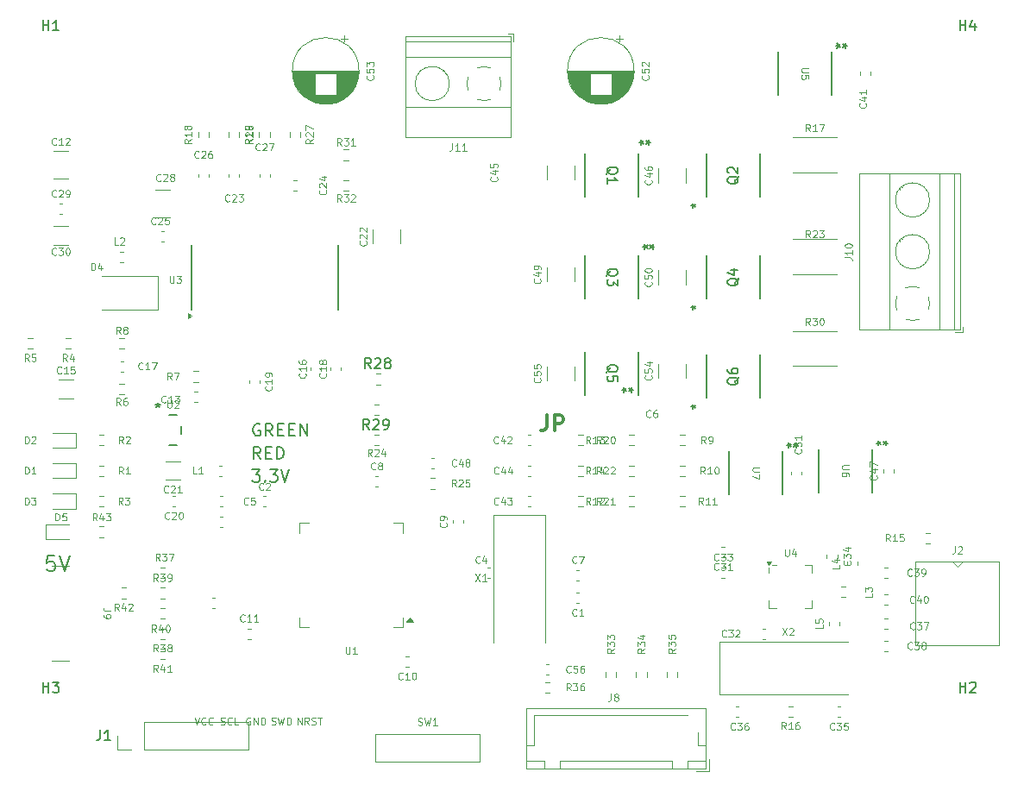
<source format=gbr>
%TF.GenerationSoftware,KiCad,Pcbnew,8.0.2*%
%TF.CreationDate,2024-10-03T19:13:02-03:00*%
%TF.ProjectId,ESCX,45534358-2e6b-4696-9361-645f70636258,rev?*%
%TF.SameCoordinates,Original*%
%TF.FileFunction,Legend,Top*%
%TF.FilePolarity,Positive*%
%FSLAX46Y46*%
G04 Gerber Fmt 4.6, Leading zero omitted, Abs format (unit mm)*
G04 Created by KiCad (PCBNEW 8.0.2) date 2024-10-03 19:13:02*
%MOMM*%
%LPD*%
G01*
G04 APERTURE LIST*
%ADD10C,0.100000*%
%ADD11C,0.200000*%
%ADD12C,0.300000*%
%ADD13C,0.150000*%
%ADD14C,0.120000*%
%ADD15C,0.152400*%
G04 APERTURE END LIST*
D10*
X120699122Y-128875800D02*
X120799122Y-128909133D01*
X120799122Y-128909133D02*
X120965789Y-128909133D01*
X120965789Y-128909133D02*
X121032455Y-128875800D01*
X121032455Y-128875800D02*
X121065789Y-128842466D01*
X121065789Y-128842466D02*
X121099122Y-128775800D01*
X121099122Y-128775800D02*
X121099122Y-128709133D01*
X121099122Y-128709133D02*
X121065789Y-128642466D01*
X121065789Y-128642466D02*
X121032455Y-128609133D01*
X121032455Y-128609133D02*
X120965789Y-128575800D01*
X120965789Y-128575800D02*
X120832455Y-128542466D01*
X120832455Y-128542466D02*
X120765789Y-128509133D01*
X120765789Y-128509133D02*
X120732455Y-128475800D01*
X120732455Y-128475800D02*
X120699122Y-128409133D01*
X120699122Y-128409133D02*
X120699122Y-128342466D01*
X120699122Y-128342466D02*
X120732455Y-128275800D01*
X120732455Y-128275800D02*
X120765789Y-128242466D01*
X120765789Y-128242466D02*
X120832455Y-128209133D01*
X120832455Y-128209133D02*
X120999122Y-128209133D01*
X120999122Y-128209133D02*
X121099122Y-128242466D01*
X121799122Y-128842466D02*
X121765789Y-128875800D01*
X121765789Y-128875800D02*
X121665789Y-128909133D01*
X121665789Y-128909133D02*
X121599122Y-128909133D01*
X121599122Y-128909133D02*
X121499122Y-128875800D01*
X121499122Y-128875800D02*
X121432456Y-128809133D01*
X121432456Y-128809133D02*
X121399122Y-128742466D01*
X121399122Y-128742466D02*
X121365789Y-128609133D01*
X121365789Y-128609133D02*
X121365789Y-128509133D01*
X121365789Y-128509133D02*
X121399122Y-128375800D01*
X121399122Y-128375800D02*
X121432456Y-128309133D01*
X121432456Y-128309133D02*
X121499122Y-128242466D01*
X121499122Y-128242466D02*
X121599122Y-128209133D01*
X121599122Y-128209133D02*
X121665789Y-128209133D01*
X121665789Y-128209133D02*
X121765789Y-128242466D01*
X121765789Y-128242466D02*
X121799122Y-128275800D01*
X122432456Y-128909133D02*
X122099122Y-128909133D01*
X122099122Y-128909133D02*
X122099122Y-128209133D01*
D11*
X104403006Y-112356028D02*
X103688720Y-112356028D01*
X103688720Y-112356028D02*
X103617292Y-113070314D01*
X103617292Y-113070314D02*
X103688720Y-112998885D01*
X103688720Y-112998885D02*
X103831578Y-112927457D01*
X103831578Y-112927457D02*
X104188720Y-112927457D01*
X104188720Y-112927457D02*
X104331578Y-112998885D01*
X104331578Y-112998885D02*
X104403006Y-113070314D01*
X104403006Y-113070314D02*
X104474435Y-113213171D01*
X104474435Y-113213171D02*
X104474435Y-113570314D01*
X104474435Y-113570314D02*
X104403006Y-113713171D01*
X104403006Y-113713171D02*
X104331578Y-113784600D01*
X104331578Y-113784600D02*
X104188720Y-113856028D01*
X104188720Y-113856028D02*
X103831578Y-113856028D01*
X103831578Y-113856028D02*
X103688720Y-113784600D01*
X103688720Y-113784600D02*
X103617292Y-113713171D01*
X104903006Y-112356028D02*
X105403006Y-113856028D01*
X105403006Y-113856028D02*
X105903006Y-112356028D01*
D10*
X128232455Y-128909133D02*
X128232455Y-128209133D01*
X128232455Y-128209133D02*
X128632455Y-128909133D01*
X128632455Y-128909133D02*
X128632455Y-128209133D01*
X129365788Y-128909133D02*
X129132455Y-128575800D01*
X128965788Y-128909133D02*
X128965788Y-128209133D01*
X128965788Y-128209133D02*
X129232455Y-128209133D01*
X129232455Y-128209133D02*
X129299122Y-128242466D01*
X129299122Y-128242466D02*
X129332455Y-128275800D01*
X129332455Y-128275800D02*
X129365788Y-128342466D01*
X129365788Y-128342466D02*
X129365788Y-128442466D01*
X129365788Y-128442466D02*
X129332455Y-128509133D01*
X129332455Y-128509133D02*
X129299122Y-128542466D01*
X129299122Y-128542466D02*
X129232455Y-128575800D01*
X129232455Y-128575800D02*
X128965788Y-128575800D01*
X129632455Y-128875800D02*
X129732455Y-128909133D01*
X129732455Y-128909133D02*
X129899122Y-128909133D01*
X129899122Y-128909133D02*
X129965788Y-128875800D01*
X129965788Y-128875800D02*
X129999122Y-128842466D01*
X129999122Y-128842466D02*
X130032455Y-128775800D01*
X130032455Y-128775800D02*
X130032455Y-128709133D01*
X130032455Y-128709133D02*
X129999122Y-128642466D01*
X129999122Y-128642466D02*
X129965788Y-128609133D01*
X129965788Y-128609133D02*
X129899122Y-128575800D01*
X129899122Y-128575800D02*
X129765788Y-128542466D01*
X129765788Y-128542466D02*
X129699122Y-128509133D01*
X129699122Y-128509133D02*
X129665788Y-128475800D01*
X129665788Y-128475800D02*
X129632455Y-128409133D01*
X129632455Y-128409133D02*
X129632455Y-128342466D01*
X129632455Y-128342466D02*
X129665788Y-128275800D01*
X129665788Y-128275800D02*
X129699122Y-128242466D01*
X129699122Y-128242466D02*
X129765788Y-128209133D01*
X129765788Y-128209133D02*
X129932455Y-128209133D01*
X129932455Y-128209133D02*
X130032455Y-128242466D01*
X130232455Y-128209133D02*
X130632455Y-128209133D01*
X130432455Y-128909133D02*
X130432455Y-128209133D01*
X123599122Y-128242466D02*
X123532455Y-128209133D01*
X123532455Y-128209133D02*
X123432455Y-128209133D01*
X123432455Y-128209133D02*
X123332455Y-128242466D01*
X123332455Y-128242466D02*
X123265789Y-128309133D01*
X123265789Y-128309133D02*
X123232455Y-128375800D01*
X123232455Y-128375800D02*
X123199122Y-128509133D01*
X123199122Y-128509133D02*
X123199122Y-128609133D01*
X123199122Y-128609133D02*
X123232455Y-128742466D01*
X123232455Y-128742466D02*
X123265789Y-128809133D01*
X123265789Y-128809133D02*
X123332455Y-128875800D01*
X123332455Y-128875800D02*
X123432455Y-128909133D01*
X123432455Y-128909133D02*
X123499122Y-128909133D01*
X123499122Y-128909133D02*
X123599122Y-128875800D01*
X123599122Y-128875800D02*
X123632455Y-128842466D01*
X123632455Y-128842466D02*
X123632455Y-128609133D01*
X123632455Y-128609133D02*
X123499122Y-128609133D01*
X123932455Y-128909133D02*
X123932455Y-128209133D01*
X123932455Y-128209133D02*
X124332455Y-128909133D01*
X124332455Y-128909133D02*
X124332455Y-128209133D01*
X124665788Y-128909133D02*
X124665788Y-128209133D01*
X124665788Y-128209133D02*
X124832455Y-128209133D01*
X124832455Y-128209133D02*
X124932455Y-128242466D01*
X124932455Y-128242466D02*
X124999122Y-128309133D01*
X124999122Y-128309133D02*
X125032455Y-128375800D01*
X125032455Y-128375800D02*
X125065788Y-128509133D01*
X125065788Y-128509133D02*
X125065788Y-128609133D01*
X125065788Y-128609133D02*
X125032455Y-128742466D01*
X125032455Y-128742466D02*
X124999122Y-128809133D01*
X124999122Y-128809133D02*
X124932455Y-128875800D01*
X124932455Y-128875800D02*
X124832455Y-128909133D01*
X124832455Y-128909133D02*
X124665788Y-128909133D01*
D11*
X124603006Y-102842742D02*
X124203006Y-102271314D01*
X123917292Y-102842742D02*
X123917292Y-101642742D01*
X123917292Y-101642742D02*
X124374435Y-101642742D01*
X124374435Y-101642742D02*
X124488720Y-101699885D01*
X124488720Y-101699885D02*
X124545863Y-101757028D01*
X124545863Y-101757028D02*
X124603006Y-101871314D01*
X124603006Y-101871314D02*
X124603006Y-102042742D01*
X124603006Y-102042742D02*
X124545863Y-102157028D01*
X124545863Y-102157028D02*
X124488720Y-102214171D01*
X124488720Y-102214171D02*
X124374435Y-102271314D01*
X124374435Y-102271314D02*
X123917292Y-102271314D01*
X125117292Y-102214171D02*
X125517292Y-102214171D01*
X125688720Y-102842742D02*
X125117292Y-102842742D01*
X125117292Y-102842742D02*
X125117292Y-101642742D01*
X125117292Y-101642742D02*
X125688720Y-101642742D01*
X126203006Y-102842742D02*
X126203006Y-101642742D01*
X126203006Y-101642742D02*
X126488720Y-101642742D01*
X126488720Y-101642742D02*
X126660149Y-101699885D01*
X126660149Y-101699885D02*
X126774434Y-101814171D01*
X126774434Y-101814171D02*
X126831577Y-101928457D01*
X126831577Y-101928457D02*
X126888720Y-102157028D01*
X126888720Y-102157028D02*
X126888720Y-102328457D01*
X126888720Y-102328457D02*
X126831577Y-102557028D01*
X126831577Y-102557028D02*
X126774434Y-102671314D01*
X126774434Y-102671314D02*
X126660149Y-102785600D01*
X126660149Y-102785600D02*
X126488720Y-102842742D01*
X126488720Y-102842742D02*
X126203006Y-102842742D01*
D12*
X152733082Y-98550828D02*
X152733082Y-99622257D01*
X152733082Y-99622257D02*
X152661653Y-99836542D01*
X152661653Y-99836542D02*
X152518796Y-99979400D01*
X152518796Y-99979400D02*
X152304510Y-100050828D01*
X152304510Y-100050828D02*
X152161653Y-100050828D01*
X153447367Y-100050828D02*
X153447367Y-98550828D01*
X153447367Y-98550828D02*
X154018796Y-98550828D01*
X154018796Y-98550828D02*
X154161653Y-98622257D01*
X154161653Y-98622257D02*
X154233082Y-98693685D01*
X154233082Y-98693685D02*
X154304510Y-98836542D01*
X154304510Y-98836542D02*
X154304510Y-99050828D01*
X154304510Y-99050828D02*
X154233082Y-99193685D01*
X154233082Y-99193685D02*
X154161653Y-99265114D01*
X154161653Y-99265114D02*
X154018796Y-99336542D01*
X154018796Y-99336542D02*
X153447367Y-99336542D01*
D10*
X125699122Y-128875800D02*
X125799122Y-128909133D01*
X125799122Y-128909133D02*
X125965789Y-128909133D01*
X125965789Y-128909133D02*
X126032455Y-128875800D01*
X126032455Y-128875800D02*
X126065789Y-128842466D01*
X126065789Y-128842466D02*
X126099122Y-128775800D01*
X126099122Y-128775800D02*
X126099122Y-128709133D01*
X126099122Y-128709133D02*
X126065789Y-128642466D01*
X126065789Y-128642466D02*
X126032455Y-128609133D01*
X126032455Y-128609133D02*
X125965789Y-128575800D01*
X125965789Y-128575800D02*
X125832455Y-128542466D01*
X125832455Y-128542466D02*
X125765789Y-128509133D01*
X125765789Y-128509133D02*
X125732455Y-128475800D01*
X125732455Y-128475800D02*
X125699122Y-128409133D01*
X125699122Y-128409133D02*
X125699122Y-128342466D01*
X125699122Y-128342466D02*
X125732455Y-128275800D01*
X125732455Y-128275800D02*
X125765789Y-128242466D01*
X125765789Y-128242466D02*
X125832455Y-128209133D01*
X125832455Y-128209133D02*
X125999122Y-128209133D01*
X125999122Y-128209133D02*
X126099122Y-128242466D01*
X126332456Y-128209133D02*
X126499122Y-128909133D01*
X126499122Y-128909133D02*
X126632456Y-128409133D01*
X126632456Y-128409133D02*
X126765789Y-128909133D01*
X126765789Y-128909133D02*
X126932456Y-128209133D01*
X127199122Y-128909133D02*
X127199122Y-128209133D01*
X127199122Y-128209133D02*
X127365789Y-128209133D01*
X127365789Y-128209133D02*
X127465789Y-128242466D01*
X127465789Y-128242466D02*
X127532456Y-128309133D01*
X127532456Y-128309133D02*
X127565789Y-128375800D01*
X127565789Y-128375800D02*
X127599122Y-128509133D01*
X127599122Y-128509133D02*
X127599122Y-128609133D01*
X127599122Y-128609133D02*
X127565789Y-128742466D01*
X127565789Y-128742466D02*
X127532456Y-128809133D01*
X127532456Y-128809133D02*
X127465789Y-128875800D01*
X127465789Y-128875800D02*
X127365789Y-128909133D01*
X127365789Y-128909133D02*
X127199122Y-128909133D01*
D11*
X124545863Y-99449885D02*
X124431578Y-99392742D01*
X124431578Y-99392742D02*
X124260149Y-99392742D01*
X124260149Y-99392742D02*
X124088720Y-99449885D01*
X124088720Y-99449885D02*
X123974435Y-99564171D01*
X123974435Y-99564171D02*
X123917292Y-99678457D01*
X123917292Y-99678457D02*
X123860149Y-99907028D01*
X123860149Y-99907028D02*
X123860149Y-100078457D01*
X123860149Y-100078457D02*
X123917292Y-100307028D01*
X123917292Y-100307028D02*
X123974435Y-100421314D01*
X123974435Y-100421314D02*
X124088720Y-100535600D01*
X124088720Y-100535600D02*
X124260149Y-100592742D01*
X124260149Y-100592742D02*
X124374435Y-100592742D01*
X124374435Y-100592742D02*
X124545863Y-100535600D01*
X124545863Y-100535600D02*
X124603006Y-100478457D01*
X124603006Y-100478457D02*
X124603006Y-100078457D01*
X124603006Y-100078457D02*
X124374435Y-100078457D01*
X125803006Y-100592742D02*
X125403006Y-100021314D01*
X125117292Y-100592742D02*
X125117292Y-99392742D01*
X125117292Y-99392742D02*
X125574435Y-99392742D01*
X125574435Y-99392742D02*
X125688720Y-99449885D01*
X125688720Y-99449885D02*
X125745863Y-99507028D01*
X125745863Y-99507028D02*
X125803006Y-99621314D01*
X125803006Y-99621314D02*
X125803006Y-99792742D01*
X125803006Y-99792742D02*
X125745863Y-99907028D01*
X125745863Y-99907028D02*
X125688720Y-99964171D01*
X125688720Y-99964171D02*
X125574435Y-100021314D01*
X125574435Y-100021314D02*
X125117292Y-100021314D01*
X126317292Y-99964171D02*
X126717292Y-99964171D01*
X126888720Y-100592742D02*
X126317292Y-100592742D01*
X126317292Y-100592742D02*
X126317292Y-99392742D01*
X126317292Y-99392742D02*
X126888720Y-99392742D01*
X127403006Y-99964171D02*
X127803006Y-99964171D01*
X127974434Y-100592742D02*
X127403006Y-100592742D01*
X127403006Y-100592742D02*
X127403006Y-99392742D01*
X127403006Y-99392742D02*
X127974434Y-99392742D01*
X128488720Y-100592742D02*
X128488720Y-99392742D01*
X128488720Y-99392742D02*
X129174434Y-100592742D01*
X129174434Y-100592742D02*
X129174434Y-99392742D01*
D10*
X118132455Y-128209133D02*
X118365789Y-128909133D01*
X118365789Y-128909133D02*
X118599122Y-128209133D01*
X119232455Y-128842466D02*
X119199122Y-128875800D01*
X119199122Y-128875800D02*
X119099122Y-128909133D01*
X119099122Y-128909133D02*
X119032455Y-128909133D01*
X119032455Y-128909133D02*
X118932455Y-128875800D01*
X118932455Y-128875800D02*
X118865789Y-128809133D01*
X118865789Y-128809133D02*
X118832455Y-128742466D01*
X118832455Y-128742466D02*
X118799122Y-128609133D01*
X118799122Y-128609133D02*
X118799122Y-128509133D01*
X118799122Y-128509133D02*
X118832455Y-128375800D01*
X118832455Y-128375800D02*
X118865789Y-128309133D01*
X118865789Y-128309133D02*
X118932455Y-128242466D01*
X118932455Y-128242466D02*
X119032455Y-128209133D01*
X119032455Y-128209133D02*
X119099122Y-128209133D01*
X119099122Y-128209133D02*
X119199122Y-128242466D01*
X119199122Y-128242466D02*
X119232455Y-128275800D01*
X119932455Y-128842466D02*
X119899122Y-128875800D01*
X119899122Y-128875800D02*
X119799122Y-128909133D01*
X119799122Y-128909133D02*
X119732455Y-128909133D01*
X119732455Y-128909133D02*
X119632455Y-128875800D01*
X119632455Y-128875800D02*
X119565789Y-128809133D01*
X119565789Y-128809133D02*
X119532455Y-128742466D01*
X119532455Y-128742466D02*
X119499122Y-128609133D01*
X119499122Y-128609133D02*
X119499122Y-128509133D01*
X119499122Y-128509133D02*
X119532455Y-128375800D01*
X119532455Y-128375800D02*
X119565789Y-128309133D01*
X119565789Y-128309133D02*
X119632455Y-128242466D01*
X119632455Y-128242466D02*
X119732455Y-128209133D01*
X119732455Y-128209133D02*
X119799122Y-128209133D01*
X119799122Y-128209133D02*
X119899122Y-128242466D01*
X119899122Y-128242466D02*
X119932455Y-128275800D01*
D11*
X123803006Y-103892742D02*
X124545863Y-103892742D01*
X124545863Y-103892742D02*
X124145863Y-104349885D01*
X124145863Y-104349885D02*
X124317292Y-104349885D01*
X124317292Y-104349885D02*
X124431578Y-104407028D01*
X124431578Y-104407028D02*
X124488720Y-104464171D01*
X124488720Y-104464171D02*
X124545863Y-104578457D01*
X124545863Y-104578457D02*
X124545863Y-104864171D01*
X124545863Y-104864171D02*
X124488720Y-104978457D01*
X124488720Y-104978457D02*
X124431578Y-105035600D01*
X124431578Y-105035600D02*
X124317292Y-105092742D01*
X124317292Y-105092742D02*
X123974435Y-105092742D01*
X123974435Y-105092742D02*
X123860149Y-105035600D01*
X123860149Y-105035600D02*
X123803006Y-104978457D01*
X125060149Y-104978457D02*
X125117292Y-105035600D01*
X125117292Y-105035600D02*
X125060149Y-105092742D01*
X125060149Y-105092742D02*
X125003006Y-105035600D01*
X125003006Y-105035600D02*
X125060149Y-104978457D01*
X125060149Y-104978457D02*
X125060149Y-105092742D01*
X125517292Y-103892742D02*
X126260149Y-103892742D01*
X126260149Y-103892742D02*
X125860149Y-104349885D01*
X125860149Y-104349885D02*
X126031578Y-104349885D01*
X126031578Y-104349885D02*
X126145864Y-104407028D01*
X126145864Y-104407028D02*
X126203006Y-104464171D01*
X126203006Y-104464171D02*
X126260149Y-104578457D01*
X126260149Y-104578457D02*
X126260149Y-104864171D01*
X126260149Y-104864171D02*
X126203006Y-104978457D01*
X126203006Y-104978457D02*
X126145864Y-105035600D01*
X126145864Y-105035600D02*
X126031578Y-105092742D01*
X126031578Y-105092742D02*
X125688721Y-105092742D01*
X125688721Y-105092742D02*
X125574435Y-105035600D01*
X125574435Y-105035600D02*
X125517292Y-104978457D01*
X126603006Y-103892742D02*
X127003006Y-105092742D01*
X127003006Y-105092742D02*
X127403006Y-103892742D01*
D10*
X110633333Y-81818633D02*
X110299999Y-81818633D01*
X110299999Y-81818633D02*
X110299999Y-81118633D01*
X110833333Y-81185300D02*
X110866666Y-81151966D01*
X110866666Y-81151966D02*
X110933333Y-81118633D01*
X110933333Y-81118633D02*
X111100000Y-81118633D01*
X111100000Y-81118633D02*
X111166666Y-81151966D01*
X111166666Y-81151966D02*
X111200000Y-81185300D01*
X111200000Y-81185300D02*
X111233333Y-81251966D01*
X111233333Y-81251966D02*
X111233333Y-81318633D01*
X111233333Y-81318633D02*
X111200000Y-81418633D01*
X111200000Y-81418633D02*
X110800000Y-81818633D01*
X110800000Y-81818633D02*
X111233333Y-81818633D01*
X181958633Y-83066666D02*
X182458633Y-83066666D01*
X182458633Y-83066666D02*
X182558633Y-83099999D01*
X182558633Y-83099999D02*
X182625300Y-83166666D01*
X182625300Y-83166666D02*
X182658633Y-83266666D01*
X182658633Y-83266666D02*
X182658633Y-83333333D01*
X182658633Y-82366666D02*
X182658633Y-82766666D01*
X182658633Y-82566666D02*
X181958633Y-82566666D01*
X181958633Y-82566666D02*
X182058633Y-82633333D01*
X182058633Y-82633333D02*
X182125300Y-82700000D01*
X182125300Y-82700000D02*
X182158633Y-82766666D01*
X181958633Y-81933333D02*
X181958633Y-81866666D01*
X181958633Y-81866666D02*
X181991966Y-81799999D01*
X181991966Y-81799999D02*
X182025300Y-81766666D01*
X182025300Y-81766666D02*
X182091966Y-81733333D01*
X182091966Y-81733333D02*
X182225300Y-81699999D01*
X182225300Y-81699999D02*
X182391966Y-81699999D01*
X182391966Y-81699999D02*
X182525300Y-81733333D01*
X182525300Y-81733333D02*
X182591966Y-81766666D01*
X182591966Y-81766666D02*
X182625300Y-81799999D01*
X182625300Y-81799999D02*
X182658633Y-81866666D01*
X182658633Y-81866666D02*
X182658633Y-81933333D01*
X182658633Y-81933333D02*
X182625300Y-81999999D01*
X182625300Y-81999999D02*
X182591966Y-82033333D01*
X182591966Y-82033333D02*
X182525300Y-82066666D01*
X182525300Y-82066666D02*
X182391966Y-82099999D01*
X182391966Y-82099999D02*
X182225300Y-82099999D01*
X182225300Y-82099999D02*
X182091966Y-82066666D01*
X182091966Y-82066666D02*
X182025300Y-82033333D01*
X182025300Y-82033333D02*
X181991966Y-81999999D01*
X181991966Y-81999999D02*
X181958633Y-81933333D01*
D13*
X103238095Y-60754819D02*
X103238095Y-59754819D01*
X103238095Y-60231009D02*
X103809523Y-60231009D01*
X103809523Y-60754819D02*
X103809523Y-59754819D01*
X104809523Y-60754819D02*
X104238095Y-60754819D01*
X104523809Y-60754819D02*
X104523809Y-59754819D01*
X104523809Y-59754819D02*
X104428571Y-59897676D01*
X104428571Y-59897676D02*
X104333333Y-59992914D01*
X104333333Y-59992914D02*
X104238095Y-60040533D01*
D10*
X146133333Y-113001966D02*
X146100000Y-113035300D01*
X146100000Y-113035300D02*
X146000000Y-113068633D01*
X146000000Y-113068633D02*
X145933333Y-113068633D01*
X145933333Y-113068633D02*
X145833333Y-113035300D01*
X145833333Y-113035300D02*
X145766667Y-112968633D01*
X145766667Y-112968633D02*
X145733333Y-112901966D01*
X145733333Y-112901966D02*
X145700000Y-112768633D01*
X145700000Y-112768633D02*
X145700000Y-112668633D01*
X145700000Y-112668633D02*
X145733333Y-112535300D01*
X145733333Y-112535300D02*
X145766667Y-112468633D01*
X145766667Y-112468633D02*
X145833333Y-112401966D01*
X145833333Y-112401966D02*
X145933333Y-112368633D01*
X145933333Y-112368633D02*
X146000000Y-112368633D01*
X146000000Y-112368633D02*
X146100000Y-112401966D01*
X146100000Y-112401966D02*
X146133333Y-112435300D01*
X146733333Y-112601966D02*
X146733333Y-113068633D01*
X146566667Y-112335300D02*
X146400000Y-112835300D01*
X146400000Y-112835300D02*
X146833333Y-112835300D01*
X162951966Y-94649150D02*
X162985300Y-94682483D01*
X162985300Y-94682483D02*
X163018633Y-94782483D01*
X163018633Y-94782483D02*
X163018633Y-94849150D01*
X163018633Y-94849150D02*
X162985300Y-94949150D01*
X162985300Y-94949150D02*
X162918633Y-95015817D01*
X162918633Y-95015817D02*
X162851966Y-95049150D01*
X162851966Y-95049150D02*
X162718633Y-95082483D01*
X162718633Y-95082483D02*
X162618633Y-95082483D01*
X162618633Y-95082483D02*
X162485300Y-95049150D01*
X162485300Y-95049150D02*
X162418633Y-95015817D01*
X162418633Y-95015817D02*
X162351966Y-94949150D01*
X162351966Y-94949150D02*
X162318633Y-94849150D01*
X162318633Y-94849150D02*
X162318633Y-94782483D01*
X162318633Y-94782483D02*
X162351966Y-94682483D01*
X162351966Y-94682483D02*
X162385300Y-94649150D01*
X162318633Y-94015817D02*
X162318633Y-94349150D01*
X162318633Y-94349150D02*
X162651966Y-94382483D01*
X162651966Y-94382483D02*
X162618633Y-94349150D01*
X162618633Y-94349150D02*
X162585300Y-94282483D01*
X162585300Y-94282483D02*
X162585300Y-94115817D01*
X162585300Y-94115817D02*
X162618633Y-94049150D01*
X162618633Y-94049150D02*
X162651966Y-94015817D01*
X162651966Y-94015817D02*
X162718633Y-93982483D01*
X162718633Y-93982483D02*
X162885300Y-93982483D01*
X162885300Y-93982483D02*
X162951966Y-94015817D01*
X162951966Y-94015817D02*
X162985300Y-94049150D01*
X162985300Y-94049150D02*
X163018633Y-94115817D01*
X163018633Y-94115817D02*
X163018633Y-94282483D01*
X163018633Y-94282483D02*
X162985300Y-94349150D01*
X162985300Y-94349150D02*
X162951966Y-94382483D01*
X162551966Y-93382483D02*
X163018633Y-93382483D01*
X162285300Y-93549150D02*
X162785300Y-93715816D01*
X162785300Y-93715816D02*
X162785300Y-93282483D01*
X168049999Y-107318633D02*
X167816666Y-106985300D01*
X167649999Y-107318633D02*
X167649999Y-106618633D01*
X167649999Y-106618633D02*
X167916666Y-106618633D01*
X167916666Y-106618633D02*
X167983333Y-106651966D01*
X167983333Y-106651966D02*
X168016666Y-106685300D01*
X168016666Y-106685300D02*
X168049999Y-106751966D01*
X168049999Y-106751966D02*
X168049999Y-106851966D01*
X168049999Y-106851966D02*
X168016666Y-106918633D01*
X168016666Y-106918633D02*
X167983333Y-106951966D01*
X167983333Y-106951966D02*
X167916666Y-106985300D01*
X167916666Y-106985300D02*
X167649999Y-106985300D01*
X168716666Y-107318633D02*
X168316666Y-107318633D01*
X168516666Y-107318633D02*
X168516666Y-106618633D01*
X168516666Y-106618633D02*
X168449999Y-106718633D01*
X168449999Y-106718633D02*
X168383333Y-106785300D01*
X168383333Y-106785300D02*
X168316666Y-106818633D01*
X169383333Y-107318633D02*
X168983333Y-107318633D01*
X169183333Y-107318633D02*
X169183333Y-106618633D01*
X169183333Y-106618633D02*
X169116666Y-106718633D01*
X169116666Y-106718633D02*
X169050000Y-106785300D01*
X169050000Y-106785300D02*
X168983333Y-106818633D01*
X188799999Y-119501966D02*
X188766666Y-119535300D01*
X188766666Y-119535300D02*
X188666666Y-119568633D01*
X188666666Y-119568633D02*
X188599999Y-119568633D01*
X188599999Y-119568633D02*
X188499999Y-119535300D01*
X188499999Y-119535300D02*
X188433333Y-119468633D01*
X188433333Y-119468633D02*
X188399999Y-119401966D01*
X188399999Y-119401966D02*
X188366666Y-119268633D01*
X188366666Y-119268633D02*
X188366666Y-119168633D01*
X188366666Y-119168633D02*
X188399999Y-119035300D01*
X188399999Y-119035300D02*
X188433333Y-118968633D01*
X188433333Y-118968633D02*
X188499999Y-118901966D01*
X188499999Y-118901966D02*
X188599999Y-118868633D01*
X188599999Y-118868633D02*
X188666666Y-118868633D01*
X188666666Y-118868633D02*
X188766666Y-118901966D01*
X188766666Y-118901966D02*
X188799999Y-118935300D01*
X189033333Y-118868633D02*
X189466666Y-118868633D01*
X189466666Y-118868633D02*
X189233333Y-119135300D01*
X189233333Y-119135300D02*
X189333333Y-119135300D01*
X189333333Y-119135300D02*
X189399999Y-119168633D01*
X189399999Y-119168633D02*
X189433333Y-119201966D01*
X189433333Y-119201966D02*
X189466666Y-119268633D01*
X189466666Y-119268633D02*
X189466666Y-119435300D01*
X189466666Y-119435300D02*
X189433333Y-119501966D01*
X189433333Y-119501966D02*
X189399999Y-119535300D01*
X189399999Y-119535300D02*
X189333333Y-119568633D01*
X189333333Y-119568633D02*
X189133333Y-119568633D01*
X189133333Y-119568633D02*
X189066666Y-119535300D01*
X189066666Y-119535300D02*
X189033333Y-119501966D01*
X189700000Y-118868633D02*
X190166666Y-118868633D01*
X190166666Y-118868633D02*
X189866666Y-119568633D01*
X162951966Y-85450000D02*
X162985300Y-85483333D01*
X162985300Y-85483333D02*
X163018633Y-85583333D01*
X163018633Y-85583333D02*
X163018633Y-85650000D01*
X163018633Y-85650000D02*
X162985300Y-85750000D01*
X162985300Y-85750000D02*
X162918633Y-85816667D01*
X162918633Y-85816667D02*
X162851966Y-85850000D01*
X162851966Y-85850000D02*
X162718633Y-85883333D01*
X162718633Y-85883333D02*
X162618633Y-85883333D01*
X162618633Y-85883333D02*
X162485300Y-85850000D01*
X162485300Y-85850000D02*
X162418633Y-85816667D01*
X162418633Y-85816667D02*
X162351966Y-85750000D01*
X162351966Y-85750000D02*
X162318633Y-85650000D01*
X162318633Y-85650000D02*
X162318633Y-85583333D01*
X162318633Y-85583333D02*
X162351966Y-85483333D01*
X162351966Y-85483333D02*
X162385300Y-85450000D01*
X162318633Y-84816667D02*
X162318633Y-85150000D01*
X162318633Y-85150000D02*
X162651966Y-85183333D01*
X162651966Y-85183333D02*
X162618633Y-85150000D01*
X162618633Y-85150000D02*
X162585300Y-85083333D01*
X162585300Y-85083333D02*
X162585300Y-84916667D01*
X162585300Y-84916667D02*
X162618633Y-84850000D01*
X162618633Y-84850000D02*
X162651966Y-84816667D01*
X162651966Y-84816667D02*
X162718633Y-84783333D01*
X162718633Y-84783333D02*
X162885300Y-84783333D01*
X162885300Y-84783333D02*
X162951966Y-84816667D01*
X162951966Y-84816667D02*
X162985300Y-84850000D01*
X162985300Y-84850000D02*
X163018633Y-84916667D01*
X163018633Y-84916667D02*
X163018633Y-85083333D01*
X163018633Y-85083333D02*
X162985300Y-85150000D01*
X162985300Y-85150000D02*
X162951966Y-85183333D01*
X162318633Y-84350000D02*
X162318633Y-84283333D01*
X162318633Y-84283333D02*
X162351966Y-84216666D01*
X162351966Y-84216666D02*
X162385300Y-84183333D01*
X162385300Y-84183333D02*
X162451966Y-84150000D01*
X162451966Y-84150000D02*
X162585300Y-84116666D01*
X162585300Y-84116666D02*
X162751966Y-84116666D01*
X162751966Y-84116666D02*
X162885300Y-84150000D01*
X162885300Y-84150000D02*
X162951966Y-84183333D01*
X162951966Y-84183333D02*
X162985300Y-84216666D01*
X162985300Y-84216666D02*
X163018633Y-84283333D01*
X163018633Y-84283333D02*
X163018633Y-84350000D01*
X163018633Y-84350000D02*
X162985300Y-84416666D01*
X162985300Y-84416666D02*
X162951966Y-84450000D01*
X162951966Y-84450000D02*
X162885300Y-84483333D01*
X162885300Y-84483333D02*
X162751966Y-84516666D01*
X162751966Y-84516666D02*
X162585300Y-84516666D01*
X162585300Y-84516666D02*
X162451966Y-84483333D01*
X162451966Y-84483333D02*
X162385300Y-84450000D01*
X162385300Y-84450000D02*
X162351966Y-84416666D01*
X162351966Y-84416666D02*
X162318633Y-84350000D01*
X124883333Y-105821966D02*
X124850000Y-105855300D01*
X124850000Y-105855300D02*
X124750000Y-105888633D01*
X124750000Y-105888633D02*
X124683333Y-105888633D01*
X124683333Y-105888633D02*
X124583333Y-105855300D01*
X124583333Y-105855300D02*
X124516667Y-105788633D01*
X124516667Y-105788633D02*
X124483333Y-105721966D01*
X124483333Y-105721966D02*
X124450000Y-105588633D01*
X124450000Y-105588633D02*
X124450000Y-105488633D01*
X124450000Y-105488633D02*
X124483333Y-105355300D01*
X124483333Y-105355300D02*
X124516667Y-105288633D01*
X124516667Y-105288633D02*
X124583333Y-105221966D01*
X124583333Y-105221966D02*
X124683333Y-105188633D01*
X124683333Y-105188633D02*
X124750000Y-105188633D01*
X124750000Y-105188633D02*
X124850000Y-105221966D01*
X124850000Y-105221966D02*
X124883333Y-105255300D01*
X125150000Y-105255300D02*
X125183333Y-105221966D01*
X125183333Y-105221966D02*
X125250000Y-105188633D01*
X125250000Y-105188633D02*
X125416667Y-105188633D01*
X125416667Y-105188633D02*
X125483333Y-105221966D01*
X125483333Y-105221966D02*
X125516667Y-105255300D01*
X125516667Y-105255300D02*
X125550000Y-105321966D01*
X125550000Y-105321966D02*
X125550000Y-105388633D01*
X125550000Y-105388633D02*
X125516667Y-105488633D01*
X125516667Y-105488633D02*
X125116667Y-105888633D01*
X125116667Y-105888633D02*
X125550000Y-105888633D01*
X192766666Y-111418633D02*
X192766666Y-111918633D01*
X192766666Y-111918633D02*
X192733333Y-112018633D01*
X192733333Y-112018633D02*
X192666666Y-112085300D01*
X192666666Y-112085300D02*
X192566666Y-112118633D01*
X192566666Y-112118633D02*
X192500000Y-112118633D01*
X193066666Y-111485300D02*
X193099999Y-111451966D01*
X193099999Y-111451966D02*
X193166666Y-111418633D01*
X193166666Y-111418633D02*
X193333333Y-111418633D01*
X193333333Y-111418633D02*
X193399999Y-111451966D01*
X193399999Y-111451966D02*
X193433333Y-111485300D01*
X193433333Y-111485300D02*
X193466666Y-111551966D01*
X193466666Y-111551966D02*
X193466666Y-111618633D01*
X193466666Y-111618633D02*
X193433333Y-111718633D01*
X193433333Y-111718633D02*
X193033333Y-112118633D01*
X193033333Y-112118633D02*
X193466666Y-112118633D01*
X155049999Y-123751966D02*
X155016666Y-123785300D01*
X155016666Y-123785300D02*
X154916666Y-123818633D01*
X154916666Y-123818633D02*
X154849999Y-123818633D01*
X154849999Y-123818633D02*
X154749999Y-123785300D01*
X154749999Y-123785300D02*
X154683333Y-123718633D01*
X154683333Y-123718633D02*
X154649999Y-123651966D01*
X154649999Y-123651966D02*
X154616666Y-123518633D01*
X154616666Y-123518633D02*
X154616666Y-123418633D01*
X154616666Y-123418633D02*
X154649999Y-123285300D01*
X154649999Y-123285300D02*
X154683333Y-123218633D01*
X154683333Y-123218633D02*
X154749999Y-123151966D01*
X154749999Y-123151966D02*
X154849999Y-123118633D01*
X154849999Y-123118633D02*
X154916666Y-123118633D01*
X154916666Y-123118633D02*
X155016666Y-123151966D01*
X155016666Y-123151966D02*
X155049999Y-123185300D01*
X155683333Y-123118633D02*
X155349999Y-123118633D01*
X155349999Y-123118633D02*
X155316666Y-123451966D01*
X155316666Y-123451966D02*
X155349999Y-123418633D01*
X155349999Y-123418633D02*
X155416666Y-123385300D01*
X155416666Y-123385300D02*
X155583333Y-123385300D01*
X155583333Y-123385300D02*
X155649999Y-123418633D01*
X155649999Y-123418633D02*
X155683333Y-123451966D01*
X155683333Y-123451966D02*
X155716666Y-123518633D01*
X155716666Y-123518633D02*
X155716666Y-123685300D01*
X155716666Y-123685300D02*
X155683333Y-123751966D01*
X155683333Y-123751966D02*
X155649999Y-123785300D01*
X155649999Y-123785300D02*
X155583333Y-123818633D01*
X155583333Y-123818633D02*
X155416666Y-123818633D01*
X155416666Y-123818633D02*
X155349999Y-123785300D01*
X155349999Y-123785300D02*
X155316666Y-123751966D01*
X156316666Y-123118633D02*
X156183333Y-123118633D01*
X156183333Y-123118633D02*
X156116666Y-123151966D01*
X156116666Y-123151966D02*
X156083333Y-123185300D01*
X156083333Y-123185300D02*
X156016666Y-123285300D01*
X156016666Y-123285300D02*
X155983333Y-123418633D01*
X155983333Y-123418633D02*
X155983333Y-123685300D01*
X155983333Y-123685300D02*
X156016666Y-123751966D01*
X156016666Y-123751966D02*
X156050000Y-123785300D01*
X156050000Y-123785300D02*
X156116666Y-123818633D01*
X156116666Y-123818633D02*
X156250000Y-123818633D01*
X156250000Y-123818633D02*
X156316666Y-123785300D01*
X156316666Y-123785300D02*
X156350000Y-123751966D01*
X156350000Y-123751966D02*
X156383333Y-123685300D01*
X156383333Y-123685300D02*
X156383333Y-123518633D01*
X156383333Y-123518633D02*
X156350000Y-123451966D01*
X156350000Y-123451966D02*
X156316666Y-123418633D01*
X156316666Y-123418633D02*
X156250000Y-123385300D01*
X156250000Y-123385300D02*
X156116666Y-123385300D01*
X156116666Y-123385300D02*
X156050000Y-123418633D01*
X156050000Y-123418633D02*
X156016666Y-123451966D01*
X156016666Y-123451966D02*
X155983333Y-123518633D01*
X111083333Y-107318633D02*
X110850000Y-106985300D01*
X110683333Y-107318633D02*
X110683333Y-106618633D01*
X110683333Y-106618633D02*
X110950000Y-106618633D01*
X110950000Y-106618633D02*
X111016667Y-106651966D01*
X111016667Y-106651966D02*
X111050000Y-106685300D01*
X111050000Y-106685300D02*
X111083333Y-106751966D01*
X111083333Y-106751966D02*
X111083333Y-106851966D01*
X111083333Y-106851966D02*
X111050000Y-106918633D01*
X111050000Y-106918633D02*
X111016667Y-106951966D01*
X111016667Y-106951966D02*
X110950000Y-106985300D01*
X110950000Y-106985300D02*
X110683333Y-106985300D01*
X111316667Y-106618633D02*
X111750000Y-106618633D01*
X111750000Y-106618633D02*
X111516667Y-106885300D01*
X111516667Y-106885300D02*
X111616667Y-106885300D01*
X111616667Y-106885300D02*
X111683333Y-106918633D01*
X111683333Y-106918633D02*
X111716667Y-106951966D01*
X111716667Y-106951966D02*
X111750000Y-107018633D01*
X111750000Y-107018633D02*
X111750000Y-107185300D01*
X111750000Y-107185300D02*
X111716667Y-107251966D01*
X111716667Y-107251966D02*
X111683333Y-107285300D01*
X111683333Y-107285300D02*
X111616667Y-107318633D01*
X111616667Y-107318633D02*
X111416667Y-107318633D01*
X111416667Y-107318633D02*
X111350000Y-107285300D01*
X111350000Y-107285300D02*
X111316667Y-107251966D01*
X143438333Y-71878633D02*
X143438333Y-72378633D01*
X143438333Y-72378633D02*
X143405000Y-72478633D01*
X143405000Y-72478633D02*
X143338333Y-72545300D01*
X143338333Y-72545300D02*
X143238333Y-72578633D01*
X143238333Y-72578633D02*
X143171667Y-72578633D01*
X144138333Y-72578633D02*
X143738333Y-72578633D01*
X143938333Y-72578633D02*
X143938333Y-71878633D01*
X143938333Y-71878633D02*
X143871666Y-71978633D01*
X143871666Y-71978633D02*
X143805000Y-72045300D01*
X143805000Y-72045300D02*
X143738333Y-72078633D01*
X144805000Y-72578633D02*
X144405000Y-72578633D01*
X144605000Y-72578633D02*
X144605000Y-71878633D01*
X144605000Y-71878633D02*
X144538333Y-71978633D01*
X144538333Y-71978633D02*
X144471667Y-72045300D01*
X144471667Y-72045300D02*
X144405000Y-72078633D01*
X101483333Y-104318633D02*
X101483333Y-103618633D01*
X101483333Y-103618633D02*
X101650000Y-103618633D01*
X101650000Y-103618633D02*
X101750000Y-103651966D01*
X101750000Y-103651966D02*
X101816667Y-103718633D01*
X101816667Y-103718633D02*
X101850000Y-103785300D01*
X101850000Y-103785300D02*
X101883333Y-103918633D01*
X101883333Y-103918633D02*
X101883333Y-104018633D01*
X101883333Y-104018633D02*
X101850000Y-104151966D01*
X101850000Y-104151966D02*
X101816667Y-104218633D01*
X101816667Y-104218633D02*
X101750000Y-104285300D01*
X101750000Y-104285300D02*
X101650000Y-104318633D01*
X101650000Y-104318633D02*
X101483333Y-104318633D01*
X102550000Y-104318633D02*
X102150000Y-104318633D01*
X102350000Y-104318633D02*
X102350000Y-103618633D01*
X102350000Y-103618633D02*
X102283333Y-103718633D01*
X102283333Y-103718633D02*
X102216667Y-103785300D01*
X102216667Y-103785300D02*
X102150000Y-103818633D01*
X115883333Y-95068633D02*
X115650000Y-94735300D01*
X115483333Y-95068633D02*
X115483333Y-94368633D01*
X115483333Y-94368633D02*
X115750000Y-94368633D01*
X115750000Y-94368633D02*
X115816667Y-94401966D01*
X115816667Y-94401966D02*
X115850000Y-94435300D01*
X115850000Y-94435300D02*
X115883333Y-94501966D01*
X115883333Y-94501966D02*
X115883333Y-94601966D01*
X115883333Y-94601966D02*
X115850000Y-94668633D01*
X115850000Y-94668633D02*
X115816667Y-94701966D01*
X115816667Y-94701966D02*
X115750000Y-94735300D01*
X115750000Y-94735300D02*
X115483333Y-94735300D01*
X116116667Y-94368633D02*
X116583333Y-94368633D01*
X116583333Y-94368633D02*
X116283333Y-95068633D01*
X110883333Y-90568633D02*
X110650000Y-90235300D01*
X110483333Y-90568633D02*
X110483333Y-89868633D01*
X110483333Y-89868633D02*
X110750000Y-89868633D01*
X110750000Y-89868633D02*
X110816667Y-89901966D01*
X110816667Y-89901966D02*
X110850000Y-89935300D01*
X110850000Y-89935300D02*
X110883333Y-90001966D01*
X110883333Y-90001966D02*
X110883333Y-90101966D01*
X110883333Y-90101966D02*
X110850000Y-90168633D01*
X110850000Y-90168633D02*
X110816667Y-90201966D01*
X110816667Y-90201966D02*
X110750000Y-90235300D01*
X110750000Y-90235300D02*
X110483333Y-90235300D01*
X111283333Y-90168633D02*
X111216667Y-90135300D01*
X111216667Y-90135300D02*
X111183333Y-90101966D01*
X111183333Y-90101966D02*
X111150000Y-90035300D01*
X111150000Y-90035300D02*
X111150000Y-90001966D01*
X111150000Y-90001966D02*
X111183333Y-89935300D01*
X111183333Y-89935300D02*
X111216667Y-89901966D01*
X111216667Y-89901966D02*
X111283333Y-89868633D01*
X111283333Y-89868633D02*
X111416667Y-89868633D01*
X111416667Y-89868633D02*
X111483333Y-89901966D01*
X111483333Y-89901966D02*
X111516667Y-89935300D01*
X111516667Y-89935300D02*
X111550000Y-90001966D01*
X111550000Y-90001966D02*
X111550000Y-90035300D01*
X111550000Y-90035300D02*
X111516667Y-90101966D01*
X111516667Y-90101966D02*
X111483333Y-90135300D01*
X111483333Y-90135300D02*
X111416667Y-90168633D01*
X111416667Y-90168633D02*
X111283333Y-90168633D01*
X111283333Y-90168633D02*
X111216667Y-90201966D01*
X111216667Y-90201966D02*
X111183333Y-90235300D01*
X111183333Y-90235300D02*
X111150000Y-90301966D01*
X111150000Y-90301966D02*
X111150000Y-90435300D01*
X111150000Y-90435300D02*
X111183333Y-90501966D01*
X111183333Y-90501966D02*
X111216667Y-90535300D01*
X111216667Y-90535300D02*
X111283333Y-90568633D01*
X111283333Y-90568633D02*
X111416667Y-90568633D01*
X111416667Y-90568633D02*
X111483333Y-90535300D01*
X111483333Y-90535300D02*
X111516667Y-90501966D01*
X111516667Y-90501966D02*
X111550000Y-90435300D01*
X111550000Y-90435300D02*
X111550000Y-90301966D01*
X111550000Y-90301966D02*
X111516667Y-90235300D01*
X111516667Y-90235300D02*
X111483333Y-90201966D01*
X111483333Y-90201966D02*
X111416667Y-90168633D01*
X111133333Y-104318633D02*
X110900000Y-103985300D01*
X110733333Y-104318633D02*
X110733333Y-103618633D01*
X110733333Y-103618633D02*
X111000000Y-103618633D01*
X111000000Y-103618633D02*
X111066667Y-103651966D01*
X111066667Y-103651966D02*
X111100000Y-103685300D01*
X111100000Y-103685300D02*
X111133333Y-103751966D01*
X111133333Y-103751966D02*
X111133333Y-103851966D01*
X111133333Y-103851966D02*
X111100000Y-103918633D01*
X111100000Y-103918633D02*
X111066667Y-103951966D01*
X111066667Y-103951966D02*
X111000000Y-103985300D01*
X111000000Y-103985300D02*
X110733333Y-103985300D01*
X111800000Y-104318633D02*
X111400000Y-104318633D01*
X111600000Y-104318633D02*
X111600000Y-103618633D01*
X111600000Y-103618633D02*
X111533333Y-103718633D01*
X111533333Y-103718633D02*
X111466667Y-103785300D01*
X111466667Y-103785300D02*
X111400000Y-103818633D01*
X176174999Y-129373633D02*
X175941666Y-129040300D01*
X175774999Y-129373633D02*
X175774999Y-128673633D01*
X175774999Y-128673633D02*
X176041666Y-128673633D01*
X176041666Y-128673633D02*
X176108333Y-128706966D01*
X176108333Y-128706966D02*
X176141666Y-128740300D01*
X176141666Y-128740300D02*
X176174999Y-128806966D01*
X176174999Y-128806966D02*
X176174999Y-128906966D01*
X176174999Y-128906966D02*
X176141666Y-128973633D01*
X176141666Y-128973633D02*
X176108333Y-129006966D01*
X176108333Y-129006966D02*
X176041666Y-129040300D01*
X176041666Y-129040300D02*
X175774999Y-129040300D01*
X176841666Y-129373633D02*
X176441666Y-129373633D01*
X176641666Y-129373633D02*
X176641666Y-128673633D01*
X176641666Y-128673633D02*
X176574999Y-128773633D01*
X176574999Y-128773633D02*
X176508333Y-128840300D01*
X176508333Y-128840300D02*
X176441666Y-128873633D01*
X177441666Y-128673633D02*
X177308333Y-128673633D01*
X177308333Y-128673633D02*
X177241666Y-128706966D01*
X177241666Y-128706966D02*
X177208333Y-128740300D01*
X177208333Y-128740300D02*
X177141666Y-128840300D01*
X177141666Y-128840300D02*
X177108333Y-128973633D01*
X177108333Y-128973633D02*
X177108333Y-129240300D01*
X177108333Y-129240300D02*
X177141666Y-129306966D01*
X177141666Y-129306966D02*
X177175000Y-129340300D01*
X177175000Y-129340300D02*
X177241666Y-129373633D01*
X177241666Y-129373633D02*
X177375000Y-129373633D01*
X177375000Y-129373633D02*
X177441666Y-129340300D01*
X177441666Y-129340300D02*
X177475000Y-129306966D01*
X177475000Y-129306966D02*
X177508333Y-129240300D01*
X177508333Y-129240300D02*
X177508333Y-129073633D01*
X177508333Y-129073633D02*
X177475000Y-129006966D01*
X177475000Y-129006966D02*
X177441666Y-128973633D01*
X177441666Y-128973633D02*
X177375000Y-128940300D01*
X177375000Y-128940300D02*
X177241666Y-128940300D01*
X177241666Y-128940300D02*
X177175000Y-128973633D01*
X177175000Y-128973633D02*
X177141666Y-129006966D01*
X177141666Y-129006966D02*
X177108333Y-129073633D01*
X123818633Y-71450000D02*
X123485300Y-71683333D01*
X123818633Y-71850000D02*
X123118633Y-71850000D01*
X123118633Y-71850000D02*
X123118633Y-71583333D01*
X123118633Y-71583333D02*
X123151966Y-71516667D01*
X123151966Y-71516667D02*
X123185300Y-71483333D01*
X123185300Y-71483333D02*
X123251966Y-71450000D01*
X123251966Y-71450000D02*
X123351966Y-71450000D01*
X123351966Y-71450000D02*
X123418633Y-71483333D01*
X123418633Y-71483333D02*
X123451966Y-71516667D01*
X123451966Y-71516667D02*
X123485300Y-71583333D01*
X123485300Y-71583333D02*
X123485300Y-71850000D01*
X123185300Y-71183333D02*
X123151966Y-71150000D01*
X123151966Y-71150000D02*
X123118633Y-71083333D01*
X123118633Y-71083333D02*
X123118633Y-70916667D01*
X123118633Y-70916667D02*
X123151966Y-70850000D01*
X123151966Y-70850000D02*
X123185300Y-70816667D01*
X123185300Y-70816667D02*
X123251966Y-70783333D01*
X123251966Y-70783333D02*
X123318633Y-70783333D01*
X123318633Y-70783333D02*
X123418633Y-70816667D01*
X123418633Y-70816667D02*
X123818633Y-71216667D01*
X123818633Y-71216667D02*
X123818633Y-70783333D01*
X123118633Y-70183333D02*
X123118633Y-70316666D01*
X123118633Y-70316666D02*
X123151966Y-70383333D01*
X123151966Y-70383333D02*
X123185300Y-70416666D01*
X123185300Y-70416666D02*
X123285300Y-70483333D01*
X123285300Y-70483333D02*
X123418633Y-70516666D01*
X123418633Y-70516666D02*
X123685300Y-70516666D01*
X123685300Y-70516666D02*
X123751966Y-70483333D01*
X123751966Y-70483333D02*
X123785300Y-70450000D01*
X123785300Y-70450000D02*
X123818633Y-70383333D01*
X123818633Y-70383333D02*
X123818633Y-70250000D01*
X123818633Y-70250000D02*
X123785300Y-70183333D01*
X123785300Y-70183333D02*
X123751966Y-70150000D01*
X123751966Y-70150000D02*
X123685300Y-70116666D01*
X123685300Y-70116666D02*
X123518633Y-70116666D01*
X123518633Y-70116666D02*
X123451966Y-70150000D01*
X123451966Y-70150000D02*
X123418633Y-70183333D01*
X123418633Y-70183333D02*
X123385300Y-70250000D01*
X123385300Y-70250000D02*
X123385300Y-70383333D01*
X123385300Y-70383333D02*
X123418633Y-70450000D01*
X123418633Y-70450000D02*
X123451966Y-70483333D01*
X123451966Y-70483333D02*
X123518633Y-70516666D01*
X124549999Y-72501966D02*
X124516666Y-72535300D01*
X124516666Y-72535300D02*
X124416666Y-72568633D01*
X124416666Y-72568633D02*
X124349999Y-72568633D01*
X124349999Y-72568633D02*
X124249999Y-72535300D01*
X124249999Y-72535300D02*
X124183333Y-72468633D01*
X124183333Y-72468633D02*
X124149999Y-72401966D01*
X124149999Y-72401966D02*
X124116666Y-72268633D01*
X124116666Y-72268633D02*
X124116666Y-72168633D01*
X124116666Y-72168633D02*
X124149999Y-72035300D01*
X124149999Y-72035300D02*
X124183333Y-71968633D01*
X124183333Y-71968633D02*
X124249999Y-71901966D01*
X124249999Y-71901966D02*
X124349999Y-71868633D01*
X124349999Y-71868633D02*
X124416666Y-71868633D01*
X124416666Y-71868633D02*
X124516666Y-71901966D01*
X124516666Y-71901966D02*
X124549999Y-71935300D01*
X124816666Y-71935300D02*
X124849999Y-71901966D01*
X124849999Y-71901966D02*
X124916666Y-71868633D01*
X124916666Y-71868633D02*
X125083333Y-71868633D01*
X125083333Y-71868633D02*
X125149999Y-71901966D01*
X125149999Y-71901966D02*
X125183333Y-71935300D01*
X125183333Y-71935300D02*
X125216666Y-72001966D01*
X125216666Y-72001966D02*
X125216666Y-72068633D01*
X125216666Y-72068633D02*
X125183333Y-72168633D01*
X125183333Y-72168633D02*
X124783333Y-72568633D01*
X124783333Y-72568633D02*
X125216666Y-72568633D01*
X125450000Y-71868633D02*
X125916666Y-71868633D01*
X125916666Y-71868633D02*
X125616666Y-72568633D01*
X162951966Y-75450000D02*
X162985300Y-75483333D01*
X162985300Y-75483333D02*
X163018633Y-75583333D01*
X163018633Y-75583333D02*
X163018633Y-75650000D01*
X163018633Y-75650000D02*
X162985300Y-75750000D01*
X162985300Y-75750000D02*
X162918633Y-75816667D01*
X162918633Y-75816667D02*
X162851966Y-75850000D01*
X162851966Y-75850000D02*
X162718633Y-75883333D01*
X162718633Y-75883333D02*
X162618633Y-75883333D01*
X162618633Y-75883333D02*
X162485300Y-75850000D01*
X162485300Y-75850000D02*
X162418633Y-75816667D01*
X162418633Y-75816667D02*
X162351966Y-75750000D01*
X162351966Y-75750000D02*
X162318633Y-75650000D01*
X162318633Y-75650000D02*
X162318633Y-75583333D01*
X162318633Y-75583333D02*
X162351966Y-75483333D01*
X162351966Y-75483333D02*
X162385300Y-75450000D01*
X162551966Y-74850000D02*
X163018633Y-74850000D01*
X162285300Y-75016667D02*
X162785300Y-75183333D01*
X162785300Y-75183333D02*
X162785300Y-74750000D01*
X162318633Y-74183333D02*
X162318633Y-74316666D01*
X162318633Y-74316666D02*
X162351966Y-74383333D01*
X162351966Y-74383333D02*
X162385300Y-74416666D01*
X162385300Y-74416666D02*
X162485300Y-74483333D01*
X162485300Y-74483333D02*
X162618633Y-74516666D01*
X162618633Y-74516666D02*
X162885300Y-74516666D01*
X162885300Y-74516666D02*
X162951966Y-74483333D01*
X162951966Y-74483333D02*
X162985300Y-74450000D01*
X162985300Y-74450000D02*
X163018633Y-74383333D01*
X163018633Y-74383333D02*
X163018633Y-74250000D01*
X163018633Y-74250000D02*
X162985300Y-74183333D01*
X162985300Y-74183333D02*
X162951966Y-74150000D01*
X162951966Y-74150000D02*
X162885300Y-74116666D01*
X162885300Y-74116666D02*
X162718633Y-74116666D01*
X162718633Y-74116666D02*
X162651966Y-74150000D01*
X162651966Y-74150000D02*
X162618633Y-74183333D01*
X162618633Y-74183333D02*
X162585300Y-74250000D01*
X162585300Y-74250000D02*
X162585300Y-74383333D01*
X162585300Y-74383333D02*
X162618633Y-74450000D01*
X162618633Y-74450000D02*
X162651966Y-74483333D01*
X162651966Y-74483333D02*
X162718633Y-74516666D01*
X101883333Y-93248633D02*
X101650000Y-92915300D01*
X101483333Y-93248633D02*
X101483333Y-92548633D01*
X101483333Y-92548633D02*
X101750000Y-92548633D01*
X101750000Y-92548633D02*
X101816667Y-92581966D01*
X101816667Y-92581966D02*
X101850000Y-92615300D01*
X101850000Y-92615300D02*
X101883333Y-92681966D01*
X101883333Y-92681966D02*
X101883333Y-92781966D01*
X101883333Y-92781966D02*
X101850000Y-92848633D01*
X101850000Y-92848633D02*
X101816667Y-92881966D01*
X101816667Y-92881966D02*
X101750000Y-92915300D01*
X101750000Y-92915300D02*
X101483333Y-92915300D01*
X102516667Y-92548633D02*
X102183333Y-92548633D01*
X102183333Y-92548633D02*
X102150000Y-92881966D01*
X102150000Y-92881966D02*
X102183333Y-92848633D01*
X102183333Y-92848633D02*
X102250000Y-92815300D01*
X102250000Y-92815300D02*
X102416667Y-92815300D01*
X102416667Y-92815300D02*
X102483333Y-92848633D01*
X102483333Y-92848633D02*
X102516667Y-92881966D01*
X102516667Y-92881966D02*
X102550000Y-92948633D01*
X102550000Y-92948633D02*
X102550000Y-93115300D01*
X102550000Y-93115300D02*
X102516667Y-93181966D01*
X102516667Y-93181966D02*
X102483333Y-93215300D01*
X102483333Y-93215300D02*
X102416667Y-93248633D01*
X102416667Y-93248633D02*
X102250000Y-93248633D01*
X102250000Y-93248633D02*
X102183333Y-93215300D01*
X102183333Y-93215300D02*
X102150000Y-93181966D01*
X123748633Y-71450000D02*
X123415300Y-71683333D01*
X123748633Y-71850000D02*
X123048633Y-71850000D01*
X123048633Y-71850000D02*
X123048633Y-71583333D01*
X123048633Y-71583333D02*
X123081966Y-71516667D01*
X123081966Y-71516667D02*
X123115300Y-71483333D01*
X123115300Y-71483333D02*
X123181966Y-71450000D01*
X123181966Y-71450000D02*
X123281966Y-71450000D01*
X123281966Y-71450000D02*
X123348633Y-71483333D01*
X123348633Y-71483333D02*
X123381966Y-71516667D01*
X123381966Y-71516667D02*
X123415300Y-71583333D01*
X123415300Y-71583333D02*
X123415300Y-71850000D01*
X123748633Y-70783333D02*
X123748633Y-71183333D01*
X123748633Y-70983333D02*
X123048633Y-70983333D01*
X123048633Y-70983333D02*
X123148633Y-71050000D01*
X123148633Y-71050000D02*
X123215300Y-71116667D01*
X123215300Y-71116667D02*
X123248633Y-71183333D01*
X123748633Y-70450000D02*
X123748633Y-70316666D01*
X123748633Y-70316666D02*
X123715300Y-70250000D01*
X123715300Y-70250000D02*
X123681966Y-70216666D01*
X123681966Y-70216666D02*
X123581966Y-70150000D01*
X123581966Y-70150000D02*
X123448633Y-70116666D01*
X123448633Y-70116666D02*
X123181966Y-70116666D01*
X123181966Y-70116666D02*
X123115300Y-70150000D01*
X123115300Y-70150000D02*
X123081966Y-70183333D01*
X123081966Y-70183333D02*
X123048633Y-70250000D01*
X123048633Y-70250000D02*
X123048633Y-70383333D01*
X123048633Y-70383333D02*
X123081966Y-70450000D01*
X123081966Y-70450000D02*
X123115300Y-70483333D01*
X123115300Y-70483333D02*
X123181966Y-70516666D01*
X123181966Y-70516666D02*
X123348633Y-70516666D01*
X123348633Y-70516666D02*
X123415300Y-70483333D01*
X123415300Y-70483333D02*
X123448633Y-70450000D01*
X123448633Y-70450000D02*
X123481966Y-70383333D01*
X123481966Y-70383333D02*
X123481966Y-70250000D01*
X123481966Y-70250000D02*
X123448633Y-70183333D01*
X123448633Y-70183333D02*
X123415300Y-70150000D01*
X123415300Y-70150000D02*
X123348633Y-70116666D01*
X111133333Y-101318633D02*
X110900000Y-100985300D01*
X110733333Y-101318633D02*
X110733333Y-100618633D01*
X110733333Y-100618633D02*
X111000000Y-100618633D01*
X111000000Y-100618633D02*
X111066667Y-100651966D01*
X111066667Y-100651966D02*
X111100000Y-100685300D01*
X111100000Y-100685300D02*
X111133333Y-100751966D01*
X111133333Y-100751966D02*
X111133333Y-100851966D01*
X111133333Y-100851966D02*
X111100000Y-100918633D01*
X111100000Y-100918633D02*
X111066667Y-100951966D01*
X111066667Y-100951966D02*
X111000000Y-100985300D01*
X111000000Y-100985300D02*
X110733333Y-100985300D01*
X111400000Y-100685300D02*
X111433333Y-100651966D01*
X111433333Y-100651966D02*
X111500000Y-100618633D01*
X111500000Y-100618633D02*
X111666667Y-100618633D01*
X111666667Y-100618633D02*
X111733333Y-100651966D01*
X111733333Y-100651966D02*
X111766667Y-100685300D01*
X111766667Y-100685300D02*
X111800000Y-100751966D01*
X111800000Y-100751966D02*
X111800000Y-100818633D01*
X111800000Y-100818633D02*
X111766667Y-100918633D01*
X111766667Y-100918633D02*
X111366667Y-101318633D01*
X111366667Y-101318633D02*
X111800000Y-101318633D01*
X188524999Y-114261966D02*
X188491666Y-114295300D01*
X188491666Y-114295300D02*
X188391666Y-114328633D01*
X188391666Y-114328633D02*
X188324999Y-114328633D01*
X188324999Y-114328633D02*
X188224999Y-114295300D01*
X188224999Y-114295300D02*
X188158333Y-114228633D01*
X188158333Y-114228633D02*
X188124999Y-114161966D01*
X188124999Y-114161966D02*
X188091666Y-114028633D01*
X188091666Y-114028633D02*
X188091666Y-113928633D01*
X188091666Y-113928633D02*
X188124999Y-113795300D01*
X188124999Y-113795300D02*
X188158333Y-113728633D01*
X188158333Y-113728633D02*
X188224999Y-113661966D01*
X188224999Y-113661966D02*
X188324999Y-113628633D01*
X188324999Y-113628633D02*
X188391666Y-113628633D01*
X188391666Y-113628633D02*
X188491666Y-113661966D01*
X188491666Y-113661966D02*
X188524999Y-113695300D01*
X188758333Y-113628633D02*
X189191666Y-113628633D01*
X189191666Y-113628633D02*
X188958333Y-113895300D01*
X188958333Y-113895300D02*
X189058333Y-113895300D01*
X189058333Y-113895300D02*
X189124999Y-113928633D01*
X189124999Y-113928633D02*
X189158333Y-113961966D01*
X189158333Y-113961966D02*
X189191666Y-114028633D01*
X189191666Y-114028633D02*
X189191666Y-114195300D01*
X189191666Y-114195300D02*
X189158333Y-114261966D01*
X189158333Y-114261966D02*
X189124999Y-114295300D01*
X189124999Y-114295300D02*
X189058333Y-114328633D01*
X189058333Y-114328633D02*
X188858333Y-114328633D01*
X188858333Y-114328633D02*
X188791666Y-114295300D01*
X188791666Y-114295300D02*
X188758333Y-114261966D01*
X189525000Y-114328633D02*
X189658333Y-114328633D01*
X189658333Y-114328633D02*
X189725000Y-114295300D01*
X189725000Y-114295300D02*
X189758333Y-114261966D01*
X189758333Y-114261966D02*
X189825000Y-114161966D01*
X189825000Y-114161966D02*
X189858333Y-114028633D01*
X189858333Y-114028633D02*
X189858333Y-113761966D01*
X189858333Y-113761966D02*
X189825000Y-113695300D01*
X189825000Y-113695300D02*
X189791666Y-113661966D01*
X189791666Y-113661966D02*
X189725000Y-113628633D01*
X189725000Y-113628633D02*
X189591666Y-113628633D01*
X189591666Y-113628633D02*
X189525000Y-113661966D01*
X189525000Y-113661966D02*
X189491666Y-113695300D01*
X189491666Y-113695300D02*
X189458333Y-113761966D01*
X189458333Y-113761966D02*
X189458333Y-113928633D01*
X189458333Y-113928633D02*
X189491666Y-113995300D01*
X189491666Y-113995300D02*
X189525000Y-114028633D01*
X189525000Y-114028633D02*
X189591666Y-114061966D01*
X189591666Y-114061966D02*
X189725000Y-114061966D01*
X189725000Y-114061966D02*
X189791666Y-114028633D01*
X189791666Y-114028633D02*
X189825000Y-113995300D01*
X189825000Y-113995300D02*
X189858333Y-113928633D01*
X143799999Y-105568633D02*
X143566666Y-105235300D01*
X143399999Y-105568633D02*
X143399999Y-104868633D01*
X143399999Y-104868633D02*
X143666666Y-104868633D01*
X143666666Y-104868633D02*
X143733333Y-104901966D01*
X143733333Y-104901966D02*
X143766666Y-104935300D01*
X143766666Y-104935300D02*
X143799999Y-105001966D01*
X143799999Y-105001966D02*
X143799999Y-105101966D01*
X143799999Y-105101966D02*
X143766666Y-105168633D01*
X143766666Y-105168633D02*
X143733333Y-105201966D01*
X143733333Y-105201966D02*
X143666666Y-105235300D01*
X143666666Y-105235300D02*
X143399999Y-105235300D01*
X144066666Y-104935300D02*
X144099999Y-104901966D01*
X144099999Y-104901966D02*
X144166666Y-104868633D01*
X144166666Y-104868633D02*
X144333333Y-104868633D01*
X144333333Y-104868633D02*
X144399999Y-104901966D01*
X144399999Y-104901966D02*
X144433333Y-104935300D01*
X144433333Y-104935300D02*
X144466666Y-105001966D01*
X144466666Y-105001966D02*
X144466666Y-105068633D01*
X144466666Y-105068633D02*
X144433333Y-105168633D01*
X144433333Y-105168633D02*
X144033333Y-105568633D01*
X144033333Y-105568633D02*
X144466666Y-105568633D01*
X145100000Y-104868633D02*
X144766666Y-104868633D01*
X144766666Y-104868633D02*
X144733333Y-105201966D01*
X144733333Y-105201966D02*
X144766666Y-105168633D01*
X144766666Y-105168633D02*
X144833333Y-105135300D01*
X144833333Y-105135300D02*
X145000000Y-105135300D01*
X145000000Y-105135300D02*
X145066666Y-105168633D01*
X145066666Y-105168633D02*
X145100000Y-105201966D01*
X145100000Y-105201966D02*
X145133333Y-105268633D01*
X145133333Y-105268633D02*
X145133333Y-105435300D01*
X145133333Y-105435300D02*
X145100000Y-105501966D01*
X145100000Y-105501966D02*
X145066666Y-105535300D01*
X145066666Y-105535300D02*
X145000000Y-105568633D01*
X145000000Y-105568633D02*
X144833333Y-105568633D01*
X144833333Y-105568633D02*
X144766666Y-105535300D01*
X144766666Y-105535300D02*
X144733333Y-105501966D01*
X156974999Y-101318633D02*
X156741666Y-100985300D01*
X156574999Y-101318633D02*
X156574999Y-100618633D01*
X156574999Y-100618633D02*
X156841666Y-100618633D01*
X156841666Y-100618633D02*
X156908333Y-100651966D01*
X156908333Y-100651966D02*
X156941666Y-100685300D01*
X156941666Y-100685300D02*
X156974999Y-100751966D01*
X156974999Y-100751966D02*
X156974999Y-100851966D01*
X156974999Y-100851966D02*
X156941666Y-100918633D01*
X156941666Y-100918633D02*
X156908333Y-100951966D01*
X156908333Y-100951966D02*
X156841666Y-100985300D01*
X156841666Y-100985300D02*
X156574999Y-100985300D01*
X157641666Y-101318633D02*
X157241666Y-101318633D01*
X157441666Y-101318633D02*
X157441666Y-100618633D01*
X157441666Y-100618633D02*
X157374999Y-100718633D01*
X157374999Y-100718633D02*
X157308333Y-100785300D01*
X157308333Y-100785300D02*
X157241666Y-100818633D01*
X157875000Y-100618633D02*
X158308333Y-100618633D01*
X158308333Y-100618633D02*
X158075000Y-100885300D01*
X158075000Y-100885300D02*
X158175000Y-100885300D01*
X158175000Y-100885300D02*
X158241666Y-100918633D01*
X158241666Y-100918633D02*
X158275000Y-100951966D01*
X158275000Y-100951966D02*
X158308333Y-101018633D01*
X158308333Y-101018633D02*
X158308333Y-101185300D01*
X158308333Y-101185300D02*
X158275000Y-101251966D01*
X158275000Y-101251966D02*
X158241666Y-101285300D01*
X158241666Y-101285300D02*
X158175000Y-101318633D01*
X158175000Y-101318633D02*
X157975000Y-101318633D01*
X157975000Y-101318633D02*
X157908333Y-101285300D01*
X157908333Y-101285300D02*
X157875000Y-101251966D01*
X177651966Y-101875000D02*
X177685300Y-101908333D01*
X177685300Y-101908333D02*
X177718633Y-102008333D01*
X177718633Y-102008333D02*
X177718633Y-102075000D01*
X177718633Y-102075000D02*
X177685300Y-102175000D01*
X177685300Y-102175000D02*
X177618633Y-102241667D01*
X177618633Y-102241667D02*
X177551966Y-102275000D01*
X177551966Y-102275000D02*
X177418633Y-102308333D01*
X177418633Y-102308333D02*
X177318633Y-102308333D01*
X177318633Y-102308333D02*
X177185300Y-102275000D01*
X177185300Y-102275000D02*
X177118633Y-102241667D01*
X177118633Y-102241667D02*
X177051966Y-102175000D01*
X177051966Y-102175000D02*
X177018633Y-102075000D01*
X177018633Y-102075000D02*
X177018633Y-102008333D01*
X177018633Y-102008333D02*
X177051966Y-101908333D01*
X177051966Y-101908333D02*
X177085300Y-101875000D01*
X177018633Y-101241667D02*
X177018633Y-101575000D01*
X177018633Y-101575000D02*
X177351966Y-101608333D01*
X177351966Y-101608333D02*
X177318633Y-101575000D01*
X177318633Y-101575000D02*
X177285300Y-101508333D01*
X177285300Y-101508333D02*
X177285300Y-101341667D01*
X177285300Y-101341667D02*
X177318633Y-101275000D01*
X177318633Y-101275000D02*
X177351966Y-101241667D01*
X177351966Y-101241667D02*
X177418633Y-101208333D01*
X177418633Y-101208333D02*
X177585300Y-101208333D01*
X177585300Y-101208333D02*
X177651966Y-101241667D01*
X177651966Y-101241667D02*
X177685300Y-101275000D01*
X177685300Y-101275000D02*
X177718633Y-101341667D01*
X177718633Y-101341667D02*
X177718633Y-101508333D01*
X177718633Y-101508333D02*
X177685300Y-101575000D01*
X177685300Y-101575000D02*
X177651966Y-101608333D01*
X177718633Y-100541666D02*
X177718633Y-100941666D01*
X177718633Y-100741666D02*
X177018633Y-100741666D01*
X177018633Y-100741666D02*
X177118633Y-100808333D01*
X177118633Y-100808333D02*
X177185300Y-100875000D01*
X177185300Y-100875000D02*
X177218633Y-100941666D01*
X140066666Y-128945300D02*
X140166666Y-128978633D01*
X140166666Y-128978633D02*
X140333333Y-128978633D01*
X140333333Y-128978633D02*
X140399999Y-128945300D01*
X140399999Y-128945300D02*
X140433333Y-128911966D01*
X140433333Y-128911966D02*
X140466666Y-128845300D01*
X140466666Y-128845300D02*
X140466666Y-128778633D01*
X140466666Y-128778633D02*
X140433333Y-128711966D01*
X140433333Y-128711966D02*
X140399999Y-128678633D01*
X140399999Y-128678633D02*
X140333333Y-128645300D01*
X140333333Y-128645300D02*
X140199999Y-128611966D01*
X140199999Y-128611966D02*
X140133333Y-128578633D01*
X140133333Y-128578633D02*
X140099999Y-128545300D01*
X140099999Y-128545300D02*
X140066666Y-128478633D01*
X140066666Y-128478633D02*
X140066666Y-128411966D01*
X140066666Y-128411966D02*
X140099999Y-128345300D01*
X140099999Y-128345300D02*
X140133333Y-128311966D01*
X140133333Y-128311966D02*
X140199999Y-128278633D01*
X140199999Y-128278633D02*
X140366666Y-128278633D01*
X140366666Y-128278633D02*
X140466666Y-128311966D01*
X140700000Y-128278633D02*
X140866666Y-128978633D01*
X140866666Y-128978633D02*
X141000000Y-128478633D01*
X141000000Y-128478633D02*
X141133333Y-128978633D01*
X141133333Y-128978633D02*
X141300000Y-128278633D01*
X141933333Y-128978633D02*
X141533333Y-128978633D01*
X141733333Y-128978633D02*
X141733333Y-128278633D01*
X141733333Y-128278633D02*
X141666666Y-128378633D01*
X141666666Y-128378633D02*
X141600000Y-128445300D01*
X141600000Y-128445300D02*
X141533333Y-128478633D01*
X169549999Y-113681966D02*
X169516666Y-113715300D01*
X169516666Y-113715300D02*
X169416666Y-113748633D01*
X169416666Y-113748633D02*
X169349999Y-113748633D01*
X169349999Y-113748633D02*
X169249999Y-113715300D01*
X169249999Y-113715300D02*
X169183333Y-113648633D01*
X169183333Y-113648633D02*
X169149999Y-113581966D01*
X169149999Y-113581966D02*
X169116666Y-113448633D01*
X169116666Y-113448633D02*
X169116666Y-113348633D01*
X169116666Y-113348633D02*
X169149999Y-113215300D01*
X169149999Y-113215300D02*
X169183333Y-113148633D01*
X169183333Y-113148633D02*
X169249999Y-113081966D01*
X169249999Y-113081966D02*
X169349999Y-113048633D01*
X169349999Y-113048633D02*
X169416666Y-113048633D01*
X169416666Y-113048633D02*
X169516666Y-113081966D01*
X169516666Y-113081966D02*
X169549999Y-113115300D01*
X169783333Y-113048633D02*
X170216666Y-113048633D01*
X170216666Y-113048633D02*
X169983333Y-113315300D01*
X169983333Y-113315300D02*
X170083333Y-113315300D01*
X170083333Y-113315300D02*
X170149999Y-113348633D01*
X170149999Y-113348633D02*
X170183333Y-113381966D01*
X170183333Y-113381966D02*
X170216666Y-113448633D01*
X170216666Y-113448633D02*
X170216666Y-113615300D01*
X170216666Y-113615300D02*
X170183333Y-113681966D01*
X170183333Y-113681966D02*
X170149999Y-113715300D01*
X170149999Y-113715300D02*
X170083333Y-113748633D01*
X170083333Y-113748633D02*
X169883333Y-113748633D01*
X169883333Y-113748633D02*
X169816666Y-113715300D01*
X169816666Y-113715300D02*
X169783333Y-113681966D01*
X170883333Y-113748633D02*
X170483333Y-113748633D01*
X170683333Y-113748633D02*
X170683333Y-113048633D01*
X170683333Y-113048633D02*
X170616666Y-113148633D01*
X170616666Y-113148633D02*
X170550000Y-113215300D01*
X170550000Y-113215300D02*
X170483333Y-113248633D01*
X173581366Y-103691666D02*
X173014700Y-103691666D01*
X173014700Y-103691666D02*
X172948033Y-103725000D01*
X172948033Y-103725000D02*
X172914700Y-103758333D01*
X172914700Y-103758333D02*
X172881366Y-103825000D01*
X172881366Y-103825000D02*
X172881366Y-103958333D01*
X172881366Y-103958333D02*
X172914700Y-104025000D01*
X172914700Y-104025000D02*
X172948033Y-104058333D01*
X172948033Y-104058333D02*
X173014700Y-104091666D01*
X173014700Y-104091666D02*
X173581366Y-104091666D01*
X173581366Y-104358333D02*
X173581366Y-104824999D01*
X173581366Y-104824999D02*
X172881366Y-104524999D01*
D13*
X177351980Y-101507200D02*
X177113885Y-101507200D01*
X177209123Y-101269105D02*
X177113885Y-101507200D01*
X177113885Y-101507200D02*
X177209123Y-101745295D01*
X176923409Y-101364343D02*
X177113885Y-101507200D01*
X177113885Y-101507200D02*
X176923409Y-101650057D01*
X176261619Y-101507199D02*
X176499714Y-101507199D01*
X176404476Y-101745294D02*
X176499714Y-101507199D01*
X176499714Y-101507199D02*
X176404476Y-101269104D01*
X176690190Y-101650056D02*
X176499714Y-101507199D01*
X176499714Y-101507199D02*
X176690190Y-101364342D01*
D10*
X114299999Y-79751966D02*
X114266666Y-79785300D01*
X114266666Y-79785300D02*
X114166666Y-79818633D01*
X114166666Y-79818633D02*
X114099999Y-79818633D01*
X114099999Y-79818633D02*
X113999999Y-79785300D01*
X113999999Y-79785300D02*
X113933333Y-79718633D01*
X113933333Y-79718633D02*
X113899999Y-79651966D01*
X113899999Y-79651966D02*
X113866666Y-79518633D01*
X113866666Y-79518633D02*
X113866666Y-79418633D01*
X113866666Y-79418633D02*
X113899999Y-79285300D01*
X113899999Y-79285300D02*
X113933333Y-79218633D01*
X113933333Y-79218633D02*
X113999999Y-79151966D01*
X113999999Y-79151966D02*
X114099999Y-79118633D01*
X114099999Y-79118633D02*
X114166666Y-79118633D01*
X114166666Y-79118633D02*
X114266666Y-79151966D01*
X114266666Y-79151966D02*
X114299999Y-79185300D01*
X114566666Y-79185300D02*
X114599999Y-79151966D01*
X114599999Y-79151966D02*
X114666666Y-79118633D01*
X114666666Y-79118633D02*
X114833333Y-79118633D01*
X114833333Y-79118633D02*
X114899999Y-79151966D01*
X114899999Y-79151966D02*
X114933333Y-79185300D01*
X114933333Y-79185300D02*
X114966666Y-79251966D01*
X114966666Y-79251966D02*
X114966666Y-79318633D01*
X114966666Y-79318633D02*
X114933333Y-79418633D01*
X114933333Y-79418633D02*
X114533333Y-79818633D01*
X114533333Y-79818633D02*
X114966666Y-79818633D01*
X115600000Y-79118633D02*
X115266666Y-79118633D01*
X115266666Y-79118633D02*
X115233333Y-79451966D01*
X115233333Y-79451966D02*
X115266666Y-79418633D01*
X115266666Y-79418633D02*
X115333333Y-79385300D01*
X115333333Y-79385300D02*
X115500000Y-79385300D01*
X115500000Y-79385300D02*
X115566666Y-79418633D01*
X115566666Y-79418633D02*
X115600000Y-79451966D01*
X115600000Y-79451966D02*
X115633333Y-79518633D01*
X115633333Y-79518633D02*
X115633333Y-79685300D01*
X115633333Y-79685300D02*
X115600000Y-79751966D01*
X115600000Y-79751966D02*
X115566666Y-79785300D01*
X115566666Y-79785300D02*
X115500000Y-79818633D01*
X115500000Y-79818633D02*
X115333333Y-79818633D01*
X115333333Y-79818633D02*
X115266666Y-79785300D01*
X115266666Y-79785300D02*
X115233333Y-79751966D01*
X115696666Y-84868633D02*
X115696666Y-85435300D01*
X115696666Y-85435300D02*
X115730000Y-85501966D01*
X115730000Y-85501966D02*
X115763333Y-85535300D01*
X115763333Y-85535300D02*
X115830000Y-85568633D01*
X115830000Y-85568633D02*
X115963333Y-85568633D01*
X115963333Y-85568633D02*
X116030000Y-85535300D01*
X116030000Y-85535300D02*
X116063333Y-85501966D01*
X116063333Y-85501966D02*
X116096666Y-85435300D01*
X116096666Y-85435300D02*
X116096666Y-84868633D01*
X116363333Y-84868633D02*
X116796666Y-84868633D01*
X116796666Y-84868633D02*
X116563333Y-85135300D01*
X116563333Y-85135300D02*
X116663333Y-85135300D01*
X116663333Y-85135300D02*
X116729999Y-85168633D01*
X116729999Y-85168633D02*
X116763333Y-85201966D01*
X116763333Y-85201966D02*
X116796666Y-85268633D01*
X116796666Y-85268633D02*
X116796666Y-85435300D01*
X116796666Y-85435300D02*
X116763333Y-85501966D01*
X116763333Y-85501966D02*
X116729999Y-85535300D01*
X116729999Y-85535300D02*
X116663333Y-85568633D01*
X116663333Y-85568633D02*
X116463333Y-85568633D01*
X116463333Y-85568633D02*
X116396666Y-85535300D01*
X116396666Y-85535300D02*
X116363333Y-85501966D01*
D13*
X193238095Y-125754819D02*
X193238095Y-124754819D01*
X193238095Y-125231009D02*
X193809523Y-125231009D01*
X193809523Y-125754819D02*
X193809523Y-124754819D01*
X194238095Y-124850057D02*
X194285714Y-124802438D01*
X194285714Y-124802438D02*
X194380952Y-124754819D01*
X194380952Y-124754819D02*
X194619047Y-124754819D01*
X194619047Y-124754819D02*
X194714285Y-124802438D01*
X194714285Y-124802438D02*
X194761904Y-124850057D01*
X194761904Y-124850057D02*
X194809523Y-124945295D01*
X194809523Y-124945295D02*
X194809523Y-125040533D01*
X194809523Y-125040533D02*
X194761904Y-125183390D01*
X194761904Y-125183390D02*
X194190476Y-125754819D01*
X194190476Y-125754819D02*
X194809523Y-125754819D01*
D10*
X129001966Y-94450000D02*
X129035300Y-94483333D01*
X129035300Y-94483333D02*
X129068633Y-94583333D01*
X129068633Y-94583333D02*
X129068633Y-94650000D01*
X129068633Y-94650000D02*
X129035300Y-94750000D01*
X129035300Y-94750000D02*
X128968633Y-94816667D01*
X128968633Y-94816667D02*
X128901966Y-94850000D01*
X128901966Y-94850000D02*
X128768633Y-94883333D01*
X128768633Y-94883333D02*
X128668633Y-94883333D01*
X128668633Y-94883333D02*
X128535300Y-94850000D01*
X128535300Y-94850000D02*
X128468633Y-94816667D01*
X128468633Y-94816667D02*
X128401966Y-94750000D01*
X128401966Y-94750000D02*
X128368633Y-94650000D01*
X128368633Y-94650000D02*
X128368633Y-94583333D01*
X128368633Y-94583333D02*
X128401966Y-94483333D01*
X128401966Y-94483333D02*
X128435300Y-94450000D01*
X129068633Y-93783333D02*
X129068633Y-94183333D01*
X129068633Y-93983333D02*
X128368633Y-93983333D01*
X128368633Y-93983333D02*
X128468633Y-94050000D01*
X128468633Y-94050000D02*
X128535300Y-94116667D01*
X128535300Y-94116667D02*
X128568633Y-94183333D01*
X128368633Y-93183333D02*
X128368633Y-93316666D01*
X128368633Y-93316666D02*
X128401966Y-93383333D01*
X128401966Y-93383333D02*
X128435300Y-93416666D01*
X128435300Y-93416666D02*
X128535300Y-93483333D01*
X128535300Y-93483333D02*
X128668633Y-93516666D01*
X128668633Y-93516666D02*
X128935300Y-93516666D01*
X128935300Y-93516666D02*
X129001966Y-93483333D01*
X129001966Y-93483333D02*
X129035300Y-93450000D01*
X129035300Y-93450000D02*
X129068633Y-93383333D01*
X129068633Y-93383333D02*
X129068633Y-93250000D01*
X129068633Y-93250000D02*
X129035300Y-93183333D01*
X129035300Y-93183333D02*
X129001966Y-93150000D01*
X129001966Y-93150000D02*
X128935300Y-93116666D01*
X128935300Y-93116666D02*
X128768633Y-93116666D01*
X128768633Y-93116666D02*
X128701966Y-93150000D01*
X128701966Y-93150000D02*
X128668633Y-93183333D01*
X128668633Y-93183333D02*
X128635300Y-93250000D01*
X128635300Y-93250000D02*
X128635300Y-93383333D01*
X128635300Y-93383333D02*
X128668633Y-93450000D01*
X128668633Y-93450000D02*
X128701966Y-93483333D01*
X128701966Y-93483333D02*
X128768633Y-93516666D01*
X178549999Y-89698633D02*
X178316666Y-89365300D01*
X178149999Y-89698633D02*
X178149999Y-88998633D01*
X178149999Y-88998633D02*
X178416666Y-88998633D01*
X178416666Y-88998633D02*
X178483333Y-89031966D01*
X178483333Y-89031966D02*
X178516666Y-89065300D01*
X178516666Y-89065300D02*
X178549999Y-89131966D01*
X178549999Y-89131966D02*
X178549999Y-89231966D01*
X178549999Y-89231966D02*
X178516666Y-89298633D01*
X178516666Y-89298633D02*
X178483333Y-89331966D01*
X178483333Y-89331966D02*
X178416666Y-89365300D01*
X178416666Y-89365300D02*
X178149999Y-89365300D01*
X178783333Y-88998633D02*
X179216666Y-88998633D01*
X179216666Y-88998633D02*
X178983333Y-89265300D01*
X178983333Y-89265300D02*
X179083333Y-89265300D01*
X179083333Y-89265300D02*
X179149999Y-89298633D01*
X179149999Y-89298633D02*
X179183333Y-89331966D01*
X179183333Y-89331966D02*
X179216666Y-89398633D01*
X179216666Y-89398633D02*
X179216666Y-89565300D01*
X179216666Y-89565300D02*
X179183333Y-89631966D01*
X179183333Y-89631966D02*
X179149999Y-89665300D01*
X179149999Y-89665300D02*
X179083333Y-89698633D01*
X179083333Y-89698633D02*
X178883333Y-89698633D01*
X178883333Y-89698633D02*
X178816666Y-89665300D01*
X178816666Y-89665300D02*
X178783333Y-89631966D01*
X179650000Y-88998633D02*
X179716666Y-88998633D01*
X179716666Y-88998633D02*
X179783333Y-89031966D01*
X179783333Y-89031966D02*
X179816666Y-89065300D01*
X179816666Y-89065300D02*
X179850000Y-89131966D01*
X179850000Y-89131966D02*
X179883333Y-89265300D01*
X179883333Y-89265300D02*
X179883333Y-89431966D01*
X179883333Y-89431966D02*
X179850000Y-89565300D01*
X179850000Y-89565300D02*
X179816666Y-89631966D01*
X179816666Y-89631966D02*
X179783333Y-89665300D01*
X179783333Y-89665300D02*
X179716666Y-89698633D01*
X179716666Y-89698633D02*
X179650000Y-89698633D01*
X179650000Y-89698633D02*
X179583333Y-89665300D01*
X179583333Y-89665300D02*
X179550000Y-89631966D01*
X179550000Y-89631966D02*
X179516666Y-89565300D01*
X179516666Y-89565300D02*
X179483333Y-89431966D01*
X179483333Y-89431966D02*
X179483333Y-89265300D01*
X179483333Y-89265300D02*
X179516666Y-89131966D01*
X179516666Y-89131966D02*
X179550000Y-89065300D01*
X179550000Y-89065300D02*
X179583333Y-89031966D01*
X179583333Y-89031966D02*
X179650000Y-88998633D01*
X115466666Y-97118633D02*
X115466666Y-97685300D01*
X115466666Y-97685300D02*
X115500000Y-97751966D01*
X115500000Y-97751966D02*
X115533333Y-97785300D01*
X115533333Y-97785300D02*
X115600000Y-97818633D01*
X115600000Y-97818633D02*
X115733333Y-97818633D01*
X115733333Y-97818633D02*
X115800000Y-97785300D01*
X115800000Y-97785300D02*
X115833333Y-97751966D01*
X115833333Y-97751966D02*
X115866666Y-97685300D01*
X115866666Y-97685300D02*
X115866666Y-97118633D01*
X116166666Y-97185300D02*
X116199999Y-97151966D01*
X116199999Y-97151966D02*
X116266666Y-97118633D01*
X116266666Y-97118633D02*
X116433333Y-97118633D01*
X116433333Y-97118633D02*
X116499999Y-97151966D01*
X116499999Y-97151966D02*
X116533333Y-97185300D01*
X116533333Y-97185300D02*
X116566666Y-97251966D01*
X116566666Y-97251966D02*
X116566666Y-97318633D01*
X116566666Y-97318633D02*
X116533333Y-97418633D01*
X116533333Y-97418633D02*
X116133333Y-97818633D01*
X116133333Y-97818633D02*
X116566666Y-97818633D01*
D13*
X114526800Y-97333919D02*
X114526800Y-97572014D01*
X114288705Y-97476776D02*
X114526800Y-97572014D01*
X114526800Y-97572014D02*
X114764895Y-97476776D01*
X114383943Y-97762490D02*
X114526800Y-97572014D01*
X114526800Y-97572014D02*
X114669657Y-97762490D01*
X114526800Y-97333919D02*
X114526800Y-97572014D01*
X114288705Y-97476776D02*
X114526800Y-97572014D01*
X114526800Y-97572014D02*
X114764895Y-97476776D01*
X114383943Y-97762490D02*
X114526800Y-97572014D01*
X114526800Y-97572014D02*
X114669657Y-97762490D01*
D10*
X182381366Y-103466666D02*
X181814700Y-103466666D01*
X181814700Y-103466666D02*
X181748033Y-103500000D01*
X181748033Y-103500000D02*
X181714700Y-103533333D01*
X181714700Y-103533333D02*
X181681366Y-103600000D01*
X181681366Y-103600000D02*
X181681366Y-103733333D01*
X181681366Y-103733333D02*
X181714700Y-103800000D01*
X181714700Y-103800000D02*
X181748033Y-103833333D01*
X181748033Y-103833333D02*
X181814700Y-103866666D01*
X181814700Y-103866666D02*
X182381366Y-103866666D01*
X182381366Y-104499999D02*
X182381366Y-104366666D01*
X182381366Y-104366666D02*
X182348033Y-104299999D01*
X182348033Y-104299999D02*
X182314700Y-104266666D01*
X182314700Y-104266666D02*
X182214700Y-104199999D01*
X182214700Y-104199999D02*
X182081366Y-104166666D01*
X182081366Y-104166666D02*
X181814700Y-104166666D01*
X181814700Y-104166666D02*
X181748033Y-104199999D01*
X181748033Y-104199999D02*
X181714700Y-104233333D01*
X181714700Y-104233333D02*
X181681366Y-104299999D01*
X181681366Y-104299999D02*
X181681366Y-104433333D01*
X181681366Y-104433333D02*
X181714700Y-104499999D01*
X181714700Y-104499999D02*
X181748033Y-104533333D01*
X181748033Y-104533333D02*
X181814700Y-104566666D01*
X181814700Y-104566666D02*
X181981366Y-104566666D01*
X181981366Y-104566666D02*
X182048033Y-104533333D01*
X182048033Y-104533333D02*
X182081366Y-104499999D01*
X182081366Y-104499999D02*
X182114700Y-104433333D01*
X182114700Y-104433333D02*
X182114700Y-104299999D01*
X182114700Y-104299999D02*
X182081366Y-104233333D01*
X182081366Y-104233333D02*
X182048033Y-104199999D01*
X182048033Y-104199999D02*
X181981366Y-104166666D01*
D13*
X185061619Y-101282199D02*
X185299714Y-101282199D01*
X185204476Y-101520294D02*
X185299714Y-101282199D01*
X185299714Y-101282199D02*
X185204476Y-101044104D01*
X185490190Y-101425056D02*
X185299714Y-101282199D01*
X185299714Y-101282199D02*
X185490190Y-101139342D01*
X186151980Y-101282200D02*
X185913885Y-101282200D01*
X186009123Y-101044105D02*
X185913885Y-101282200D01*
X185913885Y-101282200D02*
X186009123Y-101520295D01*
X185723409Y-101139343D02*
X185913885Y-101282200D01*
X185913885Y-101282200D02*
X185723409Y-101425057D01*
D10*
X104549999Y-71951966D02*
X104516666Y-71985300D01*
X104516666Y-71985300D02*
X104416666Y-72018633D01*
X104416666Y-72018633D02*
X104349999Y-72018633D01*
X104349999Y-72018633D02*
X104249999Y-71985300D01*
X104249999Y-71985300D02*
X104183333Y-71918633D01*
X104183333Y-71918633D02*
X104149999Y-71851966D01*
X104149999Y-71851966D02*
X104116666Y-71718633D01*
X104116666Y-71718633D02*
X104116666Y-71618633D01*
X104116666Y-71618633D02*
X104149999Y-71485300D01*
X104149999Y-71485300D02*
X104183333Y-71418633D01*
X104183333Y-71418633D02*
X104249999Y-71351966D01*
X104249999Y-71351966D02*
X104349999Y-71318633D01*
X104349999Y-71318633D02*
X104416666Y-71318633D01*
X104416666Y-71318633D02*
X104516666Y-71351966D01*
X104516666Y-71351966D02*
X104549999Y-71385300D01*
X105216666Y-72018633D02*
X104816666Y-72018633D01*
X105016666Y-72018633D02*
X105016666Y-71318633D01*
X105016666Y-71318633D02*
X104949999Y-71418633D01*
X104949999Y-71418633D02*
X104883333Y-71485300D01*
X104883333Y-71485300D02*
X104816666Y-71518633D01*
X105483333Y-71385300D02*
X105516666Y-71351966D01*
X105516666Y-71351966D02*
X105583333Y-71318633D01*
X105583333Y-71318633D02*
X105750000Y-71318633D01*
X105750000Y-71318633D02*
X105816666Y-71351966D01*
X105816666Y-71351966D02*
X105850000Y-71385300D01*
X105850000Y-71385300D02*
X105883333Y-71451966D01*
X105883333Y-71451966D02*
X105883333Y-71518633D01*
X105883333Y-71518633D02*
X105850000Y-71618633D01*
X105850000Y-71618633D02*
X105450000Y-72018633D01*
X105450000Y-72018633D02*
X105883333Y-72018633D01*
X132966666Y-121268633D02*
X132966666Y-121835300D01*
X132966666Y-121835300D02*
X133000000Y-121901966D01*
X133000000Y-121901966D02*
X133033333Y-121935300D01*
X133033333Y-121935300D02*
X133100000Y-121968633D01*
X133100000Y-121968633D02*
X133233333Y-121968633D01*
X133233333Y-121968633D02*
X133300000Y-121935300D01*
X133300000Y-121935300D02*
X133333333Y-121901966D01*
X133333333Y-121901966D02*
X133366666Y-121835300D01*
X133366666Y-121835300D02*
X133366666Y-121268633D01*
X134066666Y-121968633D02*
X133666666Y-121968633D01*
X133866666Y-121968633D02*
X133866666Y-121268633D01*
X133866666Y-121268633D02*
X133799999Y-121368633D01*
X133799999Y-121368633D02*
X133733333Y-121435300D01*
X133733333Y-121435300D02*
X133666666Y-121468633D01*
X158049999Y-104318633D02*
X157816666Y-103985300D01*
X157649999Y-104318633D02*
X157649999Y-103618633D01*
X157649999Y-103618633D02*
X157916666Y-103618633D01*
X157916666Y-103618633D02*
X157983333Y-103651966D01*
X157983333Y-103651966D02*
X158016666Y-103685300D01*
X158016666Y-103685300D02*
X158049999Y-103751966D01*
X158049999Y-103751966D02*
X158049999Y-103851966D01*
X158049999Y-103851966D02*
X158016666Y-103918633D01*
X158016666Y-103918633D02*
X157983333Y-103951966D01*
X157983333Y-103951966D02*
X157916666Y-103985300D01*
X157916666Y-103985300D02*
X157649999Y-103985300D01*
X158316666Y-103685300D02*
X158349999Y-103651966D01*
X158349999Y-103651966D02*
X158416666Y-103618633D01*
X158416666Y-103618633D02*
X158583333Y-103618633D01*
X158583333Y-103618633D02*
X158649999Y-103651966D01*
X158649999Y-103651966D02*
X158683333Y-103685300D01*
X158683333Y-103685300D02*
X158716666Y-103751966D01*
X158716666Y-103751966D02*
X158716666Y-103818633D01*
X158716666Y-103818633D02*
X158683333Y-103918633D01*
X158683333Y-103918633D02*
X158283333Y-104318633D01*
X158283333Y-104318633D02*
X158716666Y-104318633D01*
X158983333Y-103685300D02*
X159016666Y-103651966D01*
X159016666Y-103651966D02*
X159083333Y-103618633D01*
X159083333Y-103618633D02*
X159250000Y-103618633D01*
X159250000Y-103618633D02*
X159316666Y-103651966D01*
X159316666Y-103651966D02*
X159350000Y-103685300D01*
X159350000Y-103685300D02*
X159383333Y-103751966D01*
X159383333Y-103751966D02*
X159383333Y-103818633D01*
X159383333Y-103818633D02*
X159350000Y-103918633D01*
X159350000Y-103918633D02*
X158950000Y-104318633D01*
X158950000Y-104318633D02*
X159383333Y-104318633D01*
X162318633Y-121450000D02*
X161985300Y-121683333D01*
X162318633Y-121850000D02*
X161618633Y-121850000D01*
X161618633Y-121850000D02*
X161618633Y-121583333D01*
X161618633Y-121583333D02*
X161651966Y-121516667D01*
X161651966Y-121516667D02*
X161685300Y-121483333D01*
X161685300Y-121483333D02*
X161751966Y-121450000D01*
X161751966Y-121450000D02*
X161851966Y-121450000D01*
X161851966Y-121450000D02*
X161918633Y-121483333D01*
X161918633Y-121483333D02*
X161951966Y-121516667D01*
X161951966Y-121516667D02*
X161985300Y-121583333D01*
X161985300Y-121583333D02*
X161985300Y-121850000D01*
X161618633Y-121216667D02*
X161618633Y-120783333D01*
X161618633Y-120783333D02*
X161885300Y-121016667D01*
X161885300Y-121016667D02*
X161885300Y-120916667D01*
X161885300Y-120916667D02*
X161918633Y-120850000D01*
X161918633Y-120850000D02*
X161951966Y-120816667D01*
X161951966Y-120816667D02*
X162018633Y-120783333D01*
X162018633Y-120783333D02*
X162185300Y-120783333D01*
X162185300Y-120783333D02*
X162251966Y-120816667D01*
X162251966Y-120816667D02*
X162285300Y-120850000D01*
X162285300Y-120850000D02*
X162318633Y-120916667D01*
X162318633Y-120916667D02*
X162318633Y-121116667D01*
X162318633Y-121116667D02*
X162285300Y-121183333D01*
X162285300Y-121183333D02*
X162251966Y-121216667D01*
X161851966Y-120183333D02*
X162318633Y-120183333D01*
X161585300Y-120350000D02*
X162085300Y-120516666D01*
X162085300Y-120516666D02*
X162085300Y-120083333D01*
X105633333Y-93248633D02*
X105400000Y-92915300D01*
X105233333Y-93248633D02*
X105233333Y-92548633D01*
X105233333Y-92548633D02*
X105500000Y-92548633D01*
X105500000Y-92548633D02*
X105566667Y-92581966D01*
X105566667Y-92581966D02*
X105600000Y-92615300D01*
X105600000Y-92615300D02*
X105633333Y-92681966D01*
X105633333Y-92681966D02*
X105633333Y-92781966D01*
X105633333Y-92781966D02*
X105600000Y-92848633D01*
X105600000Y-92848633D02*
X105566667Y-92881966D01*
X105566667Y-92881966D02*
X105500000Y-92915300D01*
X105500000Y-92915300D02*
X105233333Y-92915300D01*
X106233333Y-92781966D02*
X106233333Y-93248633D01*
X106066667Y-92515300D02*
X105900000Y-93015300D01*
X105900000Y-93015300D02*
X106333333Y-93015300D01*
X169549999Y-112751966D02*
X169516666Y-112785300D01*
X169516666Y-112785300D02*
X169416666Y-112818633D01*
X169416666Y-112818633D02*
X169349999Y-112818633D01*
X169349999Y-112818633D02*
X169249999Y-112785300D01*
X169249999Y-112785300D02*
X169183333Y-112718633D01*
X169183333Y-112718633D02*
X169149999Y-112651966D01*
X169149999Y-112651966D02*
X169116666Y-112518633D01*
X169116666Y-112518633D02*
X169116666Y-112418633D01*
X169116666Y-112418633D02*
X169149999Y-112285300D01*
X169149999Y-112285300D02*
X169183333Y-112218633D01*
X169183333Y-112218633D02*
X169249999Y-112151966D01*
X169249999Y-112151966D02*
X169349999Y-112118633D01*
X169349999Y-112118633D02*
X169416666Y-112118633D01*
X169416666Y-112118633D02*
X169516666Y-112151966D01*
X169516666Y-112151966D02*
X169549999Y-112185300D01*
X169783333Y-112118633D02*
X170216666Y-112118633D01*
X170216666Y-112118633D02*
X169983333Y-112385300D01*
X169983333Y-112385300D02*
X170083333Y-112385300D01*
X170083333Y-112385300D02*
X170149999Y-112418633D01*
X170149999Y-112418633D02*
X170183333Y-112451966D01*
X170183333Y-112451966D02*
X170216666Y-112518633D01*
X170216666Y-112518633D02*
X170216666Y-112685300D01*
X170216666Y-112685300D02*
X170183333Y-112751966D01*
X170183333Y-112751966D02*
X170149999Y-112785300D01*
X170149999Y-112785300D02*
X170083333Y-112818633D01*
X170083333Y-112818633D02*
X169883333Y-112818633D01*
X169883333Y-112818633D02*
X169816666Y-112785300D01*
X169816666Y-112785300D02*
X169783333Y-112751966D01*
X170450000Y-112118633D02*
X170883333Y-112118633D01*
X170883333Y-112118633D02*
X170650000Y-112385300D01*
X170650000Y-112385300D02*
X170750000Y-112385300D01*
X170750000Y-112385300D02*
X170816666Y-112418633D01*
X170816666Y-112418633D02*
X170850000Y-112451966D01*
X170850000Y-112451966D02*
X170883333Y-112518633D01*
X170883333Y-112518633D02*
X170883333Y-112685300D01*
X170883333Y-112685300D02*
X170850000Y-112751966D01*
X170850000Y-112751966D02*
X170816666Y-112785300D01*
X170816666Y-112785300D02*
X170750000Y-112818633D01*
X170750000Y-112818633D02*
X170550000Y-112818633D01*
X170550000Y-112818633D02*
X170483333Y-112785300D01*
X170483333Y-112785300D02*
X170450000Y-112751966D01*
X176091666Y-111693633D02*
X176091666Y-112260300D01*
X176091666Y-112260300D02*
X176125000Y-112326966D01*
X176125000Y-112326966D02*
X176158333Y-112360300D01*
X176158333Y-112360300D02*
X176225000Y-112393633D01*
X176225000Y-112393633D02*
X176358333Y-112393633D01*
X176358333Y-112393633D02*
X176425000Y-112360300D01*
X176425000Y-112360300D02*
X176458333Y-112326966D01*
X176458333Y-112326966D02*
X176491666Y-112260300D01*
X176491666Y-112260300D02*
X176491666Y-111693633D01*
X177124999Y-111926966D02*
X177124999Y-112393633D01*
X176958333Y-111660300D02*
X176791666Y-112160300D01*
X176791666Y-112160300D02*
X177224999Y-112160300D01*
X181408633Y-113236667D02*
X181408633Y-113570000D01*
X181408633Y-113570000D02*
X180708633Y-113570000D01*
X180941966Y-112703333D02*
X181408633Y-112703333D01*
X180675300Y-112870000D02*
X181175300Y-113036666D01*
X181175300Y-113036666D02*
X181175300Y-112603333D01*
X170299999Y-120251966D02*
X170266666Y-120285300D01*
X170266666Y-120285300D02*
X170166666Y-120318633D01*
X170166666Y-120318633D02*
X170099999Y-120318633D01*
X170099999Y-120318633D02*
X169999999Y-120285300D01*
X169999999Y-120285300D02*
X169933333Y-120218633D01*
X169933333Y-120218633D02*
X169899999Y-120151966D01*
X169899999Y-120151966D02*
X169866666Y-120018633D01*
X169866666Y-120018633D02*
X169866666Y-119918633D01*
X169866666Y-119918633D02*
X169899999Y-119785300D01*
X169899999Y-119785300D02*
X169933333Y-119718633D01*
X169933333Y-119718633D02*
X169999999Y-119651966D01*
X169999999Y-119651966D02*
X170099999Y-119618633D01*
X170099999Y-119618633D02*
X170166666Y-119618633D01*
X170166666Y-119618633D02*
X170266666Y-119651966D01*
X170266666Y-119651966D02*
X170299999Y-119685300D01*
X170533333Y-119618633D02*
X170966666Y-119618633D01*
X170966666Y-119618633D02*
X170733333Y-119885300D01*
X170733333Y-119885300D02*
X170833333Y-119885300D01*
X170833333Y-119885300D02*
X170899999Y-119918633D01*
X170899999Y-119918633D02*
X170933333Y-119951966D01*
X170933333Y-119951966D02*
X170966666Y-120018633D01*
X170966666Y-120018633D02*
X170966666Y-120185300D01*
X170966666Y-120185300D02*
X170933333Y-120251966D01*
X170933333Y-120251966D02*
X170899999Y-120285300D01*
X170899999Y-120285300D02*
X170833333Y-120318633D01*
X170833333Y-120318633D02*
X170633333Y-120318633D01*
X170633333Y-120318633D02*
X170566666Y-120285300D01*
X170566666Y-120285300D02*
X170533333Y-120251966D01*
X171233333Y-119685300D02*
X171266666Y-119651966D01*
X171266666Y-119651966D02*
X171333333Y-119618633D01*
X171333333Y-119618633D02*
X171500000Y-119618633D01*
X171500000Y-119618633D02*
X171566666Y-119651966D01*
X171566666Y-119651966D02*
X171600000Y-119685300D01*
X171600000Y-119685300D02*
X171633333Y-119751966D01*
X171633333Y-119751966D02*
X171633333Y-119818633D01*
X171633333Y-119818633D02*
X171600000Y-119918633D01*
X171600000Y-119918633D02*
X171200000Y-120318633D01*
X171200000Y-120318633D02*
X171633333Y-120318633D01*
D13*
X135282142Y-99954819D02*
X134948809Y-99478628D01*
X134710714Y-99954819D02*
X134710714Y-98954819D01*
X134710714Y-98954819D02*
X135091666Y-98954819D01*
X135091666Y-98954819D02*
X135186904Y-99002438D01*
X135186904Y-99002438D02*
X135234523Y-99050057D01*
X135234523Y-99050057D02*
X135282142Y-99145295D01*
X135282142Y-99145295D02*
X135282142Y-99288152D01*
X135282142Y-99288152D02*
X135234523Y-99383390D01*
X135234523Y-99383390D02*
X135186904Y-99431009D01*
X135186904Y-99431009D02*
X135091666Y-99478628D01*
X135091666Y-99478628D02*
X134710714Y-99478628D01*
X135663095Y-99050057D02*
X135710714Y-99002438D01*
X135710714Y-99002438D02*
X135805952Y-98954819D01*
X135805952Y-98954819D02*
X136044047Y-98954819D01*
X136044047Y-98954819D02*
X136139285Y-99002438D01*
X136139285Y-99002438D02*
X136186904Y-99050057D01*
X136186904Y-99050057D02*
X136234523Y-99145295D01*
X136234523Y-99145295D02*
X136234523Y-99240533D01*
X136234523Y-99240533D02*
X136186904Y-99383390D01*
X136186904Y-99383390D02*
X135615476Y-99954819D01*
X135615476Y-99954819D02*
X136234523Y-99954819D01*
X136710714Y-99954819D02*
X136901190Y-99954819D01*
X136901190Y-99954819D02*
X136996428Y-99907200D01*
X136996428Y-99907200D02*
X137044047Y-99859580D01*
X137044047Y-99859580D02*
X137139285Y-99716723D01*
X137139285Y-99716723D02*
X137186904Y-99526247D01*
X137186904Y-99526247D02*
X137186904Y-99145295D01*
X137186904Y-99145295D02*
X137139285Y-99050057D01*
X137139285Y-99050057D02*
X137091666Y-99002438D01*
X137091666Y-99002438D02*
X136996428Y-98954819D01*
X136996428Y-98954819D02*
X136805952Y-98954819D01*
X136805952Y-98954819D02*
X136710714Y-99002438D01*
X136710714Y-99002438D02*
X136663095Y-99050057D01*
X136663095Y-99050057D02*
X136615476Y-99145295D01*
X136615476Y-99145295D02*
X136615476Y-99383390D01*
X136615476Y-99383390D02*
X136663095Y-99478628D01*
X136663095Y-99478628D02*
X136710714Y-99526247D01*
X136710714Y-99526247D02*
X136805952Y-99573866D01*
X136805952Y-99573866D02*
X136996428Y-99573866D01*
X136996428Y-99573866D02*
X137091666Y-99526247D01*
X137091666Y-99526247D02*
X137139285Y-99478628D01*
X137139285Y-99478628D02*
X137186904Y-99383390D01*
D10*
X185036966Y-104475850D02*
X185070300Y-104509183D01*
X185070300Y-104509183D02*
X185103633Y-104609183D01*
X185103633Y-104609183D02*
X185103633Y-104675850D01*
X185103633Y-104675850D02*
X185070300Y-104775850D01*
X185070300Y-104775850D02*
X185003633Y-104842517D01*
X185003633Y-104842517D02*
X184936966Y-104875850D01*
X184936966Y-104875850D02*
X184803633Y-104909183D01*
X184803633Y-104909183D02*
X184703633Y-104909183D01*
X184703633Y-104909183D02*
X184570300Y-104875850D01*
X184570300Y-104875850D02*
X184503633Y-104842517D01*
X184503633Y-104842517D02*
X184436966Y-104775850D01*
X184436966Y-104775850D02*
X184403633Y-104675850D01*
X184403633Y-104675850D02*
X184403633Y-104609183D01*
X184403633Y-104609183D02*
X184436966Y-104509183D01*
X184436966Y-104509183D02*
X184470300Y-104475850D01*
X184636966Y-103875850D02*
X185103633Y-103875850D01*
X184370300Y-104042517D02*
X184870300Y-104209183D01*
X184870300Y-104209183D02*
X184870300Y-103775850D01*
X184403633Y-103575850D02*
X184403633Y-103109183D01*
X184403633Y-103109183D02*
X185103633Y-103409183D01*
X182451966Y-112850000D02*
X182485300Y-112883333D01*
X182485300Y-112883333D02*
X182518633Y-112983333D01*
X182518633Y-112983333D02*
X182518633Y-113050000D01*
X182518633Y-113050000D02*
X182485300Y-113150000D01*
X182485300Y-113150000D02*
X182418633Y-113216667D01*
X182418633Y-113216667D02*
X182351966Y-113250000D01*
X182351966Y-113250000D02*
X182218633Y-113283333D01*
X182218633Y-113283333D02*
X182118633Y-113283333D01*
X182118633Y-113283333D02*
X181985300Y-113250000D01*
X181985300Y-113250000D02*
X181918633Y-113216667D01*
X181918633Y-113216667D02*
X181851966Y-113150000D01*
X181851966Y-113150000D02*
X181818633Y-113050000D01*
X181818633Y-113050000D02*
X181818633Y-112983333D01*
X181818633Y-112983333D02*
X181851966Y-112883333D01*
X181851966Y-112883333D02*
X181885300Y-112850000D01*
X181818633Y-112616667D02*
X181818633Y-112183333D01*
X181818633Y-112183333D02*
X182085300Y-112416667D01*
X182085300Y-112416667D02*
X182085300Y-112316667D01*
X182085300Y-112316667D02*
X182118633Y-112250000D01*
X182118633Y-112250000D02*
X182151966Y-112216667D01*
X182151966Y-112216667D02*
X182218633Y-112183333D01*
X182218633Y-112183333D02*
X182385300Y-112183333D01*
X182385300Y-112183333D02*
X182451966Y-112216667D01*
X182451966Y-112216667D02*
X182485300Y-112250000D01*
X182485300Y-112250000D02*
X182518633Y-112316667D01*
X182518633Y-112316667D02*
X182518633Y-112516667D01*
X182518633Y-112516667D02*
X182485300Y-112583333D01*
X182485300Y-112583333D02*
X182451966Y-112616667D01*
X182051966Y-111583333D02*
X182518633Y-111583333D01*
X181785300Y-111750000D02*
X182285300Y-111916666D01*
X182285300Y-111916666D02*
X182285300Y-111483333D01*
X117818633Y-71450000D02*
X117485300Y-71683333D01*
X117818633Y-71850000D02*
X117118633Y-71850000D01*
X117118633Y-71850000D02*
X117118633Y-71583333D01*
X117118633Y-71583333D02*
X117151966Y-71516667D01*
X117151966Y-71516667D02*
X117185300Y-71483333D01*
X117185300Y-71483333D02*
X117251966Y-71450000D01*
X117251966Y-71450000D02*
X117351966Y-71450000D01*
X117351966Y-71450000D02*
X117418633Y-71483333D01*
X117418633Y-71483333D02*
X117451966Y-71516667D01*
X117451966Y-71516667D02*
X117485300Y-71583333D01*
X117485300Y-71583333D02*
X117485300Y-71850000D01*
X117818633Y-70783333D02*
X117818633Y-71183333D01*
X117818633Y-70983333D02*
X117118633Y-70983333D01*
X117118633Y-70983333D02*
X117218633Y-71050000D01*
X117218633Y-71050000D02*
X117285300Y-71116667D01*
X117285300Y-71116667D02*
X117318633Y-71183333D01*
X117418633Y-70383333D02*
X117385300Y-70450000D01*
X117385300Y-70450000D02*
X117351966Y-70483333D01*
X117351966Y-70483333D02*
X117285300Y-70516666D01*
X117285300Y-70516666D02*
X117251966Y-70516666D01*
X117251966Y-70516666D02*
X117185300Y-70483333D01*
X117185300Y-70483333D02*
X117151966Y-70450000D01*
X117151966Y-70450000D02*
X117118633Y-70383333D01*
X117118633Y-70383333D02*
X117118633Y-70250000D01*
X117118633Y-70250000D02*
X117151966Y-70183333D01*
X117151966Y-70183333D02*
X117185300Y-70150000D01*
X117185300Y-70150000D02*
X117251966Y-70116666D01*
X117251966Y-70116666D02*
X117285300Y-70116666D01*
X117285300Y-70116666D02*
X117351966Y-70150000D01*
X117351966Y-70150000D02*
X117385300Y-70183333D01*
X117385300Y-70183333D02*
X117418633Y-70250000D01*
X117418633Y-70250000D02*
X117418633Y-70383333D01*
X117418633Y-70383333D02*
X117451966Y-70450000D01*
X117451966Y-70450000D02*
X117485300Y-70483333D01*
X117485300Y-70483333D02*
X117551966Y-70516666D01*
X117551966Y-70516666D02*
X117685300Y-70516666D01*
X117685300Y-70516666D02*
X117751966Y-70483333D01*
X117751966Y-70483333D02*
X117785300Y-70450000D01*
X117785300Y-70450000D02*
X117818633Y-70383333D01*
X117818633Y-70383333D02*
X117818633Y-70250000D01*
X117818633Y-70250000D02*
X117785300Y-70183333D01*
X117785300Y-70183333D02*
X117751966Y-70150000D01*
X117751966Y-70150000D02*
X117685300Y-70116666D01*
X117685300Y-70116666D02*
X117551966Y-70116666D01*
X117551966Y-70116666D02*
X117485300Y-70150000D01*
X117485300Y-70150000D02*
X117451966Y-70183333D01*
X117451966Y-70183333D02*
X117418633Y-70250000D01*
X104549999Y-82751966D02*
X104516666Y-82785300D01*
X104516666Y-82785300D02*
X104416666Y-82818633D01*
X104416666Y-82818633D02*
X104349999Y-82818633D01*
X104349999Y-82818633D02*
X104249999Y-82785300D01*
X104249999Y-82785300D02*
X104183333Y-82718633D01*
X104183333Y-82718633D02*
X104149999Y-82651966D01*
X104149999Y-82651966D02*
X104116666Y-82518633D01*
X104116666Y-82518633D02*
X104116666Y-82418633D01*
X104116666Y-82418633D02*
X104149999Y-82285300D01*
X104149999Y-82285300D02*
X104183333Y-82218633D01*
X104183333Y-82218633D02*
X104249999Y-82151966D01*
X104249999Y-82151966D02*
X104349999Y-82118633D01*
X104349999Y-82118633D02*
X104416666Y-82118633D01*
X104416666Y-82118633D02*
X104516666Y-82151966D01*
X104516666Y-82151966D02*
X104549999Y-82185300D01*
X104783333Y-82118633D02*
X105216666Y-82118633D01*
X105216666Y-82118633D02*
X104983333Y-82385300D01*
X104983333Y-82385300D02*
X105083333Y-82385300D01*
X105083333Y-82385300D02*
X105149999Y-82418633D01*
X105149999Y-82418633D02*
X105183333Y-82451966D01*
X105183333Y-82451966D02*
X105216666Y-82518633D01*
X105216666Y-82518633D02*
X105216666Y-82685300D01*
X105216666Y-82685300D02*
X105183333Y-82751966D01*
X105183333Y-82751966D02*
X105149999Y-82785300D01*
X105149999Y-82785300D02*
X105083333Y-82818633D01*
X105083333Y-82818633D02*
X104883333Y-82818633D01*
X104883333Y-82818633D02*
X104816666Y-82785300D01*
X104816666Y-82785300D02*
X104783333Y-82751966D01*
X105650000Y-82118633D02*
X105716666Y-82118633D01*
X105716666Y-82118633D02*
X105783333Y-82151966D01*
X105783333Y-82151966D02*
X105816666Y-82185300D01*
X105816666Y-82185300D02*
X105850000Y-82251966D01*
X105850000Y-82251966D02*
X105883333Y-82385300D01*
X105883333Y-82385300D02*
X105883333Y-82551966D01*
X105883333Y-82551966D02*
X105850000Y-82685300D01*
X105850000Y-82685300D02*
X105816666Y-82751966D01*
X105816666Y-82751966D02*
X105783333Y-82785300D01*
X105783333Y-82785300D02*
X105716666Y-82818633D01*
X105716666Y-82818633D02*
X105650000Y-82818633D01*
X105650000Y-82818633D02*
X105583333Y-82785300D01*
X105583333Y-82785300D02*
X105550000Y-82751966D01*
X105550000Y-82751966D02*
X105516666Y-82685300D01*
X105516666Y-82685300D02*
X105483333Y-82551966D01*
X105483333Y-82551966D02*
X105483333Y-82385300D01*
X105483333Y-82385300D02*
X105516666Y-82251966D01*
X105516666Y-82251966D02*
X105550000Y-82185300D01*
X105550000Y-82185300D02*
X105583333Y-82151966D01*
X105583333Y-82151966D02*
X105650000Y-82118633D01*
X159016666Y-125893633D02*
X159016666Y-126393633D01*
X159016666Y-126393633D02*
X158983333Y-126493633D01*
X158983333Y-126493633D02*
X158916666Y-126560300D01*
X158916666Y-126560300D02*
X158816666Y-126593633D01*
X158816666Y-126593633D02*
X158750000Y-126593633D01*
X159449999Y-126193633D02*
X159383333Y-126160300D01*
X159383333Y-126160300D02*
X159349999Y-126126966D01*
X159349999Y-126126966D02*
X159316666Y-126060300D01*
X159316666Y-126060300D02*
X159316666Y-126026966D01*
X159316666Y-126026966D02*
X159349999Y-125960300D01*
X159349999Y-125960300D02*
X159383333Y-125926966D01*
X159383333Y-125926966D02*
X159449999Y-125893633D01*
X159449999Y-125893633D02*
X159583333Y-125893633D01*
X159583333Y-125893633D02*
X159649999Y-125926966D01*
X159649999Y-125926966D02*
X159683333Y-125960300D01*
X159683333Y-125960300D02*
X159716666Y-126026966D01*
X159716666Y-126026966D02*
X159716666Y-126060300D01*
X159716666Y-126060300D02*
X159683333Y-126126966D01*
X159683333Y-126126966D02*
X159649999Y-126160300D01*
X159649999Y-126160300D02*
X159583333Y-126193633D01*
X159583333Y-126193633D02*
X159449999Y-126193633D01*
X159449999Y-126193633D02*
X159383333Y-126226966D01*
X159383333Y-126226966D02*
X159349999Y-126260300D01*
X159349999Y-126260300D02*
X159316666Y-126326966D01*
X159316666Y-126326966D02*
X159316666Y-126460300D01*
X159316666Y-126460300D02*
X159349999Y-126526966D01*
X159349999Y-126526966D02*
X159383333Y-126560300D01*
X159383333Y-126560300D02*
X159449999Y-126593633D01*
X159449999Y-126593633D02*
X159583333Y-126593633D01*
X159583333Y-126593633D02*
X159649999Y-126560300D01*
X159649999Y-126560300D02*
X159683333Y-126526966D01*
X159683333Y-126526966D02*
X159716666Y-126460300D01*
X159716666Y-126460300D02*
X159716666Y-126326966D01*
X159716666Y-126326966D02*
X159683333Y-126260300D01*
X159683333Y-126260300D02*
X159649999Y-126226966D01*
X159649999Y-126226966D02*
X159583333Y-126193633D01*
X104549999Y-77071966D02*
X104516666Y-77105300D01*
X104516666Y-77105300D02*
X104416666Y-77138633D01*
X104416666Y-77138633D02*
X104349999Y-77138633D01*
X104349999Y-77138633D02*
X104249999Y-77105300D01*
X104249999Y-77105300D02*
X104183333Y-77038633D01*
X104183333Y-77038633D02*
X104149999Y-76971966D01*
X104149999Y-76971966D02*
X104116666Y-76838633D01*
X104116666Y-76838633D02*
X104116666Y-76738633D01*
X104116666Y-76738633D02*
X104149999Y-76605300D01*
X104149999Y-76605300D02*
X104183333Y-76538633D01*
X104183333Y-76538633D02*
X104249999Y-76471966D01*
X104249999Y-76471966D02*
X104349999Y-76438633D01*
X104349999Y-76438633D02*
X104416666Y-76438633D01*
X104416666Y-76438633D02*
X104516666Y-76471966D01*
X104516666Y-76471966D02*
X104549999Y-76505300D01*
X104816666Y-76505300D02*
X104849999Y-76471966D01*
X104849999Y-76471966D02*
X104916666Y-76438633D01*
X104916666Y-76438633D02*
X105083333Y-76438633D01*
X105083333Y-76438633D02*
X105149999Y-76471966D01*
X105149999Y-76471966D02*
X105183333Y-76505300D01*
X105183333Y-76505300D02*
X105216666Y-76571966D01*
X105216666Y-76571966D02*
X105216666Y-76638633D01*
X105216666Y-76638633D02*
X105183333Y-76738633D01*
X105183333Y-76738633D02*
X104783333Y-77138633D01*
X104783333Y-77138633D02*
X105216666Y-77138633D01*
X105550000Y-77138633D02*
X105683333Y-77138633D01*
X105683333Y-77138633D02*
X105750000Y-77105300D01*
X105750000Y-77105300D02*
X105783333Y-77071966D01*
X105783333Y-77071966D02*
X105850000Y-76971966D01*
X105850000Y-76971966D02*
X105883333Y-76838633D01*
X105883333Y-76838633D02*
X105883333Y-76571966D01*
X105883333Y-76571966D02*
X105850000Y-76505300D01*
X105850000Y-76505300D02*
X105816666Y-76471966D01*
X105816666Y-76471966D02*
X105750000Y-76438633D01*
X105750000Y-76438633D02*
X105616666Y-76438633D01*
X105616666Y-76438633D02*
X105550000Y-76471966D01*
X105550000Y-76471966D02*
X105516666Y-76505300D01*
X105516666Y-76505300D02*
X105483333Y-76571966D01*
X105483333Y-76571966D02*
X105483333Y-76738633D01*
X105483333Y-76738633D02*
X105516666Y-76805300D01*
X105516666Y-76805300D02*
X105550000Y-76838633D01*
X105550000Y-76838633D02*
X105616666Y-76871966D01*
X105616666Y-76871966D02*
X105750000Y-76871966D01*
X105750000Y-76871966D02*
X105816666Y-76838633D01*
X105816666Y-76838633D02*
X105850000Y-76805300D01*
X105850000Y-76805300D02*
X105883333Y-76738633D01*
D13*
X171550057Y-94819388D02*
X171502438Y-94914626D01*
X171502438Y-94914626D02*
X171407200Y-95009864D01*
X171407200Y-95009864D02*
X171264342Y-95152721D01*
X171264342Y-95152721D02*
X171216723Y-95247959D01*
X171216723Y-95247959D02*
X171216723Y-95343197D01*
X171454819Y-95295578D02*
X171407200Y-95390816D01*
X171407200Y-95390816D02*
X171311961Y-95486054D01*
X171311961Y-95486054D02*
X171121485Y-95533673D01*
X171121485Y-95533673D02*
X170788152Y-95533673D01*
X170788152Y-95533673D02*
X170597676Y-95486054D01*
X170597676Y-95486054D02*
X170502438Y-95390816D01*
X170502438Y-95390816D02*
X170454819Y-95295578D01*
X170454819Y-95295578D02*
X170454819Y-95105102D01*
X170454819Y-95105102D02*
X170502438Y-95009864D01*
X170502438Y-95009864D02*
X170597676Y-94914626D01*
X170597676Y-94914626D02*
X170788152Y-94867007D01*
X170788152Y-94867007D02*
X171121485Y-94867007D01*
X171121485Y-94867007D02*
X171311961Y-94914626D01*
X171311961Y-94914626D02*
X171407200Y-95009864D01*
X171407200Y-95009864D02*
X171454819Y-95105102D01*
X171454819Y-95105102D02*
X171454819Y-95295578D01*
X170454819Y-94009864D02*
X170454819Y-94200340D01*
X170454819Y-94200340D02*
X170502438Y-94295578D01*
X170502438Y-94295578D02*
X170550057Y-94343197D01*
X170550057Y-94343197D02*
X170692914Y-94438435D01*
X170692914Y-94438435D02*
X170883390Y-94486054D01*
X170883390Y-94486054D02*
X171264342Y-94486054D01*
X171264342Y-94486054D02*
X171359580Y-94438435D01*
X171359580Y-94438435D02*
X171407200Y-94390816D01*
X171407200Y-94390816D02*
X171454819Y-94295578D01*
X171454819Y-94295578D02*
X171454819Y-94105102D01*
X171454819Y-94105102D02*
X171407200Y-94009864D01*
X171407200Y-94009864D02*
X171359580Y-93962245D01*
X171359580Y-93962245D02*
X171264342Y-93914626D01*
X171264342Y-93914626D02*
X171026247Y-93914626D01*
X171026247Y-93914626D02*
X170931009Y-93962245D01*
X170931009Y-93962245D02*
X170883390Y-94009864D01*
X170883390Y-94009864D02*
X170835771Y-94105102D01*
X170835771Y-94105102D02*
X170835771Y-94295578D01*
X170835771Y-94295578D02*
X170883390Y-94390816D01*
X170883390Y-94390816D02*
X170931009Y-94438435D01*
X170931009Y-94438435D02*
X171026247Y-94486054D01*
X166848019Y-97702299D02*
X167086114Y-97702299D01*
X166990876Y-97940394D02*
X167086114Y-97702299D01*
X167086114Y-97702299D02*
X166990876Y-97464204D01*
X167276590Y-97845156D02*
X167086114Y-97702299D01*
X167086114Y-97702299D02*
X167276590Y-97559442D01*
X166848019Y-97702299D02*
X167086114Y-97702299D01*
X166990876Y-97940394D02*
X167086114Y-97702299D01*
X167086114Y-97702299D02*
X166990876Y-97464204D01*
X167276590Y-97845156D02*
X167086114Y-97702299D01*
X167086114Y-97702299D02*
X167276590Y-97559442D01*
D10*
X114724999Y-112818633D02*
X114491666Y-112485300D01*
X114324999Y-112818633D02*
X114324999Y-112118633D01*
X114324999Y-112118633D02*
X114591666Y-112118633D01*
X114591666Y-112118633D02*
X114658333Y-112151966D01*
X114658333Y-112151966D02*
X114691666Y-112185300D01*
X114691666Y-112185300D02*
X114724999Y-112251966D01*
X114724999Y-112251966D02*
X114724999Y-112351966D01*
X114724999Y-112351966D02*
X114691666Y-112418633D01*
X114691666Y-112418633D02*
X114658333Y-112451966D01*
X114658333Y-112451966D02*
X114591666Y-112485300D01*
X114591666Y-112485300D02*
X114324999Y-112485300D01*
X114958333Y-112118633D02*
X115391666Y-112118633D01*
X115391666Y-112118633D02*
X115158333Y-112385300D01*
X115158333Y-112385300D02*
X115258333Y-112385300D01*
X115258333Y-112385300D02*
X115324999Y-112418633D01*
X115324999Y-112418633D02*
X115358333Y-112451966D01*
X115358333Y-112451966D02*
X115391666Y-112518633D01*
X115391666Y-112518633D02*
X115391666Y-112685300D01*
X115391666Y-112685300D02*
X115358333Y-112751966D01*
X115358333Y-112751966D02*
X115324999Y-112785300D01*
X115324999Y-112785300D02*
X115258333Y-112818633D01*
X115258333Y-112818633D02*
X115058333Y-112818633D01*
X115058333Y-112818633D02*
X114991666Y-112785300D01*
X114991666Y-112785300D02*
X114958333Y-112751966D01*
X115625000Y-112118633D02*
X116091666Y-112118633D01*
X116091666Y-112118633D02*
X115791666Y-112818633D01*
X180924999Y-129376966D02*
X180891666Y-129410300D01*
X180891666Y-129410300D02*
X180791666Y-129443633D01*
X180791666Y-129443633D02*
X180724999Y-129443633D01*
X180724999Y-129443633D02*
X180624999Y-129410300D01*
X180624999Y-129410300D02*
X180558333Y-129343633D01*
X180558333Y-129343633D02*
X180524999Y-129276966D01*
X180524999Y-129276966D02*
X180491666Y-129143633D01*
X180491666Y-129143633D02*
X180491666Y-129043633D01*
X180491666Y-129043633D02*
X180524999Y-128910300D01*
X180524999Y-128910300D02*
X180558333Y-128843633D01*
X180558333Y-128843633D02*
X180624999Y-128776966D01*
X180624999Y-128776966D02*
X180724999Y-128743633D01*
X180724999Y-128743633D02*
X180791666Y-128743633D01*
X180791666Y-128743633D02*
X180891666Y-128776966D01*
X180891666Y-128776966D02*
X180924999Y-128810300D01*
X181158333Y-128743633D02*
X181591666Y-128743633D01*
X181591666Y-128743633D02*
X181358333Y-129010300D01*
X181358333Y-129010300D02*
X181458333Y-129010300D01*
X181458333Y-129010300D02*
X181524999Y-129043633D01*
X181524999Y-129043633D02*
X181558333Y-129076966D01*
X181558333Y-129076966D02*
X181591666Y-129143633D01*
X181591666Y-129143633D02*
X181591666Y-129310300D01*
X181591666Y-129310300D02*
X181558333Y-129376966D01*
X181558333Y-129376966D02*
X181524999Y-129410300D01*
X181524999Y-129410300D02*
X181458333Y-129443633D01*
X181458333Y-129443633D02*
X181258333Y-129443633D01*
X181258333Y-129443633D02*
X181191666Y-129410300D01*
X181191666Y-129410300D02*
X181158333Y-129376966D01*
X182225000Y-128743633D02*
X181891666Y-128743633D01*
X181891666Y-128743633D02*
X181858333Y-129076966D01*
X181858333Y-129076966D02*
X181891666Y-129043633D01*
X181891666Y-129043633D02*
X181958333Y-129010300D01*
X181958333Y-129010300D02*
X182125000Y-129010300D01*
X182125000Y-129010300D02*
X182191666Y-129043633D01*
X182191666Y-129043633D02*
X182225000Y-129076966D01*
X182225000Y-129076966D02*
X182258333Y-129143633D01*
X182258333Y-129143633D02*
X182258333Y-129310300D01*
X182258333Y-129310300D02*
X182225000Y-129376966D01*
X182225000Y-129376966D02*
X182191666Y-129410300D01*
X182191666Y-129410300D02*
X182125000Y-129443633D01*
X182125000Y-129443633D02*
X181958333Y-129443633D01*
X181958333Y-129443633D02*
X181891666Y-129410300D01*
X181891666Y-129410300D02*
X181858333Y-129376966D01*
X114549999Y-123748633D02*
X114316666Y-123415300D01*
X114149999Y-123748633D02*
X114149999Y-123048633D01*
X114149999Y-123048633D02*
X114416666Y-123048633D01*
X114416666Y-123048633D02*
X114483333Y-123081966D01*
X114483333Y-123081966D02*
X114516666Y-123115300D01*
X114516666Y-123115300D02*
X114549999Y-123181966D01*
X114549999Y-123181966D02*
X114549999Y-123281966D01*
X114549999Y-123281966D02*
X114516666Y-123348633D01*
X114516666Y-123348633D02*
X114483333Y-123381966D01*
X114483333Y-123381966D02*
X114416666Y-123415300D01*
X114416666Y-123415300D02*
X114149999Y-123415300D01*
X115149999Y-123281966D02*
X115149999Y-123748633D01*
X114983333Y-123015300D02*
X114816666Y-123515300D01*
X114816666Y-123515300D02*
X115249999Y-123515300D01*
X115883333Y-123748633D02*
X115483333Y-123748633D01*
X115683333Y-123748633D02*
X115683333Y-123048633D01*
X115683333Y-123048633D02*
X115616666Y-123148633D01*
X115616666Y-123148633D02*
X115550000Y-123215300D01*
X115550000Y-123215300D02*
X115483333Y-123248633D01*
D13*
X193238095Y-60754819D02*
X193238095Y-59754819D01*
X193238095Y-60231009D02*
X193809523Y-60231009D01*
X193809523Y-60754819D02*
X193809523Y-59754819D01*
X194714285Y-60088152D02*
X194714285Y-60754819D01*
X194476190Y-59707200D02*
X194238095Y-60421485D01*
X194238095Y-60421485D02*
X194857142Y-60421485D01*
D10*
X109881366Y-117766666D02*
X109381366Y-117766666D01*
X109381366Y-117766666D02*
X109281366Y-117733333D01*
X109281366Y-117733333D02*
X109214700Y-117666666D01*
X109214700Y-117666666D02*
X109181366Y-117566666D01*
X109181366Y-117566666D02*
X109181366Y-117500000D01*
X109181366Y-118133333D02*
X109181366Y-118266666D01*
X109181366Y-118266666D02*
X109214700Y-118333333D01*
X109214700Y-118333333D02*
X109248033Y-118366666D01*
X109248033Y-118366666D02*
X109348033Y-118433333D01*
X109348033Y-118433333D02*
X109481366Y-118466666D01*
X109481366Y-118466666D02*
X109748033Y-118466666D01*
X109748033Y-118466666D02*
X109814700Y-118433333D01*
X109814700Y-118433333D02*
X109848033Y-118399999D01*
X109848033Y-118399999D02*
X109881366Y-118333333D01*
X109881366Y-118333333D02*
X109881366Y-118199999D01*
X109881366Y-118199999D02*
X109848033Y-118133333D01*
X109848033Y-118133333D02*
X109814700Y-118099999D01*
X109814700Y-118099999D02*
X109748033Y-118066666D01*
X109748033Y-118066666D02*
X109581366Y-118066666D01*
X109581366Y-118066666D02*
X109514700Y-118099999D01*
X109514700Y-118099999D02*
X109481366Y-118133333D01*
X109481366Y-118133333D02*
X109448033Y-118199999D01*
X109448033Y-118199999D02*
X109448033Y-118333333D01*
X109448033Y-118333333D02*
X109481366Y-118399999D01*
X109481366Y-118399999D02*
X109514700Y-118433333D01*
X109514700Y-118433333D02*
X109581366Y-118466666D01*
X184618633Y-116016667D02*
X184618633Y-116350000D01*
X184618633Y-116350000D02*
X183918633Y-116350000D01*
X183918633Y-115850000D02*
X183918633Y-115416666D01*
X183918633Y-115416666D02*
X184185300Y-115650000D01*
X184185300Y-115650000D02*
X184185300Y-115550000D01*
X184185300Y-115550000D02*
X184218633Y-115483333D01*
X184218633Y-115483333D02*
X184251966Y-115450000D01*
X184251966Y-115450000D02*
X184318633Y-115416666D01*
X184318633Y-115416666D02*
X184485300Y-115416666D01*
X184485300Y-115416666D02*
X184551966Y-115450000D01*
X184551966Y-115450000D02*
X184585300Y-115483333D01*
X184585300Y-115483333D02*
X184618633Y-115550000D01*
X184618633Y-115550000D02*
X184618633Y-115750000D01*
X184618633Y-115750000D02*
X184585300Y-115816666D01*
X184585300Y-115816666D02*
X184551966Y-115850000D01*
X147796966Y-75174150D02*
X147830300Y-75207483D01*
X147830300Y-75207483D02*
X147863633Y-75307483D01*
X147863633Y-75307483D02*
X147863633Y-75374150D01*
X147863633Y-75374150D02*
X147830300Y-75474150D01*
X147830300Y-75474150D02*
X147763633Y-75540817D01*
X147763633Y-75540817D02*
X147696966Y-75574150D01*
X147696966Y-75574150D02*
X147563633Y-75607483D01*
X147563633Y-75607483D02*
X147463633Y-75607483D01*
X147463633Y-75607483D02*
X147330300Y-75574150D01*
X147330300Y-75574150D02*
X147263633Y-75540817D01*
X147263633Y-75540817D02*
X147196966Y-75474150D01*
X147196966Y-75474150D02*
X147163633Y-75374150D01*
X147163633Y-75374150D02*
X147163633Y-75307483D01*
X147163633Y-75307483D02*
X147196966Y-75207483D01*
X147196966Y-75207483D02*
X147230300Y-75174150D01*
X147396966Y-74574150D02*
X147863633Y-74574150D01*
X147130300Y-74740817D02*
X147630300Y-74907483D01*
X147630300Y-74907483D02*
X147630300Y-74474150D01*
X147163633Y-73874150D02*
X147163633Y-74207483D01*
X147163633Y-74207483D02*
X147496966Y-74240816D01*
X147496966Y-74240816D02*
X147463633Y-74207483D01*
X147463633Y-74207483D02*
X147430300Y-74140816D01*
X147430300Y-74140816D02*
X147430300Y-73974150D01*
X147430300Y-73974150D02*
X147463633Y-73907483D01*
X147463633Y-73907483D02*
X147496966Y-73874150D01*
X147496966Y-73874150D02*
X147563633Y-73840816D01*
X147563633Y-73840816D02*
X147730300Y-73840816D01*
X147730300Y-73840816D02*
X147796966Y-73874150D01*
X147796966Y-73874150D02*
X147830300Y-73907483D01*
X147830300Y-73907483D02*
X147863633Y-73974150D01*
X147863633Y-73974150D02*
X147863633Y-74140816D01*
X147863633Y-74140816D02*
X147830300Y-74207483D01*
X147830300Y-74207483D02*
X147796966Y-74240816D01*
X142821966Y-109116666D02*
X142855300Y-109149999D01*
X142855300Y-109149999D02*
X142888633Y-109249999D01*
X142888633Y-109249999D02*
X142888633Y-109316666D01*
X142888633Y-109316666D02*
X142855300Y-109416666D01*
X142855300Y-109416666D02*
X142788633Y-109483333D01*
X142788633Y-109483333D02*
X142721966Y-109516666D01*
X142721966Y-109516666D02*
X142588633Y-109549999D01*
X142588633Y-109549999D02*
X142488633Y-109549999D01*
X142488633Y-109549999D02*
X142355300Y-109516666D01*
X142355300Y-109516666D02*
X142288633Y-109483333D01*
X142288633Y-109483333D02*
X142221966Y-109416666D01*
X142221966Y-109416666D02*
X142188633Y-109316666D01*
X142188633Y-109316666D02*
X142188633Y-109249999D01*
X142188633Y-109249999D02*
X142221966Y-109149999D01*
X142221966Y-109149999D02*
X142255300Y-109116666D01*
X142888633Y-108783333D02*
X142888633Y-108649999D01*
X142888633Y-108649999D02*
X142855300Y-108583333D01*
X142855300Y-108583333D02*
X142821966Y-108549999D01*
X142821966Y-108549999D02*
X142721966Y-108483333D01*
X142721966Y-108483333D02*
X142588633Y-108449999D01*
X142588633Y-108449999D02*
X142321966Y-108449999D01*
X142321966Y-108449999D02*
X142255300Y-108483333D01*
X142255300Y-108483333D02*
X142221966Y-108516666D01*
X142221966Y-108516666D02*
X142188633Y-108583333D01*
X142188633Y-108583333D02*
X142188633Y-108716666D01*
X142188633Y-108716666D02*
X142221966Y-108783333D01*
X142221966Y-108783333D02*
X142255300Y-108816666D01*
X142255300Y-108816666D02*
X142321966Y-108849999D01*
X142321966Y-108849999D02*
X142488633Y-108849999D01*
X142488633Y-108849999D02*
X142555300Y-108816666D01*
X142555300Y-108816666D02*
X142588633Y-108783333D01*
X142588633Y-108783333D02*
X142621966Y-108716666D01*
X142621966Y-108716666D02*
X142621966Y-108583333D01*
X142621966Y-108583333D02*
X142588633Y-108516666D01*
X142588633Y-108516666D02*
X142555300Y-108483333D01*
X142555300Y-108483333D02*
X142488633Y-108449999D01*
X132549999Y-72068633D02*
X132316666Y-71735300D01*
X132149999Y-72068633D02*
X132149999Y-71368633D01*
X132149999Y-71368633D02*
X132416666Y-71368633D01*
X132416666Y-71368633D02*
X132483333Y-71401966D01*
X132483333Y-71401966D02*
X132516666Y-71435300D01*
X132516666Y-71435300D02*
X132549999Y-71501966D01*
X132549999Y-71501966D02*
X132549999Y-71601966D01*
X132549999Y-71601966D02*
X132516666Y-71668633D01*
X132516666Y-71668633D02*
X132483333Y-71701966D01*
X132483333Y-71701966D02*
X132416666Y-71735300D01*
X132416666Y-71735300D02*
X132149999Y-71735300D01*
X132783333Y-71368633D02*
X133216666Y-71368633D01*
X133216666Y-71368633D02*
X132983333Y-71635300D01*
X132983333Y-71635300D02*
X133083333Y-71635300D01*
X133083333Y-71635300D02*
X133149999Y-71668633D01*
X133149999Y-71668633D02*
X133183333Y-71701966D01*
X133183333Y-71701966D02*
X133216666Y-71768633D01*
X133216666Y-71768633D02*
X133216666Y-71935300D01*
X133216666Y-71935300D02*
X133183333Y-72001966D01*
X133183333Y-72001966D02*
X133149999Y-72035300D01*
X133149999Y-72035300D02*
X133083333Y-72068633D01*
X133083333Y-72068633D02*
X132883333Y-72068633D01*
X132883333Y-72068633D02*
X132816666Y-72035300D01*
X132816666Y-72035300D02*
X132783333Y-72001966D01*
X133883333Y-72068633D02*
X133483333Y-72068633D01*
X133683333Y-72068633D02*
X133683333Y-71368633D01*
X133683333Y-71368633D02*
X133616666Y-71468633D01*
X133616666Y-71468633D02*
X133550000Y-71535300D01*
X133550000Y-71535300D02*
X133483333Y-71568633D01*
X188549999Y-121451966D02*
X188516666Y-121485300D01*
X188516666Y-121485300D02*
X188416666Y-121518633D01*
X188416666Y-121518633D02*
X188349999Y-121518633D01*
X188349999Y-121518633D02*
X188249999Y-121485300D01*
X188249999Y-121485300D02*
X188183333Y-121418633D01*
X188183333Y-121418633D02*
X188149999Y-121351966D01*
X188149999Y-121351966D02*
X188116666Y-121218633D01*
X188116666Y-121218633D02*
X188116666Y-121118633D01*
X188116666Y-121118633D02*
X188149999Y-120985300D01*
X188149999Y-120985300D02*
X188183333Y-120918633D01*
X188183333Y-120918633D02*
X188249999Y-120851966D01*
X188249999Y-120851966D02*
X188349999Y-120818633D01*
X188349999Y-120818633D02*
X188416666Y-120818633D01*
X188416666Y-120818633D02*
X188516666Y-120851966D01*
X188516666Y-120851966D02*
X188549999Y-120885300D01*
X188783333Y-120818633D02*
X189216666Y-120818633D01*
X189216666Y-120818633D02*
X188983333Y-121085300D01*
X188983333Y-121085300D02*
X189083333Y-121085300D01*
X189083333Y-121085300D02*
X189149999Y-121118633D01*
X189149999Y-121118633D02*
X189183333Y-121151966D01*
X189183333Y-121151966D02*
X189216666Y-121218633D01*
X189216666Y-121218633D02*
X189216666Y-121385300D01*
X189216666Y-121385300D02*
X189183333Y-121451966D01*
X189183333Y-121451966D02*
X189149999Y-121485300D01*
X189149999Y-121485300D02*
X189083333Y-121518633D01*
X189083333Y-121518633D02*
X188883333Y-121518633D01*
X188883333Y-121518633D02*
X188816666Y-121485300D01*
X188816666Y-121485300D02*
X188783333Y-121451966D01*
X189616666Y-121118633D02*
X189550000Y-121085300D01*
X189550000Y-121085300D02*
X189516666Y-121051966D01*
X189516666Y-121051966D02*
X189483333Y-120985300D01*
X189483333Y-120985300D02*
X189483333Y-120951966D01*
X189483333Y-120951966D02*
X189516666Y-120885300D01*
X189516666Y-120885300D02*
X189550000Y-120851966D01*
X189550000Y-120851966D02*
X189616666Y-120818633D01*
X189616666Y-120818633D02*
X189750000Y-120818633D01*
X189750000Y-120818633D02*
X189816666Y-120851966D01*
X189816666Y-120851966D02*
X189850000Y-120885300D01*
X189850000Y-120885300D02*
X189883333Y-120951966D01*
X189883333Y-120951966D02*
X189883333Y-120985300D01*
X189883333Y-120985300D02*
X189850000Y-121051966D01*
X189850000Y-121051966D02*
X189816666Y-121085300D01*
X189816666Y-121085300D02*
X189750000Y-121118633D01*
X189750000Y-121118633D02*
X189616666Y-121118633D01*
X189616666Y-121118633D02*
X189550000Y-121151966D01*
X189550000Y-121151966D02*
X189516666Y-121185300D01*
X189516666Y-121185300D02*
X189483333Y-121251966D01*
X189483333Y-121251966D02*
X189483333Y-121385300D01*
X189483333Y-121385300D02*
X189516666Y-121451966D01*
X189516666Y-121451966D02*
X189550000Y-121485300D01*
X189550000Y-121485300D02*
X189616666Y-121518633D01*
X189616666Y-121518633D02*
X189750000Y-121518633D01*
X189750000Y-121518633D02*
X189816666Y-121485300D01*
X189816666Y-121485300D02*
X189850000Y-121451966D01*
X189850000Y-121451966D02*
X189883333Y-121385300D01*
X189883333Y-121385300D02*
X189883333Y-121251966D01*
X189883333Y-121251966D02*
X189850000Y-121185300D01*
X189850000Y-121185300D02*
X189816666Y-121151966D01*
X189816666Y-121151966D02*
X189750000Y-121118633D01*
X155633333Y-113001966D02*
X155600000Y-113035300D01*
X155600000Y-113035300D02*
X155500000Y-113068633D01*
X155500000Y-113068633D02*
X155433333Y-113068633D01*
X155433333Y-113068633D02*
X155333333Y-113035300D01*
X155333333Y-113035300D02*
X155266667Y-112968633D01*
X155266667Y-112968633D02*
X155233333Y-112901966D01*
X155233333Y-112901966D02*
X155200000Y-112768633D01*
X155200000Y-112768633D02*
X155200000Y-112668633D01*
X155200000Y-112668633D02*
X155233333Y-112535300D01*
X155233333Y-112535300D02*
X155266667Y-112468633D01*
X155266667Y-112468633D02*
X155333333Y-112401966D01*
X155333333Y-112401966D02*
X155433333Y-112368633D01*
X155433333Y-112368633D02*
X155500000Y-112368633D01*
X155500000Y-112368633D02*
X155600000Y-112401966D01*
X155600000Y-112401966D02*
X155633333Y-112435300D01*
X155866667Y-112368633D02*
X156333333Y-112368633D01*
X156333333Y-112368633D02*
X156033333Y-113068633D01*
D13*
X135457142Y-93954819D02*
X135123809Y-93478628D01*
X134885714Y-93954819D02*
X134885714Y-92954819D01*
X134885714Y-92954819D02*
X135266666Y-92954819D01*
X135266666Y-92954819D02*
X135361904Y-93002438D01*
X135361904Y-93002438D02*
X135409523Y-93050057D01*
X135409523Y-93050057D02*
X135457142Y-93145295D01*
X135457142Y-93145295D02*
X135457142Y-93288152D01*
X135457142Y-93288152D02*
X135409523Y-93383390D01*
X135409523Y-93383390D02*
X135361904Y-93431009D01*
X135361904Y-93431009D02*
X135266666Y-93478628D01*
X135266666Y-93478628D02*
X134885714Y-93478628D01*
X135838095Y-93050057D02*
X135885714Y-93002438D01*
X135885714Y-93002438D02*
X135980952Y-92954819D01*
X135980952Y-92954819D02*
X136219047Y-92954819D01*
X136219047Y-92954819D02*
X136314285Y-93002438D01*
X136314285Y-93002438D02*
X136361904Y-93050057D01*
X136361904Y-93050057D02*
X136409523Y-93145295D01*
X136409523Y-93145295D02*
X136409523Y-93240533D01*
X136409523Y-93240533D02*
X136361904Y-93383390D01*
X136361904Y-93383390D02*
X135790476Y-93954819D01*
X135790476Y-93954819D02*
X136409523Y-93954819D01*
X136980952Y-93383390D02*
X136885714Y-93335771D01*
X136885714Y-93335771D02*
X136838095Y-93288152D01*
X136838095Y-93288152D02*
X136790476Y-93192914D01*
X136790476Y-93192914D02*
X136790476Y-93145295D01*
X136790476Y-93145295D02*
X136838095Y-93050057D01*
X136838095Y-93050057D02*
X136885714Y-93002438D01*
X136885714Y-93002438D02*
X136980952Y-92954819D01*
X136980952Y-92954819D02*
X137171428Y-92954819D01*
X137171428Y-92954819D02*
X137266666Y-93002438D01*
X137266666Y-93002438D02*
X137314285Y-93050057D01*
X137314285Y-93050057D02*
X137361904Y-93145295D01*
X137361904Y-93145295D02*
X137361904Y-93192914D01*
X137361904Y-93192914D02*
X137314285Y-93288152D01*
X137314285Y-93288152D02*
X137266666Y-93335771D01*
X137266666Y-93335771D02*
X137171428Y-93383390D01*
X137171428Y-93383390D02*
X136980952Y-93383390D01*
X136980952Y-93383390D02*
X136885714Y-93431009D01*
X136885714Y-93431009D02*
X136838095Y-93478628D01*
X136838095Y-93478628D02*
X136790476Y-93573866D01*
X136790476Y-93573866D02*
X136790476Y-93764342D01*
X136790476Y-93764342D02*
X136838095Y-93859580D01*
X136838095Y-93859580D02*
X136885714Y-93907200D01*
X136885714Y-93907200D02*
X136980952Y-93954819D01*
X136980952Y-93954819D02*
X137171428Y-93954819D01*
X137171428Y-93954819D02*
X137266666Y-93907200D01*
X137266666Y-93907200D02*
X137314285Y-93859580D01*
X137314285Y-93859580D02*
X137361904Y-93764342D01*
X137361904Y-93764342D02*
X137361904Y-93573866D01*
X137361904Y-93573866D02*
X137314285Y-93478628D01*
X137314285Y-93478628D02*
X137266666Y-93431009D01*
X137266666Y-93431009D02*
X137171428Y-93383390D01*
D10*
X101483333Y-107318633D02*
X101483333Y-106618633D01*
X101483333Y-106618633D02*
X101650000Y-106618633D01*
X101650000Y-106618633D02*
X101750000Y-106651966D01*
X101750000Y-106651966D02*
X101816667Y-106718633D01*
X101816667Y-106718633D02*
X101850000Y-106785300D01*
X101850000Y-106785300D02*
X101883333Y-106918633D01*
X101883333Y-106918633D02*
X101883333Y-107018633D01*
X101883333Y-107018633D02*
X101850000Y-107151966D01*
X101850000Y-107151966D02*
X101816667Y-107218633D01*
X101816667Y-107218633D02*
X101750000Y-107285300D01*
X101750000Y-107285300D02*
X101650000Y-107318633D01*
X101650000Y-107318633D02*
X101483333Y-107318633D01*
X102116667Y-106618633D02*
X102550000Y-106618633D01*
X102550000Y-106618633D02*
X102316667Y-106885300D01*
X102316667Y-106885300D02*
X102416667Y-106885300D01*
X102416667Y-106885300D02*
X102483333Y-106918633D01*
X102483333Y-106918633D02*
X102516667Y-106951966D01*
X102516667Y-106951966D02*
X102550000Y-107018633D01*
X102550000Y-107018633D02*
X102550000Y-107185300D01*
X102550000Y-107185300D02*
X102516667Y-107251966D01*
X102516667Y-107251966D02*
X102483333Y-107285300D01*
X102483333Y-107285300D02*
X102416667Y-107318633D01*
X102416667Y-107318633D02*
X102216667Y-107318633D01*
X102216667Y-107318633D02*
X102150000Y-107285300D01*
X102150000Y-107285300D02*
X102116667Y-107251966D01*
X145683333Y-114118633D02*
X146149999Y-114818633D01*
X146149999Y-114118633D02*
X145683333Y-114818633D01*
X146783333Y-114818633D02*
X146383333Y-114818633D01*
X146583333Y-114818633D02*
X146583333Y-114118633D01*
X146583333Y-114118633D02*
X146516666Y-114218633D01*
X146516666Y-114218633D02*
X146450000Y-114285300D01*
X146450000Y-114285300D02*
X146383333Y-114318633D01*
X179788633Y-119129167D02*
X179788633Y-119462500D01*
X179788633Y-119462500D02*
X179088633Y-119462500D01*
X179088633Y-118562500D02*
X179088633Y-118895833D01*
X179088633Y-118895833D02*
X179421966Y-118929166D01*
X179421966Y-118929166D02*
X179388633Y-118895833D01*
X179388633Y-118895833D02*
X179355300Y-118829166D01*
X179355300Y-118829166D02*
X179355300Y-118662500D01*
X179355300Y-118662500D02*
X179388633Y-118595833D01*
X179388633Y-118595833D02*
X179421966Y-118562500D01*
X179421966Y-118562500D02*
X179488633Y-118529166D01*
X179488633Y-118529166D02*
X179655300Y-118529166D01*
X179655300Y-118529166D02*
X179721966Y-118562500D01*
X179721966Y-118562500D02*
X179755300Y-118595833D01*
X179755300Y-118595833D02*
X179788633Y-118662500D01*
X179788633Y-118662500D02*
X179788633Y-118829166D01*
X179788633Y-118829166D02*
X179755300Y-118895833D01*
X179755300Y-118895833D02*
X179721966Y-118929166D01*
X178381366Y-64466666D02*
X177814700Y-64466666D01*
X177814700Y-64466666D02*
X177748033Y-64500000D01*
X177748033Y-64500000D02*
X177714700Y-64533333D01*
X177714700Y-64533333D02*
X177681366Y-64600000D01*
X177681366Y-64600000D02*
X177681366Y-64733333D01*
X177681366Y-64733333D02*
X177714700Y-64800000D01*
X177714700Y-64800000D02*
X177748033Y-64833333D01*
X177748033Y-64833333D02*
X177814700Y-64866666D01*
X177814700Y-64866666D02*
X178381366Y-64866666D01*
X178381366Y-65533333D02*
X178381366Y-65199999D01*
X178381366Y-65199999D02*
X178048033Y-65166666D01*
X178048033Y-65166666D02*
X178081366Y-65199999D01*
X178081366Y-65199999D02*
X178114700Y-65266666D01*
X178114700Y-65266666D02*
X178114700Y-65433333D01*
X178114700Y-65433333D02*
X178081366Y-65499999D01*
X178081366Y-65499999D02*
X178048033Y-65533333D01*
X178048033Y-65533333D02*
X177981366Y-65566666D01*
X177981366Y-65566666D02*
X177814700Y-65566666D01*
X177814700Y-65566666D02*
X177748033Y-65533333D01*
X177748033Y-65533333D02*
X177714700Y-65499999D01*
X177714700Y-65499999D02*
X177681366Y-65433333D01*
X177681366Y-65433333D02*
X177681366Y-65266666D01*
X177681366Y-65266666D02*
X177714700Y-65199999D01*
X177714700Y-65199999D02*
X177748033Y-65166666D01*
D13*
X182151980Y-62282200D02*
X181913885Y-62282200D01*
X182009123Y-62044105D02*
X181913885Y-62282200D01*
X181913885Y-62282200D02*
X182009123Y-62520295D01*
X181723409Y-62139343D02*
X181913885Y-62282200D01*
X181913885Y-62282200D02*
X181723409Y-62425057D01*
X181061619Y-62282199D02*
X181299714Y-62282199D01*
X181204476Y-62520294D02*
X181299714Y-62282199D01*
X181299714Y-62282199D02*
X181204476Y-62044104D01*
X181490190Y-62425056D02*
X181299714Y-62282199D01*
X181299714Y-62282199D02*
X181490190Y-62139342D01*
X171550057Y-85095238D02*
X171502438Y-85190476D01*
X171502438Y-85190476D02*
X171407200Y-85285714D01*
X171407200Y-85285714D02*
X171264342Y-85428571D01*
X171264342Y-85428571D02*
X171216723Y-85523809D01*
X171216723Y-85523809D02*
X171216723Y-85619047D01*
X171454819Y-85571428D02*
X171407200Y-85666666D01*
X171407200Y-85666666D02*
X171311961Y-85761904D01*
X171311961Y-85761904D02*
X171121485Y-85809523D01*
X171121485Y-85809523D02*
X170788152Y-85809523D01*
X170788152Y-85809523D02*
X170597676Y-85761904D01*
X170597676Y-85761904D02*
X170502438Y-85666666D01*
X170502438Y-85666666D02*
X170454819Y-85571428D01*
X170454819Y-85571428D02*
X170454819Y-85380952D01*
X170454819Y-85380952D02*
X170502438Y-85285714D01*
X170502438Y-85285714D02*
X170597676Y-85190476D01*
X170597676Y-85190476D02*
X170788152Y-85142857D01*
X170788152Y-85142857D02*
X171121485Y-85142857D01*
X171121485Y-85142857D02*
X171311961Y-85190476D01*
X171311961Y-85190476D02*
X171407200Y-85285714D01*
X171407200Y-85285714D02*
X171454819Y-85380952D01*
X171454819Y-85380952D02*
X171454819Y-85571428D01*
X170788152Y-84285714D02*
X171454819Y-84285714D01*
X170407200Y-84523809D02*
X171121485Y-84761904D01*
X171121485Y-84761904D02*
X171121485Y-84142857D01*
X166848019Y-87978149D02*
X167086114Y-87978149D01*
X166990876Y-88216244D02*
X167086114Y-87978149D01*
X167086114Y-87978149D02*
X166990876Y-87740054D01*
X167276590Y-88121006D02*
X167086114Y-87978149D01*
X167086114Y-87978149D02*
X167276590Y-87835292D01*
X166848019Y-87978149D02*
X167086114Y-87978149D01*
X166990876Y-88216244D02*
X167086114Y-87978149D01*
X167086114Y-87978149D02*
X166990876Y-87740054D01*
X167276590Y-88121006D02*
X167086114Y-87978149D01*
X167086114Y-87978149D02*
X167276590Y-87835292D01*
D10*
X107983333Y-84318633D02*
X107983333Y-83618633D01*
X107983333Y-83618633D02*
X108150000Y-83618633D01*
X108150000Y-83618633D02*
X108250000Y-83651966D01*
X108250000Y-83651966D02*
X108316667Y-83718633D01*
X108316667Y-83718633D02*
X108350000Y-83785300D01*
X108350000Y-83785300D02*
X108383333Y-83918633D01*
X108383333Y-83918633D02*
X108383333Y-84018633D01*
X108383333Y-84018633D02*
X108350000Y-84151966D01*
X108350000Y-84151966D02*
X108316667Y-84218633D01*
X108316667Y-84218633D02*
X108250000Y-84285300D01*
X108250000Y-84285300D02*
X108150000Y-84318633D01*
X108150000Y-84318633D02*
X107983333Y-84318633D01*
X108983333Y-83851966D02*
X108983333Y-84318633D01*
X108816667Y-83585300D02*
X108650000Y-84085300D01*
X108650000Y-84085300D02*
X109083333Y-84085300D01*
X156974999Y-107318633D02*
X156741666Y-106985300D01*
X156574999Y-107318633D02*
X156574999Y-106618633D01*
X156574999Y-106618633D02*
X156841666Y-106618633D01*
X156841666Y-106618633D02*
X156908333Y-106651966D01*
X156908333Y-106651966D02*
X156941666Y-106685300D01*
X156941666Y-106685300D02*
X156974999Y-106751966D01*
X156974999Y-106751966D02*
X156974999Y-106851966D01*
X156974999Y-106851966D02*
X156941666Y-106918633D01*
X156941666Y-106918633D02*
X156908333Y-106951966D01*
X156908333Y-106951966D02*
X156841666Y-106985300D01*
X156841666Y-106985300D02*
X156574999Y-106985300D01*
X157641666Y-107318633D02*
X157241666Y-107318633D01*
X157441666Y-107318633D02*
X157441666Y-106618633D01*
X157441666Y-106618633D02*
X157374999Y-106718633D01*
X157374999Y-106718633D02*
X157308333Y-106785300D01*
X157308333Y-106785300D02*
X157241666Y-106818633D01*
X157908333Y-106685300D02*
X157941666Y-106651966D01*
X157941666Y-106651966D02*
X158008333Y-106618633D01*
X158008333Y-106618633D02*
X158175000Y-106618633D01*
X158175000Y-106618633D02*
X158241666Y-106651966D01*
X158241666Y-106651966D02*
X158275000Y-106685300D01*
X158275000Y-106685300D02*
X158308333Y-106751966D01*
X158308333Y-106751966D02*
X158308333Y-106818633D01*
X158308333Y-106818633D02*
X158275000Y-106918633D01*
X158275000Y-106918633D02*
X157875000Y-107318633D01*
X157875000Y-107318633D02*
X158308333Y-107318633D01*
X110724999Y-117748633D02*
X110491666Y-117415300D01*
X110324999Y-117748633D02*
X110324999Y-117048633D01*
X110324999Y-117048633D02*
X110591666Y-117048633D01*
X110591666Y-117048633D02*
X110658333Y-117081966D01*
X110658333Y-117081966D02*
X110691666Y-117115300D01*
X110691666Y-117115300D02*
X110724999Y-117181966D01*
X110724999Y-117181966D02*
X110724999Y-117281966D01*
X110724999Y-117281966D02*
X110691666Y-117348633D01*
X110691666Y-117348633D02*
X110658333Y-117381966D01*
X110658333Y-117381966D02*
X110591666Y-117415300D01*
X110591666Y-117415300D02*
X110324999Y-117415300D01*
X111324999Y-117281966D02*
X111324999Y-117748633D01*
X111158333Y-117015300D02*
X110991666Y-117515300D01*
X110991666Y-117515300D02*
X111424999Y-117515300D01*
X111658333Y-117115300D02*
X111691666Y-117081966D01*
X111691666Y-117081966D02*
X111758333Y-117048633D01*
X111758333Y-117048633D02*
X111925000Y-117048633D01*
X111925000Y-117048633D02*
X111991666Y-117081966D01*
X111991666Y-117081966D02*
X112025000Y-117115300D01*
X112025000Y-117115300D02*
X112058333Y-117181966D01*
X112058333Y-117181966D02*
X112058333Y-117248633D01*
X112058333Y-117248633D02*
X112025000Y-117348633D01*
X112025000Y-117348633D02*
X111625000Y-117748633D01*
X111625000Y-117748633D02*
X112058333Y-117748633D01*
X188774999Y-116911966D02*
X188741666Y-116945300D01*
X188741666Y-116945300D02*
X188641666Y-116978633D01*
X188641666Y-116978633D02*
X188574999Y-116978633D01*
X188574999Y-116978633D02*
X188474999Y-116945300D01*
X188474999Y-116945300D02*
X188408333Y-116878633D01*
X188408333Y-116878633D02*
X188374999Y-116811966D01*
X188374999Y-116811966D02*
X188341666Y-116678633D01*
X188341666Y-116678633D02*
X188341666Y-116578633D01*
X188341666Y-116578633D02*
X188374999Y-116445300D01*
X188374999Y-116445300D02*
X188408333Y-116378633D01*
X188408333Y-116378633D02*
X188474999Y-116311966D01*
X188474999Y-116311966D02*
X188574999Y-116278633D01*
X188574999Y-116278633D02*
X188641666Y-116278633D01*
X188641666Y-116278633D02*
X188741666Y-116311966D01*
X188741666Y-116311966D02*
X188774999Y-116345300D01*
X189374999Y-116511966D02*
X189374999Y-116978633D01*
X189208333Y-116245300D02*
X189041666Y-116745300D01*
X189041666Y-116745300D02*
X189474999Y-116745300D01*
X189875000Y-116278633D02*
X189941666Y-116278633D01*
X189941666Y-116278633D02*
X190008333Y-116311966D01*
X190008333Y-116311966D02*
X190041666Y-116345300D01*
X190041666Y-116345300D02*
X190075000Y-116411966D01*
X190075000Y-116411966D02*
X190108333Y-116545300D01*
X190108333Y-116545300D02*
X190108333Y-116711966D01*
X190108333Y-116711966D02*
X190075000Y-116845300D01*
X190075000Y-116845300D02*
X190041666Y-116911966D01*
X190041666Y-116911966D02*
X190008333Y-116945300D01*
X190008333Y-116945300D02*
X189941666Y-116978633D01*
X189941666Y-116978633D02*
X189875000Y-116978633D01*
X189875000Y-116978633D02*
X189808333Y-116945300D01*
X189808333Y-116945300D02*
X189775000Y-116911966D01*
X189775000Y-116911966D02*
X189741666Y-116845300D01*
X189741666Y-116845300D02*
X189708333Y-116711966D01*
X189708333Y-116711966D02*
X189708333Y-116545300D01*
X189708333Y-116545300D02*
X189741666Y-116411966D01*
X189741666Y-116411966D02*
X189775000Y-116345300D01*
X189775000Y-116345300D02*
X189808333Y-116311966D01*
X189808333Y-116311966D02*
X189875000Y-116278633D01*
X115299999Y-97251966D02*
X115266666Y-97285300D01*
X115266666Y-97285300D02*
X115166666Y-97318633D01*
X115166666Y-97318633D02*
X115099999Y-97318633D01*
X115099999Y-97318633D02*
X114999999Y-97285300D01*
X114999999Y-97285300D02*
X114933333Y-97218633D01*
X114933333Y-97218633D02*
X114899999Y-97151966D01*
X114899999Y-97151966D02*
X114866666Y-97018633D01*
X114866666Y-97018633D02*
X114866666Y-96918633D01*
X114866666Y-96918633D02*
X114899999Y-96785300D01*
X114899999Y-96785300D02*
X114933333Y-96718633D01*
X114933333Y-96718633D02*
X114999999Y-96651966D01*
X114999999Y-96651966D02*
X115099999Y-96618633D01*
X115099999Y-96618633D02*
X115166666Y-96618633D01*
X115166666Y-96618633D02*
X115266666Y-96651966D01*
X115266666Y-96651966D02*
X115299999Y-96685300D01*
X115966666Y-97318633D02*
X115566666Y-97318633D01*
X115766666Y-97318633D02*
X115766666Y-96618633D01*
X115766666Y-96618633D02*
X115699999Y-96718633D01*
X115699999Y-96718633D02*
X115633333Y-96785300D01*
X115633333Y-96785300D02*
X115566666Y-96818633D01*
X116200000Y-96618633D02*
X116633333Y-96618633D01*
X116633333Y-96618633D02*
X116400000Y-96885300D01*
X116400000Y-96885300D02*
X116500000Y-96885300D01*
X116500000Y-96885300D02*
X116566666Y-96918633D01*
X116566666Y-96918633D02*
X116600000Y-96951966D01*
X116600000Y-96951966D02*
X116633333Y-97018633D01*
X116633333Y-97018633D02*
X116633333Y-97185300D01*
X116633333Y-97185300D02*
X116600000Y-97251966D01*
X116600000Y-97251966D02*
X116566666Y-97285300D01*
X116566666Y-97285300D02*
X116500000Y-97318633D01*
X116500000Y-97318633D02*
X116300000Y-97318633D01*
X116300000Y-97318633D02*
X116233333Y-97285300D01*
X116233333Y-97285300D02*
X116200000Y-97251966D01*
X114799999Y-75501966D02*
X114766666Y-75535300D01*
X114766666Y-75535300D02*
X114666666Y-75568633D01*
X114666666Y-75568633D02*
X114599999Y-75568633D01*
X114599999Y-75568633D02*
X114499999Y-75535300D01*
X114499999Y-75535300D02*
X114433333Y-75468633D01*
X114433333Y-75468633D02*
X114399999Y-75401966D01*
X114399999Y-75401966D02*
X114366666Y-75268633D01*
X114366666Y-75268633D02*
X114366666Y-75168633D01*
X114366666Y-75168633D02*
X114399999Y-75035300D01*
X114399999Y-75035300D02*
X114433333Y-74968633D01*
X114433333Y-74968633D02*
X114499999Y-74901966D01*
X114499999Y-74901966D02*
X114599999Y-74868633D01*
X114599999Y-74868633D02*
X114666666Y-74868633D01*
X114666666Y-74868633D02*
X114766666Y-74901966D01*
X114766666Y-74901966D02*
X114799999Y-74935300D01*
X115066666Y-74935300D02*
X115099999Y-74901966D01*
X115099999Y-74901966D02*
X115166666Y-74868633D01*
X115166666Y-74868633D02*
X115333333Y-74868633D01*
X115333333Y-74868633D02*
X115399999Y-74901966D01*
X115399999Y-74901966D02*
X115433333Y-74935300D01*
X115433333Y-74935300D02*
X115466666Y-75001966D01*
X115466666Y-75001966D02*
X115466666Y-75068633D01*
X115466666Y-75068633D02*
X115433333Y-75168633D01*
X115433333Y-75168633D02*
X115033333Y-75568633D01*
X115033333Y-75568633D02*
X115466666Y-75568633D01*
X115866666Y-75168633D02*
X115800000Y-75135300D01*
X115800000Y-75135300D02*
X115766666Y-75101966D01*
X115766666Y-75101966D02*
X115733333Y-75035300D01*
X115733333Y-75035300D02*
X115733333Y-75001966D01*
X115733333Y-75001966D02*
X115766666Y-74935300D01*
X115766666Y-74935300D02*
X115800000Y-74901966D01*
X115800000Y-74901966D02*
X115866666Y-74868633D01*
X115866666Y-74868633D02*
X116000000Y-74868633D01*
X116000000Y-74868633D02*
X116066666Y-74901966D01*
X116066666Y-74901966D02*
X116100000Y-74935300D01*
X116100000Y-74935300D02*
X116133333Y-75001966D01*
X116133333Y-75001966D02*
X116133333Y-75035300D01*
X116133333Y-75035300D02*
X116100000Y-75101966D01*
X116100000Y-75101966D02*
X116066666Y-75135300D01*
X116066666Y-75135300D02*
X116000000Y-75168633D01*
X116000000Y-75168633D02*
X115866666Y-75168633D01*
X115866666Y-75168633D02*
X115800000Y-75201966D01*
X115800000Y-75201966D02*
X115766666Y-75235300D01*
X115766666Y-75235300D02*
X115733333Y-75301966D01*
X115733333Y-75301966D02*
X115733333Y-75435300D01*
X115733333Y-75435300D02*
X115766666Y-75501966D01*
X115766666Y-75501966D02*
X115800000Y-75535300D01*
X115800000Y-75535300D02*
X115866666Y-75568633D01*
X115866666Y-75568633D02*
X116000000Y-75568633D01*
X116000000Y-75568633D02*
X116066666Y-75535300D01*
X116066666Y-75535300D02*
X116100000Y-75501966D01*
X116100000Y-75501966D02*
X116133333Y-75435300D01*
X116133333Y-75435300D02*
X116133333Y-75301966D01*
X116133333Y-75301966D02*
X116100000Y-75235300D01*
X116100000Y-75235300D02*
X116066666Y-75201966D01*
X116066666Y-75201966D02*
X116000000Y-75168633D01*
X147924999Y-101251966D02*
X147891666Y-101285300D01*
X147891666Y-101285300D02*
X147791666Y-101318633D01*
X147791666Y-101318633D02*
X147724999Y-101318633D01*
X147724999Y-101318633D02*
X147624999Y-101285300D01*
X147624999Y-101285300D02*
X147558333Y-101218633D01*
X147558333Y-101218633D02*
X147524999Y-101151966D01*
X147524999Y-101151966D02*
X147491666Y-101018633D01*
X147491666Y-101018633D02*
X147491666Y-100918633D01*
X147491666Y-100918633D02*
X147524999Y-100785300D01*
X147524999Y-100785300D02*
X147558333Y-100718633D01*
X147558333Y-100718633D02*
X147624999Y-100651966D01*
X147624999Y-100651966D02*
X147724999Y-100618633D01*
X147724999Y-100618633D02*
X147791666Y-100618633D01*
X147791666Y-100618633D02*
X147891666Y-100651966D01*
X147891666Y-100651966D02*
X147924999Y-100685300D01*
X148524999Y-100851966D02*
X148524999Y-101318633D01*
X148358333Y-100585300D02*
X148191666Y-101085300D01*
X148191666Y-101085300D02*
X148624999Y-101085300D01*
X148858333Y-100685300D02*
X148891666Y-100651966D01*
X148891666Y-100651966D02*
X148958333Y-100618633D01*
X148958333Y-100618633D02*
X149125000Y-100618633D01*
X149125000Y-100618633D02*
X149191666Y-100651966D01*
X149191666Y-100651966D02*
X149225000Y-100685300D01*
X149225000Y-100685300D02*
X149258333Y-100751966D01*
X149258333Y-100751966D02*
X149258333Y-100818633D01*
X149258333Y-100818633D02*
X149225000Y-100918633D01*
X149225000Y-100918633D02*
X148825000Y-101318633D01*
X148825000Y-101318633D02*
X149258333Y-101318633D01*
X108549999Y-108888633D02*
X108316666Y-108555300D01*
X108149999Y-108888633D02*
X108149999Y-108188633D01*
X108149999Y-108188633D02*
X108416666Y-108188633D01*
X108416666Y-108188633D02*
X108483333Y-108221966D01*
X108483333Y-108221966D02*
X108516666Y-108255300D01*
X108516666Y-108255300D02*
X108549999Y-108321966D01*
X108549999Y-108321966D02*
X108549999Y-108421966D01*
X108549999Y-108421966D02*
X108516666Y-108488633D01*
X108516666Y-108488633D02*
X108483333Y-108521966D01*
X108483333Y-108521966D02*
X108416666Y-108555300D01*
X108416666Y-108555300D02*
X108149999Y-108555300D01*
X109149999Y-108421966D02*
X109149999Y-108888633D01*
X108983333Y-108155300D02*
X108816666Y-108655300D01*
X108816666Y-108655300D02*
X109249999Y-108655300D01*
X109450000Y-108188633D02*
X109883333Y-108188633D01*
X109883333Y-108188633D02*
X109650000Y-108455300D01*
X109650000Y-108455300D02*
X109750000Y-108455300D01*
X109750000Y-108455300D02*
X109816666Y-108488633D01*
X109816666Y-108488633D02*
X109850000Y-108521966D01*
X109850000Y-108521966D02*
X109883333Y-108588633D01*
X109883333Y-108588633D02*
X109883333Y-108755300D01*
X109883333Y-108755300D02*
X109850000Y-108821966D01*
X109850000Y-108821966D02*
X109816666Y-108855300D01*
X109816666Y-108855300D02*
X109750000Y-108888633D01*
X109750000Y-108888633D02*
X109550000Y-108888633D01*
X109550000Y-108888633D02*
X109483333Y-108855300D01*
X109483333Y-108855300D02*
X109450000Y-108821966D01*
X162893333Y-98681966D02*
X162860000Y-98715300D01*
X162860000Y-98715300D02*
X162760000Y-98748633D01*
X162760000Y-98748633D02*
X162693333Y-98748633D01*
X162693333Y-98748633D02*
X162593333Y-98715300D01*
X162593333Y-98715300D02*
X162526667Y-98648633D01*
X162526667Y-98648633D02*
X162493333Y-98581966D01*
X162493333Y-98581966D02*
X162460000Y-98448633D01*
X162460000Y-98448633D02*
X162460000Y-98348633D01*
X162460000Y-98348633D02*
X162493333Y-98215300D01*
X162493333Y-98215300D02*
X162526667Y-98148633D01*
X162526667Y-98148633D02*
X162593333Y-98081966D01*
X162593333Y-98081966D02*
X162693333Y-98048633D01*
X162693333Y-98048633D02*
X162760000Y-98048633D01*
X162760000Y-98048633D02*
X162860000Y-98081966D01*
X162860000Y-98081966D02*
X162893333Y-98115300D01*
X163493333Y-98048633D02*
X163360000Y-98048633D01*
X163360000Y-98048633D02*
X163293333Y-98081966D01*
X163293333Y-98081966D02*
X163260000Y-98115300D01*
X163260000Y-98115300D02*
X163193333Y-98215300D01*
X163193333Y-98215300D02*
X163160000Y-98348633D01*
X163160000Y-98348633D02*
X163160000Y-98615300D01*
X163160000Y-98615300D02*
X163193333Y-98681966D01*
X163193333Y-98681966D02*
X163226667Y-98715300D01*
X163226667Y-98715300D02*
X163293333Y-98748633D01*
X163293333Y-98748633D02*
X163426667Y-98748633D01*
X163426667Y-98748633D02*
X163493333Y-98715300D01*
X163493333Y-98715300D02*
X163526667Y-98681966D01*
X163526667Y-98681966D02*
X163560000Y-98615300D01*
X163560000Y-98615300D02*
X163560000Y-98448633D01*
X163560000Y-98448633D02*
X163526667Y-98381966D01*
X163526667Y-98381966D02*
X163493333Y-98348633D01*
X163493333Y-98348633D02*
X163426667Y-98315300D01*
X163426667Y-98315300D02*
X163293333Y-98315300D01*
X163293333Y-98315300D02*
X163226667Y-98348633D01*
X163226667Y-98348633D02*
X163193333Y-98381966D01*
X163193333Y-98381966D02*
X163160000Y-98448633D01*
X147949999Y-107251966D02*
X147916666Y-107285300D01*
X147916666Y-107285300D02*
X147816666Y-107318633D01*
X147816666Y-107318633D02*
X147749999Y-107318633D01*
X147749999Y-107318633D02*
X147649999Y-107285300D01*
X147649999Y-107285300D02*
X147583333Y-107218633D01*
X147583333Y-107218633D02*
X147549999Y-107151966D01*
X147549999Y-107151966D02*
X147516666Y-107018633D01*
X147516666Y-107018633D02*
X147516666Y-106918633D01*
X147516666Y-106918633D02*
X147549999Y-106785300D01*
X147549999Y-106785300D02*
X147583333Y-106718633D01*
X147583333Y-106718633D02*
X147649999Y-106651966D01*
X147649999Y-106651966D02*
X147749999Y-106618633D01*
X147749999Y-106618633D02*
X147816666Y-106618633D01*
X147816666Y-106618633D02*
X147916666Y-106651966D01*
X147916666Y-106651966D02*
X147949999Y-106685300D01*
X148549999Y-106851966D02*
X148549999Y-107318633D01*
X148383333Y-106585300D02*
X148216666Y-107085300D01*
X148216666Y-107085300D02*
X148649999Y-107085300D01*
X148850000Y-106618633D02*
X149283333Y-106618633D01*
X149283333Y-106618633D02*
X149050000Y-106885300D01*
X149050000Y-106885300D02*
X149150000Y-106885300D01*
X149150000Y-106885300D02*
X149216666Y-106918633D01*
X149216666Y-106918633D02*
X149250000Y-106951966D01*
X149250000Y-106951966D02*
X149283333Y-107018633D01*
X149283333Y-107018633D02*
X149283333Y-107185300D01*
X149283333Y-107185300D02*
X149250000Y-107251966D01*
X149250000Y-107251966D02*
X149216666Y-107285300D01*
X149216666Y-107285300D02*
X149150000Y-107318633D01*
X149150000Y-107318633D02*
X148950000Y-107318633D01*
X148950000Y-107318633D02*
X148883333Y-107285300D01*
X148883333Y-107285300D02*
X148850000Y-107251966D01*
X114549999Y-121748633D02*
X114316666Y-121415300D01*
X114149999Y-121748633D02*
X114149999Y-121048633D01*
X114149999Y-121048633D02*
X114416666Y-121048633D01*
X114416666Y-121048633D02*
X114483333Y-121081966D01*
X114483333Y-121081966D02*
X114516666Y-121115300D01*
X114516666Y-121115300D02*
X114549999Y-121181966D01*
X114549999Y-121181966D02*
X114549999Y-121281966D01*
X114549999Y-121281966D02*
X114516666Y-121348633D01*
X114516666Y-121348633D02*
X114483333Y-121381966D01*
X114483333Y-121381966D02*
X114416666Y-121415300D01*
X114416666Y-121415300D02*
X114149999Y-121415300D01*
X114783333Y-121048633D02*
X115216666Y-121048633D01*
X115216666Y-121048633D02*
X114983333Y-121315300D01*
X114983333Y-121315300D02*
X115083333Y-121315300D01*
X115083333Y-121315300D02*
X115149999Y-121348633D01*
X115149999Y-121348633D02*
X115183333Y-121381966D01*
X115183333Y-121381966D02*
X115216666Y-121448633D01*
X115216666Y-121448633D02*
X115216666Y-121615300D01*
X115216666Y-121615300D02*
X115183333Y-121681966D01*
X115183333Y-121681966D02*
X115149999Y-121715300D01*
X115149999Y-121715300D02*
X115083333Y-121748633D01*
X115083333Y-121748633D02*
X114883333Y-121748633D01*
X114883333Y-121748633D02*
X114816666Y-121715300D01*
X114816666Y-121715300D02*
X114783333Y-121681966D01*
X115616666Y-121348633D02*
X115550000Y-121315300D01*
X115550000Y-121315300D02*
X115516666Y-121281966D01*
X115516666Y-121281966D02*
X115483333Y-121215300D01*
X115483333Y-121215300D02*
X115483333Y-121181966D01*
X115483333Y-121181966D02*
X115516666Y-121115300D01*
X115516666Y-121115300D02*
X115550000Y-121081966D01*
X115550000Y-121081966D02*
X115616666Y-121048633D01*
X115616666Y-121048633D02*
X115750000Y-121048633D01*
X115750000Y-121048633D02*
X115816666Y-121081966D01*
X115816666Y-121081966D02*
X115850000Y-121115300D01*
X115850000Y-121115300D02*
X115883333Y-121181966D01*
X115883333Y-121181966D02*
X115883333Y-121215300D01*
X115883333Y-121215300D02*
X115850000Y-121281966D01*
X115850000Y-121281966D02*
X115816666Y-121315300D01*
X115816666Y-121315300D02*
X115750000Y-121348633D01*
X115750000Y-121348633D02*
X115616666Y-121348633D01*
X115616666Y-121348633D02*
X115550000Y-121381966D01*
X115550000Y-121381966D02*
X115516666Y-121415300D01*
X115516666Y-121415300D02*
X115483333Y-121481966D01*
X115483333Y-121481966D02*
X115483333Y-121615300D01*
X115483333Y-121615300D02*
X115516666Y-121681966D01*
X115516666Y-121681966D02*
X115550000Y-121715300D01*
X115550000Y-121715300D02*
X115616666Y-121748633D01*
X115616666Y-121748633D02*
X115750000Y-121748633D01*
X115750000Y-121748633D02*
X115816666Y-121715300D01*
X115816666Y-121715300D02*
X115850000Y-121681966D01*
X115850000Y-121681966D02*
X115883333Y-121615300D01*
X115883333Y-121615300D02*
X115883333Y-121481966D01*
X115883333Y-121481966D02*
X115850000Y-121415300D01*
X115850000Y-121415300D02*
X115816666Y-121381966D01*
X115816666Y-121381966D02*
X115750000Y-121348633D01*
X123049999Y-118751966D02*
X123016666Y-118785300D01*
X123016666Y-118785300D02*
X122916666Y-118818633D01*
X122916666Y-118818633D02*
X122849999Y-118818633D01*
X122849999Y-118818633D02*
X122749999Y-118785300D01*
X122749999Y-118785300D02*
X122683333Y-118718633D01*
X122683333Y-118718633D02*
X122649999Y-118651966D01*
X122649999Y-118651966D02*
X122616666Y-118518633D01*
X122616666Y-118518633D02*
X122616666Y-118418633D01*
X122616666Y-118418633D02*
X122649999Y-118285300D01*
X122649999Y-118285300D02*
X122683333Y-118218633D01*
X122683333Y-118218633D02*
X122749999Y-118151966D01*
X122749999Y-118151966D02*
X122849999Y-118118633D01*
X122849999Y-118118633D02*
X122916666Y-118118633D01*
X122916666Y-118118633D02*
X123016666Y-118151966D01*
X123016666Y-118151966D02*
X123049999Y-118185300D01*
X123716666Y-118818633D02*
X123316666Y-118818633D01*
X123516666Y-118818633D02*
X123516666Y-118118633D01*
X123516666Y-118118633D02*
X123449999Y-118218633D01*
X123449999Y-118218633D02*
X123383333Y-118285300D01*
X123383333Y-118285300D02*
X123316666Y-118318633D01*
X124383333Y-118818633D02*
X123983333Y-118818633D01*
X124183333Y-118818633D02*
X124183333Y-118118633D01*
X124183333Y-118118633D02*
X124116666Y-118218633D01*
X124116666Y-118218633D02*
X124050000Y-118285300D01*
X124050000Y-118285300D02*
X123983333Y-118318633D01*
X171174999Y-129376966D02*
X171141666Y-129410300D01*
X171141666Y-129410300D02*
X171041666Y-129443633D01*
X171041666Y-129443633D02*
X170974999Y-129443633D01*
X170974999Y-129443633D02*
X170874999Y-129410300D01*
X170874999Y-129410300D02*
X170808333Y-129343633D01*
X170808333Y-129343633D02*
X170774999Y-129276966D01*
X170774999Y-129276966D02*
X170741666Y-129143633D01*
X170741666Y-129143633D02*
X170741666Y-129043633D01*
X170741666Y-129043633D02*
X170774999Y-128910300D01*
X170774999Y-128910300D02*
X170808333Y-128843633D01*
X170808333Y-128843633D02*
X170874999Y-128776966D01*
X170874999Y-128776966D02*
X170974999Y-128743633D01*
X170974999Y-128743633D02*
X171041666Y-128743633D01*
X171041666Y-128743633D02*
X171141666Y-128776966D01*
X171141666Y-128776966D02*
X171174999Y-128810300D01*
X171408333Y-128743633D02*
X171841666Y-128743633D01*
X171841666Y-128743633D02*
X171608333Y-129010300D01*
X171608333Y-129010300D02*
X171708333Y-129010300D01*
X171708333Y-129010300D02*
X171774999Y-129043633D01*
X171774999Y-129043633D02*
X171808333Y-129076966D01*
X171808333Y-129076966D02*
X171841666Y-129143633D01*
X171841666Y-129143633D02*
X171841666Y-129310300D01*
X171841666Y-129310300D02*
X171808333Y-129376966D01*
X171808333Y-129376966D02*
X171774999Y-129410300D01*
X171774999Y-129410300D02*
X171708333Y-129443633D01*
X171708333Y-129443633D02*
X171508333Y-129443633D01*
X171508333Y-129443633D02*
X171441666Y-129410300D01*
X171441666Y-129410300D02*
X171408333Y-129376966D01*
X172441666Y-128743633D02*
X172308333Y-128743633D01*
X172308333Y-128743633D02*
X172241666Y-128776966D01*
X172241666Y-128776966D02*
X172208333Y-128810300D01*
X172208333Y-128810300D02*
X172141666Y-128910300D01*
X172141666Y-128910300D02*
X172108333Y-129043633D01*
X172108333Y-129043633D02*
X172108333Y-129310300D01*
X172108333Y-129310300D02*
X172141666Y-129376966D01*
X172141666Y-129376966D02*
X172175000Y-129410300D01*
X172175000Y-129410300D02*
X172241666Y-129443633D01*
X172241666Y-129443633D02*
X172375000Y-129443633D01*
X172375000Y-129443633D02*
X172441666Y-129410300D01*
X172441666Y-129410300D02*
X172475000Y-129376966D01*
X172475000Y-129376966D02*
X172508333Y-129310300D01*
X172508333Y-129310300D02*
X172508333Y-129143633D01*
X172508333Y-129143633D02*
X172475000Y-129076966D01*
X172475000Y-129076966D02*
X172441666Y-129043633D01*
X172441666Y-129043633D02*
X172375000Y-129010300D01*
X172375000Y-129010300D02*
X172241666Y-129010300D01*
X172241666Y-129010300D02*
X172175000Y-129043633D01*
X172175000Y-129043633D02*
X172141666Y-129076966D01*
X172141666Y-129076966D02*
X172108333Y-129143633D01*
D13*
X171550057Y-75095238D02*
X171502438Y-75190476D01*
X171502438Y-75190476D02*
X171407200Y-75285714D01*
X171407200Y-75285714D02*
X171264342Y-75428571D01*
X171264342Y-75428571D02*
X171216723Y-75523809D01*
X171216723Y-75523809D02*
X171216723Y-75619047D01*
X171454819Y-75571428D02*
X171407200Y-75666666D01*
X171407200Y-75666666D02*
X171311961Y-75761904D01*
X171311961Y-75761904D02*
X171121485Y-75809523D01*
X171121485Y-75809523D02*
X170788152Y-75809523D01*
X170788152Y-75809523D02*
X170597676Y-75761904D01*
X170597676Y-75761904D02*
X170502438Y-75666666D01*
X170502438Y-75666666D02*
X170454819Y-75571428D01*
X170454819Y-75571428D02*
X170454819Y-75380952D01*
X170454819Y-75380952D02*
X170502438Y-75285714D01*
X170502438Y-75285714D02*
X170597676Y-75190476D01*
X170597676Y-75190476D02*
X170788152Y-75142857D01*
X170788152Y-75142857D02*
X171121485Y-75142857D01*
X171121485Y-75142857D02*
X171311961Y-75190476D01*
X171311961Y-75190476D02*
X171407200Y-75285714D01*
X171407200Y-75285714D02*
X171454819Y-75380952D01*
X171454819Y-75380952D02*
X171454819Y-75571428D01*
X170550057Y-74761904D02*
X170502438Y-74714285D01*
X170502438Y-74714285D02*
X170454819Y-74619047D01*
X170454819Y-74619047D02*
X170454819Y-74380952D01*
X170454819Y-74380952D02*
X170502438Y-74285714D01*
X170502438Y-74285714D02*
X170550057Y-74238095D01*
X170550057Y-74238095D02*
X170645295Y-74190476D01*
X170645295Y-74190476D02*
X170740533Y-74190476D01*
X170740533Y-74190476D02*
X170883390Y-74238095D01*
X170883390Y-74238095D02*
X171454819Y-74809523D01*
X171454819Y-74809523D02*
X171454819Y-74190476D01*
X166848019Y-77978149D02*
X167086114Y-77978149D01*
X166990876Y-78216244D02*
X167086114Y-77978149D01*
X167086114Y-77978149D02*
X166990876Y-77740054D01*
X167276590Y-78121006D02*
X167086114Y-77978149D01*
X167086114Y-77978149D02*
X167276590Y-77835292D01*
X166848019Y-77978149D02*
X167086114Y-77978149D01*
X166990876Y-78216244D02*
X167086114Y-77978149D01*
X167086114Y-77978149D02*
X166990876Y-77740054D01*
X167276590Y-78121006D02*
X167086114Y-77978149D01*
X167086114Y-77978149D02*
X167276590Y-77835292D01*
D10*
X121549999Y-77501966D02*
X121516666Y-77535300D01*
X121516666Y-77535300D02*
X121416666Y-77568633D01*
X121416666Y-77568633D02*
X121349999Y-77568633D01*
X121349999Y-77568633D02*
X121249999Y-77535300D01*
X121249999Y-77535300D02*
X121183333Y-77468633D01*
X121183333Y-77468633D02*
X121149999Y-77401966D01*
X121149999Y-77401966D02*
X121116666Y-77268633D01*
X121116666Y-77268633D02*
X121116666Y-77168633D01*
X121116666Y-77168633D02*
X121149999Y-77035300D01*
X121149999Y-77035300D02*
X121183333Y-76968633D01*
X121183333Y-76968633D02*
X121249999Y-76901966D01*
X121249999Y-76901966D02*
X121349999Y-76868633D01*
X121349999Y-76868633D02*
X121416666Y-76868633D01*
X121416666Y-76868633D02*
X121516666Y-76901966D01*
X121516666Y-76901966D02*
X121549999Y-76935300D01*
X121816666Y-76935300D02*
X121849999Y-76901966D01*
X121849999Y-76901966D02*
X121916666Y-76868633D01*
X121916666Y-76868633D02*
X122083333Y-76868633D01*
X122083333Y-76868633D02*
X122149999Y-76901966D01*
X122149999Y-76901966D02*
X122183333Y-76935300D01*
X122183333Y-76935300D02*
X122216666Y-77001966D01*
X122216666Y-77001966D02*
X122216666Y-77068633D01*
X122216666Y-77068633D02*
X122183333Y-77168633D01*
X122183333Y-77168633D02*
X121783333Y-77568633D01*
X121783333Y-77568633D02*
X122216666Y-77568633D01*
X122450000Y-76868633D02*
X122883333Y-76868633D01*
X122883333Y-76868633D02*
X122650000Y-77135300D01*
X122650000Y-77135300D02*
X122750000Y-77135300D01*
X122750000Y-77135300D02*
X122816666Y-77168633D01*
X122816666Y-77168633D02*
X122850000Y-77201966D01*
X122850000Y-77201966D02*
X122883333Y-77268633D01*
X122883333Y-77268633D02*
X122883333Y-77435300D01*
X122883333Y-77435300D02*
X122850000Y-77501966D01*
X122850000Y-77501966D02*
X122816666Y-77535300D01*
X122816666Y-77535300D02*
X122750000Y-77568633D01*
X122750000Y-77568633D02*
X122550000Y-77568633D01*
X122550000Y-77568633D02*
X122483333Y-77535300D01*
X122483333Y-77535300D02*
X122450000Y-77501966D01*
D13*
X103238095Y-125754819D02*
X103238095Y-124754819D01*
X103238095Y-125231009D02*
X103809523Y-125231009D01*
X103809523Y-125754819D02*
X103809523Y-124754819D01*
X104190476Y-124754819D02*
X104809523Y-124754819D01*
X104809523Y-124754819D02*
X104476190Y-125135771D01*
X104476190Y-125135771D02*
X104619047Y-125135771D01*
X104619047Y-125135771D02*
X104714285Y-125183390D01*
X104714285Y-125183390D02*
X104761904Y-125231009D01*
X104761904Y-125231009D02*
X104809523Y-125326247D01*
X104809523Y-125326247D02*
X104809523Y-125564342D01*
X104809523Y-125564342D02*
X104761904Y-125659580D01*
X104761904Y-125659580D02*
X104714285Y-125707200D01*
X104714285Y-125707200D02*
X104619047Y-125754819D01*
X104619047Y-125754819D02*
X104333333Y-125754819D01*
X104333333Y-125754819D02*
X104238095Y-125707200D01*
X104238095Y-125707200D02*
X104190476Y-125659580D01*
D10*
X178549999Y-81098633D02*
X178316666Y-80765300D01*
X178149999Y-81098633D02*
X178149999Y-80398633D01*
X178149999Y-80398633D02*
X178416666Y-80398633D01*
X178416666Y-80398633D02*
X178483333Y-80431966D01*
X178483333Y-80431966D02*
X178516666Y-80465300D01*
X178516666Y-80465300D02*
X178549999Y-80531966D01*
X178549999Y-80531966D02*
X178549999Y-80631966D01*
X178549999Y-80631966D02*
X178516666Y-80698633D01*
X178516666Y-80698633D02*
X178483333Y-80731966D01*
X178483333Y-80731966D02*
X178416666Y-80765300D01*
X178416666Y-80765300D02*
X178149999Y-80765300D01*
X178816666Y-80465300D02*
X178849999Y-80431966D01*
X178849999Y-80431966D02*
X178916666Y-80398633D01*
X178916666Y-80398633D02*
X179083333Y-80398633D01*
X179083333Y-80398633D02*
X179149999Y-80431966D01*
X179149999Y-80431966D02*
X179183333Y-80465300D01*
X179183333Y-80465300D02*
X179216666Y-80531966D01*
X179216666Y-80531966D02*
X179216666Y-80598633D01*
X179216666Y-80598633D02*
X179183333Y-80698633D01*
X179183333Y-80698633D02*
X178783333Y-81098633D01*
X178783333Y-81098633D02*
X179216666Y-81098633D01*
X179450000Y-80398633D02*
X179883333Y-80398633D01*
X179883333Y-80398633D02*
X179650000Y-80665300D01*
X179650000Y-80665300D02*
X179750000Y-80665300D01*
X179750000Y-80665300D02*
X179816666Y-80698633D01*
X179816666Y-80698633D02*
X179850000Y-80731966D01*
X179850000Y-80731966D02*
X179883333Y-80798633D01*
X179883333Y-80798633D02*
X179883333Y-80965300D01*
X179883333Y-80965300D02*
X179850000Y-81031966D01*
X179850000Y-81031966D02*
X179816666Y-81065300D01*
X179816666Y-81065300D02*
X179750000Y-81098633D01*
X179750000Y-81098633D02*
X179550000Y-81098633D01*
X179550000Y-81098633D02*
X179483333Y-81065300D01*
X179483333Y-81065300D02*
X179450000Y-81031966D01*
X115649999Y-108681966D02*
X115616666Y-108715300D01*
X115616666Y-108715300D02*
X115516666Y-108748633D01*
X115516666Y-108748633D02*
X115449999Y-108748633D01*
X115449999Y-108748633D02*
X115349999Y-108715300D01*
X115349999Y-108715300D02*
X115283333Y-108648633D01*
X115283333Y-108648633D02*
X115249999Y-108581966D01*
X115249999Y-108581966D02*
X115216666Y-108448633D01*
X115216666Y-108448633D02*
X115216666Y-108348633D01*
X115216666Y-108348633D02*
X115249999Y-108215300D01*
X115249999Y-108215300D02*
X115283333Y-108148633D01*
X115283333Y-108148633D02*
X115349999Y-108081966D01*
X115349999Y-108081966D02*
X115449999Y-108048633D01*
X115449999Y-108048633D02*
X115516666Y-108048633D01*
X115516666Y-108048633D02*
X115616666Y-108081966D01*
X115616666Y-108081966D02*
X115649999Y-108115300D01*
X115916666Y-108115300D02*
X115949999Y-108081966D01*
X115949999Y-108081966D02*
X116016666Y-108048633D01*
X116016666Y-108048633D02*
X116183333Y-108048633D01*
X116183333Y-108048633D02*
X116249999Y-108081966D01*
X116249999Y-108081966D02*
X116283333Y-108115300D01*
X116283333Y-108115300D02*
X116316666Y-108181966D01*
X116316666Y-108181966D02*
X116316666Y-108248633D01*
X116316666Y-108248633D02*
X116283333Y-108348633D01*
X116283333Y-108348633D02*
X115883333Y-108748633D01*
X115883333Y-108748633D02*
X116316666Y-108748633D01*
X116750000Y-108048633D02*
X116816666Y-108048633D01*
X116816666Y-108048633D02*
X116883333Y-108081966D01*
X116883333Y-108081966D02*
X116916666Y-108115300D01*
X116916666Y-108115300D02*
X116950000Y-108181966D01*
X116950000Y-108181966D02*
X116983333Y-108315300D01*
X116983333Y-108315300D02*
X116983333Y-108481966D01*
X116983333Y-108481966D02*
X116950000Y-108615300D01*
X116950000Y-108615300D02*
X116916666Y-108681966D01*
X116916666Y-108681966D02*
X116883333Y-108715300D01*
X116883333Y-108715300D02*
X116816666Y-108748633D01*
X116816666Y-108748633D02*
X116750000Y-108748633D01*
X116750000Y-108748633D02*
X116683333Y-108715300D01*
X116683333Y-108715300D02*
X116650000Y-108681966D01*
X116650000Y-108681966D02*
X116616666Y-108615300D01*
X116616666Y-108615300D02*
X116583333Y-108481966D01*
X116583333Y-108481966D02*
X116583333Y-108315300D01*
X116583333Y-108315300D02*
X116616666Y-108181966D01*
X116616666Y-108181966D02*
X116650000Y-108115300D01*
X116650000Y-108115300D02*
X116683333Y-108081966D01*
X116683333Y-108081966D02*
X116750000Y-108048633D01*
X114374999Y-119818633D02*
X114141666Y-119485300D01*
X113974999Y-119818633D02*
X113974999Y-119118633D01*
X113974999Y-119118633D02*
X114241666Y-119118633D01*
X114241666Y-119118633D02*
X114308333Y-119151966D01*
X114308333Y-119151966D02*
X114341666Y-119185300D01*
X114341666Y-119185300D02*
X114374999Y-119251966D01*
X114374999Y-119251966D02*
X114374999Y-119351966D01*
X114374999Y-119351966D02*
X114341666Y-119418633D01*
X114341666Y-119418633D02*
X114308333Y-119451966D01*
X114308333Y-119451966D02*
X114241666Y-119485300D01*
X114241666Y-119485300D02*
X113974999Y-119485300D01*
X114974999Y-119351966D02*
X114974999Y-119818633D01*
X114808333Y-119085300D02*
X114641666Y-119585300D01*
X114641666Y-119585300D02*
X115074999Y-119585300D01*
X115475000Y-119118633D02*
X115541666Y-119118633D01*
X115541666Y-119118633D02*
X115608333Y-119151966D01*
X115608333Y-119151966D02*
X115641666Y-119185300D01*
X115641666Y-119185300D02*
X115675000Y-119251966D01*
X115675000Y-119251966D02*
X115708333Y-119385300D01*
X115708333Y-119385300D02*
X115708333Y-119551966D01*
X115708333Y-119551966D02*
X115675000Y-119685300D01*
X115675000Y-119685300D02*
X115641666Y-119751966D01*
X115641666Y-119751966D02*
X115608333Y-119785300D01*
X115608333Y-119785300D02*
X115541666Y-119818633D01*
X115541666Y-119818633D02*
X115475000Y-119818633D01*
X115475000Y-119818633D02*
X115408333Y-119785300D01*
X115408333Y-119785300D02*
X115375000Y-119751966D01*
X115375000Y-119751966D02*
X115341666Y-119685300D01*
X115341666Y-119685300D02*
X115308333Y-119551966D01*
X115308333Y-119551966D02*
X115308333Y-119385300D01*
X115308333Y-119385300D02*
X115341666Y-119251966D01*
X115341666Y-119251966D02*
X115375000Y-119185300D01*
X115375000Y-119185300D02*
X115408333Y-119151966D01*
X115408333Y-119151966D02*
X115475000Y-119118633D01*
X168308333Y-101318633D02*
X168075000Y-100985300D01*
X167908333Y-101318633D02*
X167908333Y-100618633D01*
X167908333Y-100618633D02*
X168175000Y-100618633D01*
X168175000Y-100618633D02*
X168241667Y-100651966D01*
X168241667Y-100651966D02*
X168275000Y-100685300D01*
X168275000Y-100685300D02*
X168308333Y-100751966D01*
X168308333Y-100751966D02*
X168308333Y-100851966D01*
X168308333Y-100851966D02*
X168275000Y-100918633D01*
X168275000Y-100918633D02*
X168241667Y-100951966D01*
X168241667Y-100951966D02*
X168175000Y-100985300D01*
X168175000Y-100985300D02*
X167908333Y-100985300D01*
X168641667Y-101318633D02*
X168775000Y-101318633D01*
X168775000Y-101318633D02*
X168841667Y-101285300D01*
X168841667Y-101285300D02*
X168875000Y-101251966D01*
X168875000Y-101251966D02*
X168941667Y-101151966D01*
X168941667Y-101151966D02*
X168975000Y-101018633D01*
X168975000Y-101018633D02*
X168975000Y-100751966D01*
X168975000Y-100751966D02*
X168941667Y-100685300D01*
X168941667Y-100685300D02*
X168908333Y-100651966D01*
X168908333Y-100651966D02*
X168841667Y-100618633D01*
X168841667Y-100618633D02*
X168708333Y-100618633D01*
X168708333Y-100618633D02*
X168641667Y-100651966D01*
X168641667Y-100651966D02*
X168608333Y-100685300D01*
X168608333Y-100685300D02*
X168575000Y-100751966D01*
X168575000Y-100751966D02*
X168575000Y-100918633D01*
X168575000Y-100918633D02*
X168608333Y-100985300D01*
X168608333Y-100985300D02*
X168641667Y-101018633D01*
X168641667Y-101018633D02*
X168708333Y-101051966D01*
X168708333Y-101051966D02*
X168841667Y-101051966D01*
X168841667Y-101051966D02*
X168908333Y-101018633D01*
X168908333Y-101018633D02*
X168941667Y-100985300D01*
X168941667Y-100985300D02*
X168975000Y-100918633D01*
X158049999Y-107318633D02*
X157816666Y-106985300D01*
X157649999Y-107318633D02*
X157649999Y-106618633D01*
X157649999Y-106618633D02*
X157916666Y-106618633D01*
X157916666Y-106618633D02*
X157983333Y-106651966D01*
X157983333Y-106651966D02*
X158016666Y-106685300D01*
X158016666Y-106685300D02*
X158049999Y-106751966D01*
X158049999Y-106751966D02*
X158049999Y-106851966D01*
X158049999Y-106851966D02*
X158016666Y-106918633D01*
X158016666Y-106918633D02*
X157983333Y-106951966D01*
X157983333Y-106951966D02*
X157916666Y-106985300D01*
X157916666Y-106985300D02*
X157649999Y-106985300D01*
X158316666Y-106685300D02*
X158349999Y-106651966D01*
X158349999Y-106651966D02*
X158416666Y-106618633D01*
X158416666Y-106618633D02*
X158583333Y-106618633D01*
X158583333Y-106618633D02*
X158649999Y-106651966D01*
X158649999Y-106651966D02*
X158683333Y-106685300D01*
X158683333Y-106685300D02*
X158716666Y-106751966D01*
X158716666Y-106751966D02*
X158716666Y-106818633D01*
X158716666Y-106818633D02*
X158683333Y-106918633D01*
X158683333Y-106918633D02*
X158283333Y-107318633D01*
X158283333Y-107318633D02*
X158716666Y-107318633D01*
X159383333Y-107318633D02*
X158983333Y-107318633D01*
X159183333Y-107318633D02*
X159183333Y-106618633D01*
X159183333Y-106618633D02*
X159116666Y-106718633D01*
X159116666Y-106718633D02*
X159050000Y-106785300D01*
X159050000Y-106785300D02*
X158983333Y-106818633D01*
X113049999Y-94001966D02*
X113016666Y-94035300D01*
X113016666Y-94035300D02*
X112916666Y-94068633D01*
X112916666Y-94068633D02*
X112849999Y-94068633D01*
X112849999Y-94068633D02*
X112749999Y-94035300D01*
X112749999Y-94035300D02*
X112683333Y-93968633D01*
X112683333Y-93968633D02*
X112649999Y-93901966D01*
X112649999Y-93901966D02*
X112616666Y-93768633D01*
X112616666Y-93768633D02*
X112616666Y-93668633D01*
X112616666Y-93668633D02*
X112649999Y-93535300D01*
X112649999Y-93535300D02*
X112683333Y-93468633D01*
X112683333Y-93468633D02*
X112749999Y-93401966D01*
X112749999Y-93401966D02*
X112849999Y-93368633D01*
X112849999Y-93368633D02*
X112916666Y-93368633D01*
X112916666Y-93368633D02*
X113016666Y-93401966D01*
X113016666Y-93401966D02*
X113049999Y-93435300D01*
X113716666Y-94068633D02*
X113316666Y-94068633D01*
X113516666Y-94068633D02*
X113516666Y-93368633D01*
X113516666Y-93368633D02*
X113449999Y-93468633D01*
X113449999Y-93468633D02*
X113383333Y-93535300D01*
X113383333Y-93535300D02*
X113316666Y-93568633D01*
X113950000Y-93368633D02*
X114416666Y-93368633D01*
X114416666Y-93368633D02*
X114116666Y-94068633D01*
X132549999Y-77568633D02*
X132316666Y-77235300D01*
X132149999Y-77568633D02*
X132149999Y-76868633D01*
X132149999Y-76868633D02*
X132416666Y-76868633D01*
X132416666Y-76868633D02*
X132483333Y-76901966D01*
X132483333Y-76901966D02*
X132516666Y-76935300D01*
X132516666Y-76935300D02*
X132549999Y-77001966D01*
X132549999Y-77001966D02*
X132549999Y-77101966D01*
X132549999Y-77101966D02*
X132516666Y-77168633D01*
X132516666Y-77168633D02*
X132483333Y-77201966D01*
X132483333Y-77201966D02*
X132416666Y-77235300D01*
X132416666Y-77235300D02*
X132149999Y-77235300D01*
X132783333Y-76868633D02*
X133216666Y-76868633D01*
X133216666Y-76868633D02*
X132983333Y-77135300D01*
X132983333Y-77135300D02*
X133083333Y-77135300D01*
X133083333Y-77135300D02*
X133149999Y-77168633D01*
X133149999Y-77168633D02*
X133183333Y-77201966D01*
X133183333Y-77201966D02*
X133216666Y-77268633D01*
X133216666Y-77268633D02*
X133216666Y-77435300D01*
X133216666Y-77435300D02*
X133183333Y-77501966D01*
X133183333Y-77501966D02*
X133149999Y-77535300D01*
X133149999Y-77535300D02*
X133083333Y-77568633D01*
X133083333Y-77568633D02*
X132883333Y-77568633D01*
X132883333Y-77568633D02*
X132816666Y-77535300D01*
X132816666Y-77535300D02*
X132783333Y-77501966D01*
X133483333Y-76935300D02*
X133516666Y-76901966D01*
X133516666Y-76901966D02*
X133583333Y-76868633D01*
X133583333Y-76868633D02*
X133750000Y-76868633D01*
X133750000Y-76868633D02*
X133816666Y-76901966D01*
X133816666Y-76901966D02*
X133850000Y-76935300D01*
X133850000Y-76935300D02*
X133883333Y-77001966D01*
X133883333Y-77001966D02*
X133883333Y-77068633D01*
X133883333Y-77068633D02*
X133850000Y-77168633D01*
X133850000Y-77168633D02*
X133450000Y-77568633D01*
X133450000Y-77568633D02*
X133883333Y-77568633D01*
X129748633Y-71450000D02*
X129415300Y-71683333D01*
X129748633Y-71850000D02*
X129048633Y-71850000D01*
X129048633Y-71850000D02*
X129048633Y-71583333D01*
X129048633Y-71583333D02*
X129081966Y-71516667D01*
X129081966Y-71516667D02*
X129115300Y-71483333D01*
X129115300Y-71483333D02*
X129181966Y-71450000D01*
X129181966Y-71450000D02*
X129281966Y-71450000D01*
X129281966Y-71450000D02*
X129348633Y-71483333D01*
X129348633Y-71483333D02*
X129381966Y-71516667D01*
X129381966Y-71516667D02*
X129415300Y-71583333D01*
X129415300Y-71583333D02*
X129415300Y-71850000D01*
X129115300Y-71183333D02*
X129081966Y-71150000D01*
X129081966Y-71150000D02*
X129048633Y-71083333D01*
X129048633Y-71083333D02*
X129048633Y-70916667D01*
X129048633Y-70916667D02*
X129081966Y-70850000D01*
X129081966Y-70850000D02*
X129115300Y-70816667D01*
X129115300Y-70816667D02*
X129181966Y-70783333D01*
X129181966Y-70783333D02*
X129248633Y-70783333D01*
X129248633Y-70783333D02*
X129348633Y-70816667D01*
X129348633Y-70816667D02*
X129748633Y-71216667D01*
X129748633Y-71216667D02*
X129748633Y-70783333D01*
X129048633Y-70550000D02*
X129048633Y-70083333D01*
X129048633Y-70083333D02*
X129748633Y-70383333D01*
X110883333Y-97568633D02*
X110650000Y-97235300D01*
X110483333Y-97568633D02*
X110483333Y-96868633D01*
X110483333Y-96868633D02*
X110750000Y-96868633D01*
X110750000Y-96868633D02*
X110816667Y-96901966D01*
X110816667Y-96901966D02*
X110850000Y-96935300D01*
X110850000Y-96935300D02*
X110883333Y-97001966D01*
X110883333Y-97001966D02*
X110883333Y-97101966D01*
X110883333Y-97101966D02*
X110850000Y-97168633D01*
X110850000Y-97168633D02*
X110816667Y-97201966D01*
X110816667Y-97201966D02*
X110750000Y-97235300D01*
X110750000Y-97235300D02*
X110483333Y-97235300D01*
X111483333Y-96868633D02*
X111350000Y-96868633D01*
X111350000Y-96868633D02*
X111283333Y-96901966D01*
X111283333Y-96901966D02*
X111250000Y-96935300D01*
X111250000Y-96935300D02*
X111183333Y-97035300D01*
X111183333Y-97035300D02*
X111150000Y-97168633D01*
X111150000Y-97168633D02*
X111150000Y-97435300D01*
X111150000Y-97435300D02*
X111183333Y-97501966D01*
X111183333Y-97501966D02*
X111216667Y-97535300D01*
X111216667Y-97535300D02*
X111283333Y-97568633D01*
X111283333Y-97568633D02*
X111416667Y-97568633D01*
X111416667Y-97568633D02*
X111483333Y-97535300D01*
X111483333Y-97535300D02*
X111516667Y-97501966D01*
X111516667Y-97501966D02*
X111550000Y-97435300D01*
X111550000Y-97435300D02*
X111550000Y-97268633D01*
X111550000Y-97268633D02*
X111516667Y-97201966D01*
X111516667Y-97201966D02*
X111483333Y-97168633D01*
X111483333Y-97168633D02*
X111416667Y-97135300D01*
X111416667Y-97135300D02*
X111283333Y-97135300D01*
X111283333Y-97135300D02*
X111216667Y-97168633D01*
X111216667Y-97168633D02*
X111183333Y-97201966D01*
X111183333Y-97201966D02*
X111150000Y-97268633D01*
D13*
X108876666Y-129454819D02*
X108876666Y-130169104D01*
X108876666Y-130169104D02*
X108829047Y-130311961D01*
X108829047Y-130311961D02*
X108733809Y-130407200D01*
X108733809Y-130407200D02*
X108590952Y-130454819D01*
X108590952Y-130454819D02*
X108495714Y-130454819D01*
X109876666Y-130454819D02*
X109305238Y-130454819D01*
X109590952Y-130454819D02*
X109590952Y-129454819D01*
X109590952Y-129454819D02*
X109495714Y-129597676D01*
X109495714Y-129597676D02*
X109400476Y-129692914D01*
X109400476Y-129692914D02*
X109305238Y-129740533D01*
X158544942Y-74904761D02*
X158592561Y-74809523D01*
X158592561Y-74809523D02*
X158687800Y-74714285D01*
X158687800Y-74714285D02*
X158830657Y-74571428D01*
X158830657Y-74571428D02*
X158878276Y-74476190D01*
X158878276Y-74476190D02*
X158878276Y-74380952D01*
X158640180Y-74428571D02*
X158687800Y-74333333D01*
X158687800Y-74333333D02*
X158783038Y-74238095D01*
X158783038Y-74238095D02*
X158973514Y-74190476D01*
X158973514Y-74190476D02*
X159306847Y-74190476D01*
X159306847Y-74190476D02*
X159497323Y-74238095D01*
X159497323Y-74238095D02*
X159592561Y-74333333D01*
X159592561Y-74333333D02*
X159640180Y-74428571D01*
X159640180Y-74428571D02*
X159640180Y-74619047D01*
X159640180Y-74619047D02*
X159592561Y-74714285D01*
X159592561Y-74714285D02*
X159497323Y-74809523D01*
X159497323Y-74809523D02*
X159306847Y-74857142D01*
X159306847Y-74857142D02*
X158973514Y-74857142D01*
X158973514Y-74857142D02*
X158783038Y-74809523D01*
X158783038Y-74809523D02*
X158687800Y-74714285D01*
X158687800Y-74714285D02*
X158640180Y-74619047D01*
X158640180Y-74619047D02*
X158640180Y-74428571D01*
X158640180Y-75809523D02*
X158640180Y-75238095D01*
X158640180Y-75523809D02*
X159640180Y-75523809D01*
X159640180Y-75523809D02*
X159497323Y-75428571D01*
X159497323Y-75428571D02*
X159402085Y-75333333D01*
X159402085Y-75333333D02*
X159354466Y-75238095D01*
X162890180Y-71750000D02*
X162652085Y-71750000D01*
X162747323Y-71511905D02*
X162652085Y-71750000D01*
X162652085Y-71750000D02*
X162747323Y-71988095D01*
X162461609Y-71607143D02*
X162652085Y-71750000D01*
X162652085Y-71750000D02*
X162461609Y-71892857D01*
X161799819Y-71749999D02*
X162037914Y-71749999D01*
X161942676Y-71988094D02*
X162037914Y-71749999D01*
X162037914Y-71749999D02*
X161942676Y-71511904D01*
X162228390Y-71892856D02*
X162037914Y-71749999D01*
X162037914Y-71749999D02*
X162228390Y-71607142D01*
D10*
X155049999Y-125568633D02*
X154816666Y-125235300D01*
X154649999Y-125568633D02*
X154649999Y-124868633D01*
X154649999Y-124868633D02*
X154916666Y-124868633D01*
X154916666Y-124868633D02*
X154983333Y-124901966D01*
X154983333Y-124901966D02*
X155016666Y-124935300D01*
X155016666Y-124935300D02*
X155049999Y-125001966D01*
X155049999Y-125001966D02*
X155049999Y-125101966D01*
X155049999Y-125101966D02*
X155016666Y-125168633D01*
X155016666Y-125168633D02*
X154983333Y-125201966D01*
X154983333Y-125201966D02*
X154916666Y-125235300D01*
X154916666Y-125235300D02*
X154649999Y-125235300D01*
X155283333Y-124868633D02*
X155716666Y-124868633D01*
X155716666Y-124868633D02*
X155483333Y-125135300D01*
X155483333Y-125135300D02*
X155583333Y-125135300D01*
X155583333Y-125135300D02*
X155649999Y-125168633D01*
X155649999Y-125168633D02*
X155683333Y-125201966D01*
X155683333Y-125201966D02*
X155716666Y-125268633D01*
X155716666Y-125268633D02*
X155716666Y-125435300D01*
X155716666Y-125435300D02*
X155683333Y-125501966D01*
X155683333Y-125501966D02*
X155649999Y-125535300D01*
X155649999Y-125535300D02*
X155583333Y-125568633D01*
X155583333Y-125568633D02*
X155383333Y-125568633D01*
X155383333Y-125568633D02*
X155316666Y-125535300D01*
X155316666Y-125535300D02*
X155283333Y-125501966D01*
X156316666Y-124868633D02*
X156183333Y-124868633D01*
X156183333Y-124868633D02*
X156116666Y-124901966D01*
X156116666Y-124901966D02*
X156083333Y-124935300D01*
X156083333Y-124935300D02*
X156016666Y-125035300D01*
X156016666Y-125035300D02*
X155983333Y-125168633D01*
X155983333Y-125168633D02*
X155983333Y-125435300D01*
X155983333Y-125435300D02*
X156016666Y-125501966D01*
X156016666Y-125501966D02*
X156050000Y-125535300D01*
X156050000Y-125535300D02*
X156116666Y-125568633D01*
X156116666Y-125568633D02*
X156250000Y-125568633D01*
X156250000Y-125568633D02*
X156316666Y-125535300D01*
X156316666Y-125535300D02*
X156350000Y-125501966D01*
X156350000Y-125501966D02*
X156383333Y-125435300D01*
X156383333Y-125435300D02*
X156383333Y-125268633D01*
X156383333Y-125268633D02*
X156350000Y-125201966D01*
X156350000Y-125201966D02*
X156316666Y-125168633D01*
X156316666Y-125168633D02*
X156250000Y-125135300D01*
X156250000Y-125135300D02*
X156116666Y-125135300D01*
X156116666Y-125135300D02*
X156050000Y-125168633D01*
X156050000Y-125168633D02*
X156016666Y-125201966D01*
X156016666Y-125201966D02*
X155983333Y-125268633D01*
X101483333Y-101318633D02*
X101483333Y-100618633D01*
X101483333Y-100618633D02*
X101650000Y-100618633D01*
X101650000Y-100618633D02*
X101750000Y-100651966D01*
X101750000Y-100651966D02*
X101816667Y-100718633D01*
X101816667Y-100718633D02*
X101850000Y-100785300D01*
X101850000Y-100785300D02*
X101883333Y-100918633D01*
X101883333Y-100918633D02*
X101883333Y-101018633D01*
X101883333Y-101018633D02*
X101850000Y-101151966D01*
X101850000Y-101151966D02*
X101816667Y-101218633D01*
X101816667Y-101218633D02*
X101750000Y-101285300D01*
X101750000Y-101285300D02*
X101650000Y-101318633D01*
X101650000Y-101318633D02*
X101483333Y-101318633D01*
X102150000Y-100685300D02*
X102183333Y-100651966D01*
X102183333Y-100651966D02*
X102250000Y-100618633D01*
X102250000Y-100618633D02*
X102416667Y-100618633D01*
X102416667Y-100618633D02*
X102483333Y-100651966D01*
X102483333Y-100651966D02*
X102516667Y-100685300D01*
X102516667Y-100685300D02*
X102550000Y-100751966D01*
X102550000Y-100751966D02*
X102550000Y-100818633D01*
X102550000Y-100818633D02*
X102516667Y-100918633D01*
X102516667Y-100918633D02*
X102116667Y-101318633D01*
X102116667Y-101318633D02*
X102550000Y-101318633D01*
X104483333Y-108888633D02*
X104483333Y-108188633D01*
X104483333Y-108188633D02*
X104650000Y-108188633D01*
X104650000Y-108188633D02*
X104750000Y-108221966D01*
X104750000Y-108221966D02*
X104816667Y-108288633D01*
X104816667Y-108288633D02*
X104850000Y-108355300D01*
X104850000Y-108355300D02*
X104883333Y-108488633D01*
X104883333Y-108488633D02*
X104883333Y-108588633D01*
X104883333Y-108588633D02*
X104850000Y-108721966D01*
X104850000Y-108721966D02*
X104816667Y-108788633D01*
X104816667Y-108788633D02*
X104750000Y-108855300D01*
X104750000Y-108855300D02*
X104650000Y-108888633D01*
X104650000Y-108888633D02*
X104483333Y-108888633D01*
X105516667Y-108188633D02*
X105183333Y-108188633D01*
X105183333Y-108188633D02*
X105150000Y-108521966D01*
X105150000Y-108521966D02*
X105183333Y-108488633D01*
X105183333Y-108488633D02*
X105250000Y-108455300D01*
X105250000Y-108455300D02*
X105416667Y-108455300D01*
X105416667Y-108455300D02*
X105483333Y-108488633D01*
X105483333Y-108488633D02*
X105516667Y-108521966D01*
X105516667Y-108521966D02*
X105550000Y-108588633D01*
X105550000Y-108588633D02*
X105550000Y-108755300D01*
X105550000Y-108755300D02*
X105516667Y-108821966D01*
X105516667Y-108821966D02*
X105483333Y-108855300D01*
X105483333Y-108855300D02*
X105416667Y-108888633D01*
X105416667Y-108888633D02*
X105250000Y-108888633D01*
X105250000Y-108888633D02*
X105183333Y-108855300D01*
X105183333Y-108855300D02*
X105150000Y-108821966D01*
X118333333Y-104318633D02*
X117999999Y-104318633D01*
X117999999Y-104318633D02*
X117999999Y-103618633D01*
X118933333Y-104318633D02*
X118533333Y-104318633D01*
X118733333Y-104318633D02*
X118733333Y-103618633D01*
X118733333Y-103618633D02*
X118666666Y-103718633D01*
X118666666Y-103718633D02*
X118600000Y-103785300D01*
X118600000Y-103785300D02*
X118533333Y-103818633D01*
X162651966Y-65200000D02*
X162685300Y-65233333D01*
X162685300Y-65233333D02*
X162718633Y-65333333D01*
X162718633Y-65333333D02*
X162718633Y-65400000D01*
X162718633Y-65400000D02*
X162685300Y-65500000D01*
X162685300Y-65500000D02*
X162618633Y-65566667D01*
X162618633Y-65566667D02*
X162551966Y-65600000D01*
X162551966Y-65600000D02*
X162418633Y-65633333D01*
X162418633Y-65633333D02*
X162318633Y-65633333D01*
X162318633Y-65633333D02*
X162185300Y-65600000D01*
X162185300Y-65600000D02*
X162118633Y-65566667D01*
X162118633Y-65566667D02*
X162051966Y-65500000D01*
X162051966Y-65500000D02*
X162018633Y-65400000D01*
X162018633Y-65400000D02*
X162018633Y-65333333D01*
X162018633Y-65333333D02*
X162051966Y-65233333D01*
X162051966Y-65233333D02*
X162085300Y-65200000D01*
X162018633Y-64566667D02*
X162018633Y-64900000D01*
X162018633Y-64900000D02*
X162351966Y-64933333D01*
X162351966Y-64933333D02*
X162318633Y-64900000D01*
X162318633Y-64900000D02*
X162285300Y-64833333D01*
X162285300Y-64833333D02*
X162285300Y-64666667D01*
X162285300Y-64666667D02*
X162318633Y-64600000D01*
X162318633Y-64600000D02*
X162351966Y-64566667D01*
X162351966Y-64566667D02*
X162418633Y-64533333D01*
X162418633Y-64533333D02*
X162585300Y-64533333D01*
X162585300Y-64533333D02*
X162651966Y-64566667D01*
X162651966Y-64566667D02*
X162685300Y-64600000D01*
X162685300Y-64600000D02*
X162718633Y-64666667D01*
X162718633Y-64666667D02*
X162718633Y-64833333D01*
X162718633Y-64833333D02*
X162685300Y-64900000D01*
X162685300Y-64900000D02*
X162651966Y-64933333D01*
X162085300Y-64266666D02*
X162051966Y-64233333D01*
X162051966Y-64233333D02*
X162018633Y-64166666D01*
X162018633Y-64166666D02*
X162018633Y-64000000D01*
X162018633Y-64000000D02*
X162051966Y-63933333D01*
X162051966Y-63933333D02*
X162085300Y-63900000D01*
X162085300Y-63900000D02*
X162151966Y-63866666D01*
X162151966Y-63866666D02*
X162218633Y-63866666D01*
X162218633Y-63866666D02*
X162318633Y-63900000D01*
X162318633Y-63900000D02*
X162718633Y-64300000D01*
X162718633Y-64300000D02*
X162718633Y-63866666D01*
D13*
X158544942Y-94353061D02*
X158592561Y-94257823D01*
X158592561Y-94257823D02*
X158687800Y-94162585D01*
X158687800Y-94162585D02*
X158830657Y-94019728D01*
X158830657Y-94019728D02*
X158878276Y-93924490D01*
X158878276Y-93924490D02*
X158878276Y-93829252D01*
X158640180Y-93876871D02*
X158687800Y-93781633D01*
X158687800Y-93781633D02*
X158783038Y-93686395D01*
X158783038Y-93686395D02*
X158973514Y-93638776D01*
X158973514Y-93638776D02*
X159306847Y-93638776D01*
X159306847Y-93638776D02*
X159497323Y-93686395D01*
X159497323Y-93686395D02*
X159592561Y-93781633D01*
X159592561Y-93781633D02*
X159640180Y-93876871D01*
X159640180Y-93876871D02*
X159640180Y-94067347D01*
X159640180Y-94067347D02*
X159592561Y-94162585D01*
X159592561Y-94162585D02*
X159497323Y-94257823D01*
X159497323Y-94257823D02*
X159306847Y-94305442D01*
X159306847Y-94305442D02*
X158973514Y-94305442D01*
X158973514Y-94305442D02*
X158783038Y-94257823D01*
X158783038Y-94257823D02*
X158687800Y-94162585D01*
X158687800Y-94162585D02*
X158640180Y-94067347D01*
X158640180Y-94067347D02*
X158640180Y-93876871D01*
X159640180Y-95210204D02*
X159640180Y-94734014D01*
X159640180Y-94734014D02*
X159163990Y-94686395D01*
X159163990Y-94686395D02*
X159211609Y-94734014D01*
X159211609Y-94734014D02*
X159259228Y-94829252D01*
X159259228Y-94829252D02*
X159259228Y-95067347D01*
X159259228Y-95067347D02*
X159211609Y-95162585D01*
X159211609Y-95162585D02*
X159163990Y-95210204D01*
X159163990Y-95210204D02*
X159068752Y-95257823D01*
X159068752Y-95257823D02*
X158830657Y-95257823D01*
X158830657Y-95257823D02*
X158735419Y-95210204D01*
X158735419Y-95210204D02*
X158687800Y-95162585D01*
X158687800Y-95162585D02*
X158640180Y-95067347D01*
X158640180Y-95067347D02*
X158640180Y-94829252D01*
X158640180Y-94829252D02*
X158687800Y-94734014D01*
X158687800Y-94734014D02*
X158735419Y-94686395D01*
X161175180Y-96040800D02*
X160937085Y-96040800D01*
X161032323Y-95802705D02*
X160937085Y-96040800D01*
X160937085Y-96040800D02*
X161032323Y-96278895D01*
X160746609Y-95897943D02*
X160937085Y-96040800D01*
X160937085Y-96040800D02*
X160746609Y-96183657D01*
X160084819Y-96040799D02*
X160322914Y-96040799D01*
X160227676Y-96278894D02*
X160322914Y-96040799D01*
X160322914Y-96040799D02*
X160227676Y-95802704D01*
X160513390Y-96183656D02*
X160322914Y-96040799D01*
X160322914Y-96040799D02*
X160513390Y-95897942D01*
D10*
X105049999Y-94401966D02*
X105016666Y-94435300D01*
X105016666Y-94435300D02*
X104916666Y-94468633D01*
X104916666Y-94468633D02*
X104849999Y-94468633D01*
X104849999Y-94468633D02*
X104749999Y-94435300D01*
X104749999Y-94435300D02*
X104683333Y-94368633D01*
X104683333Y-94368633D02*
X104649999Y-94301966D01*
X104649999Y-94301966D02*
X104616666Y-94168633D01*
X104616666Y-94168633D02*
X104616666Y-94068633D01*
X104616666Y-94068633D02*
X104649999Y-93935300D01*
X104649999Y-93935300D02*
X104683333Y-93868633D01*
X104683333Y-93868633D02*
X104749999Y-93801966D01*
X104749999Y-93801966D02*
X104849999Y-93768633D01*
X104849999Y-93768633D02*
X104916666Y-93768633D01*
X104916666Y-93768633D02*
X105016666Y-93801966D01*
X105016666Y-93801966D02*
X105049999Y-93835300D01*
X105716666Y-94468633D02*
X105316666Y-94468633D01*
X105516666Y-94468633D02*
X105516666Y-93768633D01*
X105516666Y-93768633D02*
X105449999Y-93868633D01*
X105449999Y-93868633D02*
X105383333Y-93935300D01*
X105383333Y-93935300D02*
X105316666Y-93968633D01*
X106350000Y-93768633D02*
X106016666Y-93768633D01*
X106016666Y-93768633D02*
X105983333Y-94101966D01*
X105983333Y-94101966D02*
X106016666Y-94068633D01*
X106016666Y-94068633D02*
X106083333Y-94035300D01*
X106083333Y-94035300D02*
X106250000Y-94035300D01*
X106250000Y-94035300D02*
X106316666Y-94068633D01*
X106316666Y-94068633D02*
X106350000Y-94101966D01*
X106350000Y-94101966D02*
X106383333Y-94168633D01*
X106383333Y-94168633D02*
X106383333Y-94335300D01*
X106383333Y-94335300D02*
X106350000Y-94401966D01*
X106350000Y-94401966D02*
X106316666Y-94435300D01*
X106316666Y-94435300D02*
X106250000Y-94468633D01*
X106250000Y-94468633D02*
X106083333Y-94468633D01*
X106083333Y-94468633D02*
X106016666Y-94435300D01*
X106016666Y-94435300D02*
X105983333Y-94401966D01*
X114549999Y-114818633D02*
X114316666Y-114485300D01*
X114149999Y-114818633D02*
X114149999Y-114118633D01*
X114149999Y-114118633D02*
X114416666Y-114118633D01*
X114416666Y-114118633D02*
X114483333Y-114151966D01*
X114483333Y-114151966D02*
X114516666Y-114185300D01*
X114516666Y-114185300D02*
X114549999Y-114251966D01*
X114549999Y-114251966D02*
X114549999Y-114351966D01*
X114549999Y-114351966D02*
X114516666Y-114418633D01*
X114516666Y-114418633D02*
X114483333Y-114451966D01*
X114483333Y-114451966D02*
X114416666Y-114485300D01*
X114416666Y-114485300D02*
X114149999Y-114485300D01*
X114783333Y-114118633D02*
X115216666Y-114118633D01*
X115216666Y-114118633D02*
X114983333Y-114385300D01*
X114983333Y-114385300D02*
X115083333Y-114385300D01*
X115083333Y-114385300D02*
X115149999Y-114418633D01*
X115149999Y-114418633D02*
X115183333Y-114451966D01*
X115183333Y-114451966D02*
X115216666Y-114518633D01*
X115216666Y-114518633D02*
X115216666Y-114685300D01*
X115216666Y-114685300D02*
X115183333Y-114751966D01*
X115183333Y-114751966D02*
X115149999Y-114785300D01*
X115149999Y-114785300D02*
X115083333Y-114818633D01*
X115083333Y-114818633D02*
X114883333Y-114818633D01*
X114883333Y-114818633D02*
X114816666Y-114785300D01*
X114816666Y-114785300D02*
X114783333Y-114751966D01*
X115550000Y-114818633D02*
X115683333Y-114818633D01*
X115683333Y-114818633D02*
X115750000Y-114785300D01*
X115750000Y-114785300D02*
X115783333Y-114751966D01*
X115783333Y-114751966D02*
X115850000Y-114651966D01*
X115850000Y-114651966D02*
X115883333Y-114518633D01*
X115883333Y-114518633D02*
X115883333Y-114251966D01*
X115883333Y-114251966D02*
X115850000Y-114185300D01*
X115850000Y-114185300D02*
X115816666Y-114151966D01*
X115816666Y-114151966D02*
X115750000Y-114118633D01*
X115750000Y-114118633D02*
X115616666Y-114118633D01*
X115616666Y-114118633D02*
X115550000Y-114151966D01*
X115550000Y-114151966D02*
X115516666Y-114185300D01*
X115516666Y-114185300D02*
X115483333Y-114251966D01*
X115483333Y-114251966D02*
X115483333Y-114418633D01*
X115483333Y-114418633D02*
X115516666Y-114485300D01*
X115516666Y-114485300D02*
X115550000Y-114518633D01*
X115550000Y-114518633D02*
X115616666Y-114551966D01*
X115616666Y-114551966D02*
X115750000Y-114551966D01*
X115750000Y-114551966D02*
X115816666Y-114518633D01*
X115816666Y-114518633D02*
X115850000Y-114485300D01*
X115850000Y-114485300D02*
X115883333Y-114418633D01*
X156974999Y-104318633D02*
X156741666Y-103985300D01*
X156574999Y-104318633D02*
X156574999Y-103618633D01*
X156574999Y-103618633D02*
X156841666Y-103618633D01*
X156841666Y-103618633D02*
X156908333Y-103651966D01*
X156908333Y-103651966D02*
X156941666Y-103685300D01*
X156941666Y-103685300D02*
X156974999Y-103751966D01*
X156974999Y-103751966D02*
X156974999Y-103851966D01*
X156974999Y-103851966D02*
X156941666Y-103918633D01*
X156941666Y-103918633D02*
X156908333Y-103951966D01*
X156908333Y-103951966D02*
X156841666Y-103985300D01*
X156841666Y-103985300D02*
X156574999Y-103985300D01*
X157641666Y-104318633D02*
X157241666Y-104318633D01*
X157441666Y-104318633D02*
X157441666Y-103618633D01*
X157441666Y-103618633D02*
X157374999Y-103718633D01*
X157374999Y-103718633D02*
X157308333Y-103785300D01*
X157308333Y-103785300D02*
X157241666Y-103818633D01*
X158241666Y-103851966D02*
X158241666Y-104318633D01*
X158075000Y-103585300D02*
X157908333Y-104085300D01*
X157908333Y-104085300D02*
X158341666Y-104085300D01*
X165318633Y-121450000D02*
X164985300Y-121683333D01*
X165318633Y-121850000D02*
X164618633Y-121850000D01*
X164618633Y-121850000D02*
X164618633Y-121583333D01*
X164618633Y-121583333D02*
X164651966Y-121516667D01*
X164651966Y-121516667D02*
X164685300Y-121483333D01*
X164685300Y-121483333D02*
X164751966Y-121450000D01*
X164751966Y-121450000D02*
X164851966Y-121450000D01*
X164851966Y-121450000D02*
X164918633Y-121483333D01*
X164918633Y-121483333D02*
X164951966Y-121516667D01*
X164951966Y-121516667D02*
X164985300Y-121583333D01*
X164985300Y-121583333D02*
X164985300Y-121850000D01*
X164618633Y-121216667D02*
X164618633Y-120783333D01*
X164618633Y-120783333D02*
X164885300Y-121016667D01*
X164885300Y-121016667D02*
X164885300Y-120916667D01*
X164885300Y-120916667D02*
X164918633Y-120850000D01*
X164918633Y-120850000D02*
X164951966Y-120816667D01*
X164951966Y-120816667D02*
X165018633Y-120783333D01*
X165018633Y-120783333D02*
X165185300Y-120783333D01*
X165185300Y-120783333D02*
X165251966Y-120816667D01*
X165251966Y-120816667D02*
X165285300Y-120850000D01*
X165285300Y-120850000D02*
X165318633Y-120916667D01*
X165318633Y-120916667D02*
X165318633Y-121116667D01*
X165318633Y-121116667D02*
X165285300Y-121183333D01*
X165285300Y-121183333D02*
X165251966Y-121216667D01*
X164618633Y-120150000D02*
X164618633Y-120483333D01*
X164618633Y-120483333D02*
X164951966Y-120516666D01*
X164951966Y-120516666D02*
X164918633Y-120483333D01*
X164918633Y-120483333D02*
X164885300Y-120416666D01*
X164885300Y-120416666D02*
X164885300Y-120250000D01*
X164885300Y-120250000D02*
X164918633Y-120183333D01*
X164918633Y-120183333D02*
X164951966Y-120150000D01*
X164951966Y-120150000D02*
X165018633Y-120116666D01*
X165018633Y-120116666D02*
X165185300Y-120116666D01*
X165185300Y-120116666D02*
X165251966Y-120150000D01*
X165251966Y-120150000D02*
X165285300Y-120183333D01*
X165285300Y-120183333D02*
X165318633Y-120250000D01*
X165318633Y-120250000D02*
X165318633Y-120416666D01*
X165318633Y-120416666D02*
X165285300Y-120483333D01*
X165285300Y-120483333D02*
X165251966Y-120516666D01*
X125681966Y-95700000D02*
X125715300Y-95733333D01*
X125715300Y-95733333D02*
X125748633Y-95833333D01*
X125748633Y-95833333D02*
X125748633Y-95900000D01*
X125748633Y-95900000D02*
X125715300Y-96000000D01*
X125715300Y-96000000D02*
X125648633Y-96066667D01*
X125648633Y-96066667D02*
X125581966Y-96100000D01*
X125581966Y-96100000D02*
X125448633Y-96133333D01*
X125448633Y-96133333D02*
X125348633Y-96133333D01*
X125348633Y-96133333D02*
X125215300Y-96100000D01*
X125215300Y-96100000D02*
X125148633Y-96066667D01*
X125148633Y-96066667D02*
X125081966Y-96000000D01*
X125081966Y-96000000D02*
X125048633Y-95900000D01*
X125048633Y-95900000D02*
X125048633Y-95833333D01*
X125048633Y-95833333D02*
X125081966Y-95733333D01*
X125081966Y-95733333D02*
X125115300Y-95700000D01*
X125748633Y-95033333D02*
X125748633Y-95433333D01*
X125748633Y-95233333D02*
X125048633Y-95233333D01*
X125048633Y-95233333D02*
X125148633Y-95300000D01*
X125148633Y-95300000D02*
X125215300Y-95366667D01*
X125215300Y-95366667D02*
X125248633Y-95433333D01*
X125748633Y-94700000D02*
X125748633Y-94566666D01*
X125748633Y-94566666D02*
X125715300Y-94500000D01*
X125715300Y-94500000D02*
X125681966Y-94466666D01*
X125681966Y-94466666D02*
X125581966Y-94400000D01*
X125581966Y-94400000D02*
X125448633Y-94366666D01*
X125448633Y-94366666D02*
X125181966Y-94366666D01*
X125181966Y-94366666D02*
X125115300Y-94400000D01*
X125115300Y-94400000D02*
X125081966Y-94433333D01*
X125081966Y-94433333D02*
X125048633Y-94500000D01*
X125048633Y-94500000D02*
X125048633Y-94633333D01*
X125048633Y-94633333D02*
X125081966Y-94700000D01*
X125081966Y-94700000D02*
X125115300Y-94733333D01*
X125115300Y-94733333D02*
X125181966Y-94766666D01*
X125181966Y-94766666D02*
X125348633Y-94766666D01*
X125348633Y-94766666D02*
X125415300Y-94733333D01*
X125415300Y-94733333D02*
X125448633Y-94700000D01*
X125448633Y-94700000D02*
X125481966Y-94633333D01*
X125481966Y-94633333D02*
X125481966Y-94500000D01*
X125481966Y-94500000D02*
X125448633Y-94433333D01*
X125448633Y-94433333D02*
X125415300Y-94400000D01*
X125415300Y-94400000D02*
X125348633Y-94366666D01*
X134951966Y-81450000D02*
X134985300Y-81483333D01*
X134985300Y-81483333D02*
X135018633Y-81583333D01*
X135018633Y-81583333D02*
X135018633Y-81650000D01*
X135018633Y-81650000D02*
X134985300Y-81750000D01*
X134985300Y-81750000D02*
X134918633Y-81816667D01*
X134918633Y-81816667D02*
X134851966Y-81850000D01*
X134851966Y-81850000D02*
X134718633Y-81883333D01*
X134718633Y-81883333D02*
X134618633Y-81883333D01*
X134618633Y-81883333D02*
X134485300Y-81850000D01*
X134485300Y-81850000D02*
X134418633Y-81816667D01*
X134418633Y-81816667D02*
X134351966Y-81750000D01*
X134351966Y-81750000D02*
X134318633Y-81650000D01*
X134318633Y-81650000D02*
X134318633Y-81583333D01*
X134318633Y-81583333D02*
X134351966Y-81483333D01*
X134351966Y-81483333D02*
X134385300Y-81450000D01*
X134385300Y-81183333D02*
X134351966Y-81150000D01*
X134351966Y-81150000D02*
X134318633Y-81083333D01*
X134318633Y-81083333D02*
X134318633Y-80916667D01*
X134318633Y-80916667D02*
X134351966Y-80850000D01*
X134351966Y-80850000D02*
X134385300Y-80816667D01*
X134385300Y-80816667D02*
X134451966Y-80783333D01*
X134451966Y-80783333D02*
X134518633Y-80783333D01*
X134518633Y-80783333D02*
X134618633Y-80816667D01*
X134618633Y-80816667D02*
X135018633Y-81216667D01*
X135018633Y-81216667D02*
X135018633Y-80783333D01*
X134385300Y-80516666D02*
X134351966Y-80483333D01*
X134351966Y-80483333D02*
X134318633Y-80416666D01*
X134318633Y-80416666D02*
X134318633Y-80250000D01*
X134318633Y-80250000D02*
X134351966Y-80183333D01*
X134351966Y-80183333D02*
X134385300Y-80150000D01*
X134385300Y-80150000D02*
X134451966Y-80116666D01*
X134451966Y-80116666D02*
X134518633Y-80116666D01*
X134518633Y-80116666D02*
X134618633Y-80150000D01*
X134618633Y-80150000D02*
X135018633Y-80550000D01*
X135018633Y-80550000D02*
X135018633Y-80116666D01*
X155633333Y-118181966D02*
X155600000Y-118215300D01*
X155600000Y-118215300D02*
X155500000Y-118248633D01*
X155500000Y-118248633D02*
X155433333Y-118248633D01*
X155433333Y-118248633D02*
X155333333Y-118215300D01*
X155333333Y-118215300D02*
X155266667Y-118148633D01*
X155266667Y-118148633D02*
X155233333Y-118081966D01*
X155233333Y-118081966D02*
X155200000Y-117948633D01*
X155200000Y-117948633D02*
X155200000Y-117848633D01*
X155200000Y-117848633D02*
X155233333Y-117715300D01*
X155233333Y-117715300D02*
X155266667Y-117648633D01*
X155266667Y-117648633D02*
X155333333Y-117581966D01*
X155333333Y-117581966D02*
X155433333Y-117548633D01*
X155433333Y-117548633D02*
X155500000Y-117548633D01*
X155500000Y-117548633D02*
X155600000Y-117581966D01*
X155600000Y-117581966D02*
X155633333Y-117615300D01*
X156300000Y-118248633D02*
X155900000Y-118248633D01*
X156100000Y-118248633D02*
X156100000Y-117548633D01*
X156100000Y-117548633D02*
X156033333Y-117648633D01*
X156033333Y-117648633D02*
X155966667Y-117715300D01*
X155966667Y-117715300D02*
X155900000Y-117748633D01*
X147949999Y-104251966D02*
X147916666Y-104285300D01*
X147916666Y-104285300D02*
X147816666Y-104318633D01*
X147816666Y-104318633D02*
X147749999Y-104318633D01*
X147749999Y-104318633D02*
X147649999Y-104285300D01*
X147649999Y-104285300D02*
X147583333Y-104218633D01*
X147583333Y-104218633D02*
X147549999Y-104151966D01*
X147549999Y-104151966D02*
X147516666Y-104018633D01*
X147516666Y-104018633D02*
X147516666Y-103918633D01*
X147516666Y-103918633D02*
X147549999Y-103785300D01*
X147549999Y-103785300D02*
X147583333Y-103718633D01*
X147583333Y-103718633D02*
X147649999Y-103651966D01*
X147649999Y-103651966D02*
X147749999Y-103618633D01*
X147749999Y-103618633D02*
X147816666Y-103618633D01*
X147816666Y-103618633D02*
X147916666Y-103651966D01*
X147916666Y-103651966D02*
X147949999Y-103685300D01*
X148549999Y-103851966D02*
X148549999Y-104318633D01*
X148383333Y-103585300D02*
X148216666Y-104085300D01*
X148216666Y-104085300D02*
X148649999Y-104085300D01*
X149216666Y-103851966D02*
X149216666Y-104318633D01*
X149050000Y-103585300D02*
X148883333Y-104085300D01*
X148883333Y-104085300D02*
X149316666Y-104085300D01*
X131001966Y-94450000D02*
X131035300Y-94483333D01*
X131035300Y-94483333D02*
X131068633Y-94583333D01*
X131068633Y-94583333D02*
X131068633Y-94650000D01*
X131068633Y-94650000D02*
X131035300Y-94750000D01*
X131035300Y-94750000D02*
X130968633Y-94816667D01*
X130968633Y-94816667D02*
X130901966Y-94850000D01*
X130901966Y-94850000D02*
X130768633Y-94883333D01*
X130768633Y-94883333D02*
X130668633Y-94883333D01*
X130668633Y-94883333D02*
X130535300Y-94850000D01*
X130535300Y-94850000D02*
X130468633Y-94816667D01*
X130468633Y-94816667D02*
X130401966Y-94750000D01*
X130401966Y-94750000D02*
X130368633Y-94650000D01*
X130368633Y-94650000D02*
X130368633Y-94583333D01*
X130368633Y-94583333D02*
X130401966Y-94483333D01*
X130401966Y-94483333D02*
X130435300Y-94450000D01*
X131068633Y-93783333D02*
X131068633Y-94183333D01*
X131068633Y-93983333D02*
X130368633Y-93983333D01*
X130368633Y-93983333D02*
X130468633Y-94050000D01*
X130468633Y-94050000D02*
X130535300Y-94116667D01*
X130535300Y-94116667D02*
X130568633Y-94183333D01*
X130668633Y-93383333D02*
X130635300Y-93450000D01*
X130635300Y-93450000D02*
X130601966Y-93483333D01*
X130601966Y-93483333D02*
X130535300Y-93516666D01*
X130535300Y-93516666D02*
X130501966Y-93516666D01*
X130501966Y-93516666D02*
X130435300Y-93483333D01*
X130435300Y-93483333D02*
X130401966Y-93450000D01*
X130401966Y-93450000D02*
X130368633Y-93383333D01*
X130368633Y-93383333D02*
X130368633Y-93250000D01*
X130368633Y-93250000D02*
X130401966Y-93183333D01*
X130401966Y-93183333D02*
X130435300Y-93150000D01*
X130435300Y-93150000D02*
X130501966Y-93116666D01*
X130501966Y-93116666D02*
X130535300Y-93116666D01*
X130535300Y-93116666D02*
X130601966Y-93150000D01*
X130601966Y-93150000D02*
X130635300Y-93183333D01*
X130635300Y-93183333D02*
X130668633Y-93250000D01*
X130668633Y-93250000D02*
X130668633Y-93383333D01*
X130668633Y-93383333D02*
X130701966Y-93450000D01*
X130701966Y-93450000D02*
X130735300Y-93483333D01*
X130735300Y-93483333D02*
X130801966Y-93516666D01*
X130801966Y-93516666D02*
X130935300Y-93516666D01*
X130935300Y-93516666D02*
X131001966Y-93483333D01*
X131001966Y-93483333D02*
X131035300Y-93450000D01*
X131035300Y-93450000D02*
X131068633Y-93383333D01*
X131068633Y-93383333D02*
X131068633Y-93250000D01*
X131068633Y-93250000D02*
X131035300Y-93183333D01*
X131035300Y-93183333D02*
X131001966Y-93150000D01*
X131001966Y-93150000D02*
X130935300Y-93116666D01*
X130935300Y-93116666D02*
X130801966Y-93116666D01*
X130801966Y-93116666D02*
X130735300Y-93150000D01*
X130735300Y-93150000D02*
X130701966Y-93183333D01*
X130701966Y-93183333D02*
X130668633Y-93250000D01*
X143799999Y-103501966D02*
X143766666Y-103535300D01*
X143766666Y-103535300D02*
X143666666Y-103568633D01*
X143666666Y-103568633D02*
X143599999Y-103568633D01*
X143599999Y-103568633D02*
X143499999Y-103535300D01*
X143499999Y-103535300D02*
X143433333Y-103468633D01*
X143433333Y-103468633D02*
X143399999Y-103401966D01*
X143399999Y-103401966D02*
X143366666Y-103268633D01*
X143366666Y-103268633D02*
X143366666Y-103168633D01*
X143366666Y-103168633D02*
X143399999Y-103035300D01*
X143399999Y-103035300D02*
X143433333Y-102968633D01*
X143433333Y-102968633D02*
X143499999Y-102901966D01*
X143499999Y-102901966D02*
X143599999Y-102868633D01*
X143599999Y-102868633D02*
X143666666Y-102868633D01*
X143666666Y-102868633D02*
X143766666Y-102901966D01*
X143766666Y-102901966D02*
X143799999Y-102935300D01*
X144399999Y-103101966D02*
X144399999Y-103568633D01*
X144233333Y-102835300D02*
X144066666Y-103335300D01*
X144066666Y-103335300D02*
X144499999Y-103335300D01*
X144866666Y-103168633D02*
X144800000Y-103135300D01*
X144800000Y-103135300D02*
X144766666Y-103101966D01*
X144766666Y-103101966D02*
X144733333Y-103035300D01*
X144733333Y-103035300D02*
X144733333Y-103001966D01*
X144733333Y-103001966D02*
X144766666Y-102935300D01*
X144766666Y-102935300D02*
X144800000Y-102901966D01*
X144800000Y-102901966D02*
X144866666Y-102868633D01*
X144866666Y-102868633D02*
X145000000Y-102868633D01*
X145000000Y-102868633D02*
X145066666Y-102901966D01*
X145066666Y-102901966D02*
X145100000Y-102935300D01*
X145100000Y-102935300D02*
X145133333Y-103001966D01*
X145133333Y-103001966D02*
X145133333Y-103035300D01*
X145133333Y-103035300D02*
X145100000Y-103101966D01*
X145100000Y-103101966D02*
X145066666Y-103135300D01*
X145066666Y-103135300D02*
X145000000Y-103168633D01*
X145000000Y-103168633D02*
X144866666Y-103168633D01*
X144866666Y-103168633D02*
X144800000Y-103201966D01*
X144800000Y-103201966D02*
X144766666Y-103235300D01*
X144766666Y-103235300D02*
X144733333Y-103301966D01*
X144733333Y-103301966D02*
X144733333Y-103435300D01*
X144733333Y-103435300D02*
X144766666Y-103501966D01*
X144766666Y-103501966D02*
X144800000Y-103535300D01*
X144800000Y-103535300D02*
X144866666Y-103568633D01*
X144866666Y-103568633D02*
X145000000Y-103568633D01*
X145000000Y-103568633D02*
X145066666Y-103535300D01*
X145066666Y-103535300D02*
X145100000Y-103501966D01*
X145100000Y-103501966D02*
X145133333Y-103435300D01*
X145133333Y-103435300D02*
X145133333Y-103301966D01*
X145133333Y-103301966D02*
X145100000Y-103235300D01*
X145100000Y-103235300D02*
X145066666Y-103201966D01*
X145066666Y-103201966D02*
X145000000Y-103168633D01*
X152046966Y-94898300D02*
X152080300Y-94931633D01*
X152080300Y-94931633D02*
X152113633Y-95031633D01*
X152113633Y-95031633D02*
X152113633Y-95098300D01*
X152113633Y-95098300D02*
X152080300Y-95198300D01*
X152080300Y-95198300D02*
X152013633Y-95264967D01*
X152013633Y-95264967D02*
X151946966Y-95298300D01*
X151946966Y-95298300D02*
X151813633Y-95331633D01*
X151813633Y-95331633D02*
X151713633Y-95331633D01*
X151713633Y-95331633D02*
X151580300Y-95298300D01*
X151580300Y-95298300D02*
X151513633Y-95264967D01*
X151513633Y-95264967D02*
X151446966Y-95198300D01*
X151446966Y-95198300D02*
X151413633Y-95098300D01*
X151413633Y-95098300D02*
X151413633Y-95031633D01*
X151413633Y-95031633D02*
X151446966Y-94931633D01*
X151446966Y-94931633D02*
X151480300Y-94898300D01*
X151413633Y-94264967D02*
X151413633Y-94598300D01*
X151413633Y-94598300D02*
X151746966Y-94631633D01*
X151746966Y-94631633D02*
X151713633Y-94598300D01*
X151713633Y-94598300D02*
X151680300Y-94531633D01*
X151680300Y-94531633D02*
X151680300Y-94364967D01*
X151680300Y-94364967D02*
X151713633Y-94298300D01*
X151713633Y-94298300D02*
X151746966Y-94264967D01*
X151746966Y-94264967D02*
X151813633Y-94231633D01*
X151813633Y-94231633D02*
X151980300Y-94231633D01*
X151980300Y-94231633D02*
X152046966Y-94264967D01*
X152046966Y-94264967D02*
X152080300Y-94298300D01*
X152080300Y-94298300D02*
X152113633Y-94364967D01*
X152113633Y-94364967D02*
X152113633Y-94531633D01*
X152113633Y-94531633D02*
X152080300Y-94598300D01*
X152080300Y-94598300D02*
X152046966Y-94631633D01*
X151413633Y-93598300D02*
X151413633Y-93931633D01*
X151413633Y-93931633D02*
X151746966Y-93964966D01*
X151746966Y-93964966D02*
X151713633Y-93931633D01*
X151713633Y-93931633D02*
X151680300Y-93864966D01*
X151680300Y-93864966D02*
X151680300Y-93698300D01*
X151680300Y-93698300D02*
X151713633Y-93631633D01*
X151713633Y-93631633D02*
X151746966Y-93598300D01*
X151746966Y-93598300D02*
X151813633Y-93564966D01*
X151813633Y-93564966D02*
X151980300Y-93564966D01*
X151980300Y-93564966D02*
X152046966Y-93598300D01*
X152046966Y-93598300D02*
X152080300Y-93631633D01*
X152080300Y-93631633D02*
X152113633Y-93698300D01*
X152113633Y-93698300D02*
X152113633Y-93864966D01*
X152113633Y-93864966D02*
X152080300Y-93931633D01*
X152080300Y-93931633D02*
X152046966Y-93964966D01*
X123408333Y-107251966D02*
X123375000Y-107285300D01*
X123375000Y-107285300D02*
X123275000Y-107318633D01*
X123275000Y-107318633D02*
X123208333Y-107318633D01*
X123208333Y-107318633D02*
X123108333Y-107285300D01*
X123108333Y-107285300D02*
X123041667Y-107218633D01*
X123041667Y-107218633D02*
X123008333Y-107151966D01*
X123008333Y-107151966D02*
X122975000Y-107018633D01*
X122975000Y-107018633D02*
X122975000Y-106918633D01*
X122975000Y-106918633D02*
X123008333Y-106785300D01*
X123008333Y-106785300D02*
X123041667Y-106718633D01*
X123041667Y-106718633D02*
X123108333Y-106651966D01*
X123108333Y-106651966D02*
X123208333Y-106618633D01*
X123208333Y-106618633D02*
X123275000Y-106618633D01*
X123275000Y-106618633D02*
X123375000Y-106651966D01*
X123375000Y-106651966D02*
X123408333Y-106685300D01*
X124041667Y-106618633D02*
X123708333Y-106618633D01*
X123708333Y-106618633D02*
X123675000Y-106951966D01*
X123675000Y-106951966D02*
X123708333Y-106918633D01*
X123708333Y-106918633D02*
X123775000Y-106885300D01*
X123775000Y-106885300D02*
X123941667Y-106885300D01*
X123941667Y-106885300D02*
X124008333Y-106918633D01*
X124008333Y-106918633D02*
X124041667Y-106951966D01*
X124041667Y-106951966D02*
X124075000Y-107018633D01*
X124075000Y-107018633D02*
X124075000Y-107185300D01*
X124075000Y-107185300D02*
X124041667Y-107251966D01*
X124041667Y-107251966D02*
X124008333Y-1072853
... [62192 chars truncated]
</source>
